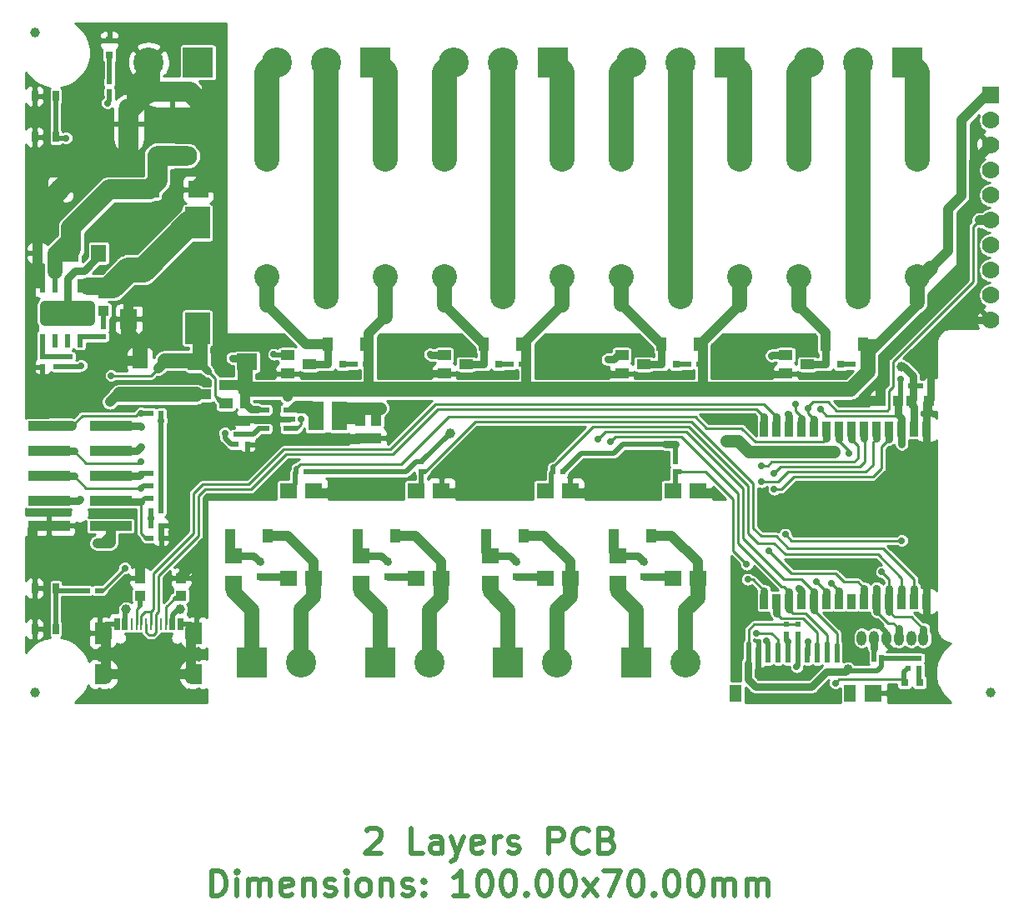
<source format=gbr>
G04 #@! TF.GenerationSoftware,KiCad,Pcbnew,5.1.0-rc2-unknown-036be7d~80~ubuntu16.04.1*
G04 #@! TF.CreationDate,2023-03-31T11:14:17+03:00*
G04 #@! TF.ProjectId,ESP32-C6-EVB_Rev_A,45535033-322d-4433-962d-4556425f5265,A*
G04 #@! TF.SameCoordinates,Original*
G04 #@! TF.FileFunction,Copper,L1,Top*
G04 #@! TF.FilePolarity,Positive*
%FSLAX46Y46*%
G04 Gerber Fmt 4.6, Leading zero omitted, Abs format (unit mm)*
G04 Created by KiCad (PCBNEW 5.1.0-rc2-unknown-036be7d~80~ubuntu16.04.1) date 2023-03-31 11:14:17*
%MOMM*%
%LPD*%
G04 APERTURE LIST*
%ADD10C,0.508000*%
%ADD11R,0.900000X1.500000*%
%ADD12R,4.000000X4.000000*%
%ADD13C,1.800000*%
%ADD14C,0.700000*%
%ADD15C,2.540000*%
%ADD16R,3.048000X3.048000*%
%ADD17C,3.048000*%
%ADD18O,2.000000X5.000000*%
%ADD19O,5.000000X2.000000*%
%ADD20R,1.200000X1.800000*%
%ADD21R,0.500000X1.550000*%
%ADD22O,1.000000X1.500000*%
%ADD23R,0.500000X0.550000*%
%ADD24R,1.778000X1.524000*%
%ADD25R,1.016000X1.016000*%
%ADD26R,1.778000X1.778000*%
%ADD27C,1.524000*%
%ADD28R,1.524000X1.524000*%
%ADD29R,0.508000X0.762000*%
%ADD30R,0.650000X1.050000*%
%ADD31R,0.550000X0.500000*%
%ADD32R,2.000000X1.700000*%
%ADD33R,1.746000X1.192000*%
%ADD34R,1.000000X1.400000*%
%ADD35R,1.700000X2.000000*%
%ADD36R,1.192000X1.746000*%
%ADD37C,1.778000*%
%ADD38R,1.400000X1.000000*%
%ADD39C,1.000000*%
%ADD40R,2.500000X3.200000*%
%ADD41R,1.600000X3.000000*%
%ADD42R,0.800000X0.800000*%
%ADD43R,1.524000X1.778000*%
%ADD44R,3.500000X2.600000*%
%ADD45R,0.600000X1.400000*%
%ADD46R,1.200000X0.550000*%
%ADD47R,4.250000X1.000000*%
%ADD48R,0.300000X1.150000*%
%ADD49O,1.200000X2.200000*%
%ADD50O,1.300000X2.000000*%
%ADD51R,0.250000X1.150000*%
%ADD52R,1.100000X2.200000*%
%ADD53R,1.100000X2.000000*%
%ADD54C,1.524000*%
%ADD55C,1.016000*%
%ADD56C,0.762000*%
%ADD57C,0.254000*%
%ADD58C,2.032000*%
%ADD59C,2.286000*%
%ADD60C,2.540000*%
%ADD61C,1.270000*%
%ADD62C,1.778000*%
%ADD63C,0.304800*%
G04 APERTURE END LIST*
D10*
X125149428Y-137534952D02*
X125270380Y-137414000D01*
X125512285Y-137293047D01*
X126117047Y-137293047D01*
X126358952Y-137414000D01*
X126479904Y-137534952D01*
X126600857Y-137776857D01*
X126600857Y-138018761D01*
X126479904Y-138381619D01*
X125028476Y-139833047D01*
X126600857Y-139833047D01*
X130834190Y-139833047D02*
X129624666Y-139833047D01*
X129624666Y-137293047D01*
X132769428Y-139833047D02*
X132769428Y-138502571D01*
X132648476Y-138260666D01*
X132406571Y-138139714D01*
X131922761Y-138139714D01*
X131680857Y-138260666D01*
X132769428Y-139712095D02*
X132527523Y-139833047D01*
X131922761Y-139833047D01*
X131680857Y-139712095D01*
X131559904Y-139470190D01*
X131559904Y-139228285D01*
X131680857Y-138986380D01*
X131922761Y-138865428D01*
X132527523Y-138865428D01*
X132769428Y-138744476D01*
X133737047Y-138139714D02*
X134341809Y-139833047D01*
X134946571Y-138139714D02*
X134341809Y-139833047D01*
X134099904Y-140437809D01*
X133978952Y-140558761D01*
X133737047Y-140679714D01*
X136881809Y-139712095D02*
X136639904Y-139833047D01*
X136156095Y-139833047D01*
X135914190Y-139712095D01*
X135793238Y-139470190D01*
X135793238Y-138502571D01*
X135914190Y-138260666D01*
X136156095Y-138139714D01*
X136639904Y-138139714D01*
X136881809Y-138260666D01*
X137002761Y-138502571D01*
X137002761Y-138744476D01*
X135793238Y-138986380D01*
X138091333Y-139833047D02*
X138091333Y-138139714D01*
X138091333Y-138623523D02*
X138212285Y-138381619D01*
X138333238Y-138260666D01*
X138575142Y-138139714D01*
X138817047Y-138139714D01*
X139542761Y-139712095D02*
X139784666Y-139833047D01*
X140268476Y-139833047D01*
X140510380Y-139712095D01*
X140631333Y-139470190D01*
X140631333Y-139349238D01*
X140510380Y-139107333D01*
X140268476Y-138986380D01*
X139905619Y-138986380D01*
X139663714Y-138865428D01*
X139542761Y-138623523D01*
X139542761Y-138502571D01*
X139663714Y-138260666D01*
X139905619Y-138139714D01*
X140268476Y-138139714D01*
X140510380Y-138260666D01*
X143655142Y-139833047D02*
X143655142Y-137293047D01*
X144622761Y-137293047D01*
X144864666Y-137414000D01*
X144985619Y-137534952D01*
X145106571Y-137776857D01*
X145106571Y-138139714D01*
X144985619Y-138381619D01*
X144864666Y-138502571D01*
X144622761Y-138623523D01*
X143655142Y-138623523D01*
X147646571Y-139591142D02*
X147525619Y-139712095D01*
X147162761Y-139833047D01*
X146920857Y-139833047D01*
X146558000Y-139712095D01*
X146316095Y-139470190D01*
X146195142Y-139228285D01*
X146074190Y-138744476D01*
X146074190Y-138381619D01*
X146195142Y-137897809D01*
X146316095Y-137655904D01*
X146558000Y-137414000D01*
X146920857Y-137293047D01*
X147162761Y-137293047D01*
X147525619Y-137414000D01*
X147646571Y-137534952D01*
X149581809Y-138502571D02*
X149944666Y-138623523D01*
X150065619Y-138744476D01*
X150186571Y-138986380D01*
X150186571Y-139349238D01*
X150065619Y-139591142D01*
X149944666Y-139712095D01*
X149702761Y-139833047D01*
X148735142Y-139833047D01*
X148735142Y-137293047D01*
X149581809Y-137293047D01*
X149823714Y-137414000D01*
X149944666Y-137534952D01*
X150065619Y-137776857D01*
X150065619Y-138018761D01*
X149944666Y-138260666D01*
X149823714Y-138381619D01*
X149581809Y-138502571D01*
X148735142Y-138502571D01*
X109425619Y-144151047D02*
X109425619Y-141611047D01*
X110030380Y-141611047D01*
X110393238Y-141732000D01*
X110635142Y-141973904D01*
X110756095Y-142215809D01*
X110877047Y-142699619D01*
X110877047Y-143062476D01*
X110756095Y-143546285D01*
X110635142Y-143788190D01*
X110393238Y-144030095D01*
X110030380Y-144151047D01*
X109425619Y-144151047D01*
X111965619Y-144151047D02*
X111965619Y-142457714D01*
X111965619Y-141611047D02*
X111844666Y-141732000D01*
X111965619Y-141852952D01*
X112086571Y-141732000D01*
X111965619Y-141611047D01*
X111965619Y-141852952D01*
X113175142Y-144151047D02*
X113175142Y-142457714D01*
X113175142Y-142699619D02*
X113296095Y-142578666D01*
X113538000Y-142457714D01*
X113900857Y-142457714D01*
X114142761Y-142578666D01*
X114263714Y-142820571D01*
X114263714Y-144151047D01*
X114263714Y-142820571D02*
X114384666Y-142578666D01*
X114626571Y-142457714D01*
X114989428Y-142457714D01*
X115231333Y-142578666D01*
X115352285Y-142820571D01*
X115352285Y-144151047D01*
X117529428Y-144030095D02*
X117287523Y-144151047D01*
X116803714Y-144151047D01*
X116561809Y-144030095D01*
X116440857Y-143788190D01*
X116440857Y-142820571D01*
X116561809Y-142578666D01*
X116803714Y-142457714D01*
X117287523Y-142457714D01*
X117529428Y-142578666D01*
X117650380Y-142820571D01*
X117650380Y-143062476D01*
X116440857Y-143304380D01*
X118738952Y-142457714D02*
X118738952Y-144151047D01*
X118738952Y-142699619D02*
X118859904Y-142578666D01*
X119101809Y-142457714D01*
X119464666Y-142457714D01*
X119706571Y-142578666D01*
X119827523Y-142820571D01*
X119827523Y-144151047D01*
X120916095Y-144030095D02*
X121158000Y-144151047D01*
X121641809Y-144151047D01*
X121883714Y-144030095D01*
X122004666Y-143788190D01*
X122004666Y-143667238D01*
X121883714Y-143425333D01*
X121641809Y-143304380D01*
X121278952Y-143304380D01*
X121037047Y-143183428D01*
X120916095Y-142941523D01*
X120916095Y-142820571D01*
X121037047Y-142578666D01*
X121278952Y-142457714D01*
X121641809Y-142457714D01*
X121883714Y-142578666D01*
X123093238Y-144151047D02*
X123093238Y-142457714D01*
X123093238Y-141611047D02*
X122972285Y-141732000D01*
X123093238Y-141852952D01*
X123214190Y-141732000D01*
X123093238Y-141611047D01*
X123093238Y-141852952D01*
X124665619Y-144151047D02*
X124423714Y-144030095D01*
X124302761Y-143909142D01*
X124181809Y-143667238D01*
X124181809Y-142941523D01*
X124302761Y-142699619D01*
X124423714Y-142578666D01*
X124665619Y-142457714D01*
X125028476Y-142457714D01*
X125270380Y-142578666D01*
X125391333Y-142699619D01*
X125512285Y-142941523D01*
X125512285Y-143667238D01*
X125391333Y-143909142D01*
X125270380Y-144030095D01*
X125028476Y-144151047D01*
X124665619Y-144151047D01*
X126600857Y-142457714D02*
X126600857Y-144151047D01*
X126600857Y-142699619D02*
X126721809Y-142578666D01*
X126963714Y-142457714D01*
X127326571Y-142457714D01*
X127568476Y-142578666D01*
X127689428Y-142820571D01*
X127689428Y-144151047D01*
X128778000Y-144030095D02*
X129019904Y-144151047D01*
X129503714Y-144151047D01*
X129745619Y-144030095D01*
X129866571Y-143788190D01*
X129866571Y-143667238D01*
X129745619Y-143425333D01*
X129503714Y-143304380D01*
X129140857Y-143304380D01*
X128898952Y-143183428D01*
X128778000Y-142941523D01*
X128778000Y-142820571D01*
X128898952Y-142578666D01*
X129140857Y-142457714D01*
X129503714Y-142457714D01*
X129745619Y-142578666D01*
X130955142Y-143909142D02*
X131076095Y-144030095D01*
X130955142Y-144151047D01*
X130834190Y-144030095D01*
X130955142Y-143909142D01*
X130955142Y-144151047D01*
X130955142Y-142578666D02*
X131076095Y-142699619D01*
X130955142Y-142820571D01*
X130834190Y-142699619D01*
X130955142Y-142578666D01*
X130955142Y-142820571D01*
X135430380Y-144151047D02*
X133978952Y-144151047D01*
X134704666Y-144151047D02*
X134704666Y-141611047D01*
X134462761Y-141973904D01*
X134220857Y-142215809D01*
X133978952Y-142336761D01*
X137002761Y-141611047D02*
X137244666Y-141611047D01*
X137486571Y-141732000D01*
X137607523Y-141852952D01*
X137728476Y-142094857D01*
X137849428Y-142578666D01*
X137849428Y-143183428D01*
X137728476Y-143667238D01*
X137607523Y-143909142D01*
X137486571Y-144030095D01*
X137244666Y-144151047D01*
X137002761Y-144151047D01*
X136760857Y-144030095D01*
X136639904Y-143909142D01*
X136518952Y-143667238D01*
X136398000Y-143183428D01*
X136398000Y-142578666D01*
X136518952Y-142094857D01*
X136639904Y-141852952D01*
X136760857Y-141732000D01*
X137002761Y-141611047D01*
X139421809Y-141611047D02*
X139663714Y-141611047D01*
X139905619Y-141732000D01*
X140026571Y-141852952D01*
X140147523Y-142094857D01*
X140268476Y-142578666D01*
X140268476Y-143183428D01*
X140147523Y-143667238D01*
X140026571Y-143909142D01*
X139905619Y-144030095D01*
X139663714Y-144151047D01*
X139421809Y-144151047D01*
X139179904Y-144030095D01*
X139058952Y-143909142D01*
X138938000Y-143667238D01*
X138817047Y-143183428D01*
X138817047Y-142578666D01*
X138938000Y-142094857D01*
X139058952Y-141852952D01*
X139179904Y-141732000D01*
X139421809Y-141611047D01*
X141357047Y-143909142D02*
X141478000Y-144030095D01*
X141357047Y-144151047D01*
X141236095Y-144030095D01*
X141357047Y-143909142D01*
X141357047Y-144151047D01*
X143050380Y-141611047D02*
X143292285Y-141611047D01*
X143534190Y-141732000D01*
X143655142Y-141852952D01*
X143776095Y-142094857D01*
X143897047Y-142578666D01*
X143897047Y-143183428D01*
X143776095Y-143667238D01*
X143655142Y-143909142D01*
X143534190Y-144030095D01*
X143292285Y-144151047D01*
X143050380Y-144151047D01*
X142808476Y-144030095D01*
X142687523Y-143909142D01*
X142566571Y-143667238D01*
X142445619Y-143183428D01*
X142445619Y-142578666D01*
X142566571Y-142094857D01*
X142687523Y-141852952D01*
X142808476Y-141732000D01*
X143050380Y-141611047D01*
X145469428Y-141611047D02*
X145711333Y-141611047D01*
X145953238Y-141732000D01*
X146074190Y-141852952D01*
X146195142Y-142094857D01*
X146316095Y-142578666D01*
X146316095Y-143183428D01*
X146195142Y-143667238D01*
X146074190Y-143909142D01*
X145953238Y-144030095D01*
X145711333Y-144151047D01*
X145469428Y-144151047D01*
X145227523Y-144030095D01*
X145106571Y-143909142D01*
X144985619Y-143667238D01*
X144864666Y-143183428D01*
X144864666Y-142578666D01*
X144985619Y-142094857D01*
X145106571Y-141852952D01*
X145227523Y-141732000D01*
X145469428Y-141611047D01*
X147162761Y-144151047D02*
X148493238Y-142457714D01*
X147162761Y-142457714D02*
X148493238Y-144151047D01*
X149218952Y-141611047D02*
X150912285Y-141611047D01*
X149823714Y-144151047D01*
X152363714Y-141611047D02*
X152605619Y-141611047D01*
X152847523Y-141732000D01*
X152968476Y-141852952D01*
X153089428Y-142094857D01*
X153210380Y-142578666D01*
X153210380Y-143183428D01*
X153089428Y-143667238D01*
X152968476Y-143909142D01*
X152847523Y-144030095D01*
X152605619Y-144151047D01*
X152363714Y-144151047D01*
X152121809Y-144030095D01*
X152000857Y-143909142D01*
X151879904Y-143667238D01*
X151758952Y-143183428D01*
X151758952Y-142578666D01*
X151879904Y-142094857D01*
X152000857Y-141852952D01*
X152121809Y-141732000D01*
X152363714Y-141611047D01*
X154298952Y-143909142D02*
X154419904Y-144030095D01*
X154298952Y-144151047D01*
X154178000Y-144030095D01*
X154298952Y-143909142D01*
X154298952Y-144151047D01*
X155992285Y-141611047D02*
X156234190Y-141611047D01*
X156476095Y-141732000D01*
X156597047Y-141852952D01*
X156718000Y-142094857D01*
X156838952Y-142578666D01*
X156838952Y-143183428D01*
X156718000Y-143667238D01*
X156597047Y-143909142D01*
X156476095Y-144030095D01*
X156234190Y-144151047D01*
X155992285Y-144151047D01*
X155750380Y-144030095D01*
X155629428Y-143909142D01*
X155508476Y-143667238D01*
X155387523Y-143183428D01*
X155387523Y-142578666D01*
X155508476Y-142094857D01*
X155629428Y-141852952D01*
X155750380Y-141732000D01*
X155992285Y-141611047D01*
X158411333Y-141611047D02*
X158653238Y-141611047D01*
X158895142Y-141732000D01*
X159016095Y-141852952D01*
X159137047Y-142094857D01*
X159258000Y-142578666D01*
X159258000Y-143183428D01*
X159137047Y-143667238D01*
X159016095Y-143909142D01*
X158895142Y-144030095D01*
X158653238Y-144151047D01*
X158411333Y-144151047D01*
X158169428Y-144030095D01*
X158048476Y-143909142D01*
X157927523Y-143667238D01*
X157806571Y-143183428D01*
X157806571Y-142578666D01*
X157927523Y-142094857D01*
X158048476Y-141852952D01*
X158169428Y-141732000D01*
X158411333Y-141611047D01*
X160346571Y-144151047D02*
X160346571Y-142457714D01*
X160346571Y-142699619D02*
X160467523Y-142578666D01*
X160709428Y-142457714D01*
X161072285Y-142457714D01*
X161314190Y-142578666D01*
X161435142Y-142820571D01*
X161435142Y-144151047D01*
X161435142Y-142820571D02*
X161556095Y-142578666D01*
X161798000Y-142457714D01*
X162160857Y-142457714D01*
X162402761Y-142578666D01*
X162523714Y-142820571D01*
X162523714Y-144151047D01*
X163733238Y-144151047D02*
X163733238Y-142457714D01*
X163733238Y-142699619D02*
X163854190Y-142578666D01*
X164096095Y-142457714D01*
X164458952Y-142457714D01*
X164700857Y-142578666D01*
X164821809Y-142820571D01*
X164821809Y-144151047D01*
X164821809Y-142820571D02*
X164942761Y-142578666D01*
X165184666Y-142457714D01*
X165547523Y-142457714D01*
X165789428Y-142578666D01*
X165910380Y-142820571D01*
X165910380Y-144151047D01*
D11*
X182010000Y-96750000D03*
X180740000Y-96750000D03*
X179470000Y-96750000D03*
X178200000Y-96750000D03*
X176930000Y-96750000D03*
X175660000Y-96750000D03*
X174390000Y-96750000D03*
X173120000Y-96750000D03*
X171850000Y-96750000D03*
X170580000Y-96750000D03*
X169310000Y-96750000D03*
X168040000Y-96750000D03*
X166770000Y-96750000D03*
X165500000Y-96750000D03*
X165500000Y-114250000D03*
X166770000Y-114250000D03*
X168040000Y-114250000D03*
X169310000Y-114250000D03*
X170580000Y-114250000D03*
X171850000Y-114250000D03*
X173120000Y-114250000D03*
X174390000Y-114250000D03*
X175660000Y-114250000D03*
X176930000Y-114250000D03*
X178200000Y-114250000D03*
X179470000Y-114250000D03*
X180740000Y-114250000D03*
X182010000Y-114250000D03*
D12*
X176290000Y-104000000D03*
D13*
X176290000Y-104000000D03*
D14*
X177540000Y-103375000D03*
X177540000Y-104625000D03*
X176915000Y-105250000D03*
X175665000Y-105250000D03*
X175040000Y-104625000D03*
X175040000Y-103375000D03*
X175665000Y-102750000D03*
X176915000Y-102750000D03*
D15*
X121000000Y-83300000D03*
X127000000Y-69300000D03*
X115000000Y-69300000D03*
X115000000Y-81300000D03*
X127000000Y-81300000D03*
X139000000Y-83300000D03*
X145000000Y-69300000D03*
X133000000Y-69300000D03*
X133000000Y-81300000D03*
X145000000Y-81300000D03*
X157000000Y-83300000D03*
X163000000Y-69300000D03*
X151000000Y-69300000D03*
X151000000Y-81300000D03*
X163000000Y-81300000D03*
X175000000Y-83300000D03*
X181000000Y-69300000D03*
X169000000Y-69300000D03*
X169000000Y-81300000D03*
X181000000Y-81300000D03*
D16*
X108000000Y-59500000D03*
D17*
X103000000Y-59500000D03*
D18*
X100975000Y-65700000D03*
D19*
X105425000Y-62500000D03*
X105425000Y-69000000D03*
D20*
X174200000Y-123575000D03*
X162600000Y-123575000D03*
D21*
X172900000Y-119700000D03*
X171900000Y-119700000D03*
X170900000Y-119700000D03*
X169900000Y-119700000D03*
X168900000Y-119700000D03*
X167900000Y-119700000D03*
X166900000Y-119700000D03*
X165900000Y-119700000D03*
X164900000Y-119700000D03*
X163900000Y-119700000D03*
D22*
X175407000Y-117983000D03*
X176657000Y-117983000D03*
X177907000Y-117983000D03*
X179157000Y-117983000D03*
X180407000Y-117983000D03*
X181657000Y-117983000D03*
D23*
X144018000Y-101092000D03*
X145034000Y-101092000D03*
D24*
X117221000Y-111887000D03*
X119761000Y-111887000D03*
X119761000Y-102997000D03*
X117221000Y-102997000D03*
D25*
X126111000Y-95885000D03*
X126111000Y-97663000D03*
X124460000Y-97663000D03*
X124460000Y-95885000D03*
D26*
X176530000Y-123571000D03*
D27*
X99020000Y-72390000D03*
D28*
X94020000Y-72390000D03*
D29*
X176657000Y-120015000D03*
X177419000Y-120015000D03*
D30*
X93575000Y-112925000D03*
X93575000Y-117075000D03*
X91425000Y-112925000D03*
X91425000Y-117075000D03*
D25*
X91694000Y-78867000D03*
X93472000Y-78867000D03*
X112776000Y-94107000D03*
X112776000Y-95885000D03*
X98425000Y-84709000D03*
X98425000Y-82931000D03*
D31*
X93599000Y-90424000D03*
X93599000Y-89408000D03*
D27*
X104628000Y-89789000D03*
D28*
X102128000Y-89789000D03*
D25*
X180467000Y-93853000D03*
X182245000Y-93853000D03*
D23*
X181356000Y-92329000D03*
X182372000Y-92329000D03*
D25*
X179070000Y-93853000D03*
X177292000Y-93853000D03*
D17*
X121000000Y-59500000D03*
D16*
X126000000Y-59500000D03*
D17*
X116000000Y-59500000D03*
X139000000Y-59500000D03*
D16*
X144000000Y-59500000D03*
D17*
X134000000Y-59500000D03*
X152000000Y-59500000D03*
D16*
X162000000Y-59500000D03*
D17*
X157000000Y-59500000D03*
X170000000Y-59500000D03*
D16*
X180000000Y-59500000D03*
D17*
X175000000Y-59500000D03*
D32*
X108037000Y-72390000D03*
X103037000Y-72390000D03*
D33*
X103164000Y-72390000D03*
X107910000Y-72390000D03*
D34*
X111257000Y-107569000D03*
X115057000Y-107569000D03*
X124211000Y-107569000D03*
X128011000Y-107569000D03*
X141092000Y-107569000D03*
X137292000Y-107569000D03*
X150246000Y-107569000D03*
X154046000Y-107569000D03*
D35*
X100965000Y-85558000D03*
X100965000Y-80558000D03*
D36*
X100965000Y-80685000D03*
X100965000Y-85431000D03*
D33*
X108117000Y-89916000D03*
X112863000Y-89916000D03*
D32*
X112990000Y-89916000D03*
X107990000Y-89916000D03*
D34*
X121163000Y-88138000D03*
X124963000Y-88138000D03*
X137038000Y-88138000D03*
X140838000Y-88138000D03*
X158872000Y-88138000D03*
X155072000Y-88138000D03*
X171709000Y-88138000D03*
X175509000Y-88138000D03*
D37*
X188500000Y-85680000D03*
X188500000Y-83140000D03*
X188500000Y-78060000D03*
X188500000Y-80600000D03*
X188500000Y-75520000D03*
X188500000Y-72980000D03*
D26*
X188500000Y-62820000D03*
D37*
X188500000Y-65360000D03*
X188500000Y-67900000D03*
X188500000Y-70440000D03*
D38*
X110835440Y-94167960D03*
X110835440Y-92265500D03*
X108625640Y-93220540D03*
D39*
X91500000Y-123500000D03*
X91500000Y-56500000D03*
X188500000Y-123500000D03*
D17*
X118500000Y-120500000D03*
D16*
X113500000Y-120500000D03*
X126500000Y-120500000D03*
D17*
X131500000Y-120500000D03*
D16*
X139500000Y-120500000D03*
D17*
X144500000Y-120500000D03*
X157500000Y-120500000D03*
D16*
X152500000Y-120500000D03*
D40*
X107950000Y-75803000D03*
X107950000Y-86503000D03*
D41*
X122358000Y-95377000D03*
X119958000Y-95377000D03*
D42*
X114300000Y-111760000D03*
X114300000Y-110236000D03*
X127254000Y-111760000D03*
X127254000Y-110236000D03*
X140335000Y-110236000D03*
X140335000Y-111760000D03*
X153289000Y-111760000D03*
X153289000Y-110236000D03*
X121158000Y-90170000D03*
X122682000Y-90170000D03*
X138557000Y-90170000D03*
X137033000Y-90170000D03*
X156591000Y-90170000D03*
X155067000Y-90170000D03*
X173228000Y-90170000D03*
X171704000Y-90170000D03*
D24*
X130175000Y-102997000D03*
X132715000Y-102997000D03*
X132715000Y-111887000D03*
X130175000Y-111887000D03*
X143256000Y-111887000D03*
X145796000Y-111887000D03*
X145796000Y-102997000D03*
X143256000Y-102997000D03*
X156210000Y-102997000D03*
X158750000Y-102997000D03*
X158750000Y-111887000D03*
X156210000Y-111887000D03*
D42*
X99000000Y-58762000D03*
X99000000Y-57238000D03*
D25*
X106299000Y-111887000D03*
X106299000Y-113665000D03*
X102108000Y-111887000D03*
X102108000Y-113665000D03*
D31*
X99000000Y-61492000D03*
X99000000Y-62508000D03*
D43*
X97917000Y-78867000D03*
X95123000Y-78867000D03*
D24*
X111633000Y-109601000D03*
X111633000Y-112395000D03*
X124587000Y-112395000D03*
X124587000Y-109601000D03*
X137668000Y-109601000D03*
X137668000Y-112395000D03*
X150622000Y-112395000D03*
X150622000Y-109601000D03*
D23*
X104267000Y-107823000D03*
X103251000Y-107823000D03*
X103251000Y-103759000D03*
X104267000Y-103759000D03*
X104267000Y-101219000D03*
X103251000Y-101219000D03*
D31*
X98425000Y-86360000D03*
X98425000Y-87376000D03*
X92202000Y-89408000D03*
X92202000Y-90424000D03*
D23*
X104267000Y-95123000D03*
X103251000Y-95123000D03*
X103251000Y-102489000D03*
X104267000Y-102489000D03*
X103251000Y-105029000D03*
X104267000Y-105029000D03*
D31*
X94996000Y-90424000D03*
X94996000Y-89408000D03*
D23*
X104267000Y-106553000D03*
X103251000Y-106553000D03*
D31*
X111887000Y-97282000D03*
X111887000Y-98298000D03*
X113030000Y-97282000D03*
X113030000Y-98298000D03*
D23*
X117983000Y-101092000D03*
X118999000Y-101092000D03*
D31*
X130683000Y-100076000D03*
X130683000Y-101092000D03*
X156464000Y-100076000D03*
X156464000Y-101092000D03*
D23*
X180340000Y-92329000D03*
X179324000Y-92329000D03*
D31*
X180086000Y-121031000D03*
X180086000Y-120015000D03*
X181229000Y-121031000D03*
X181229000Y-120015000D03*
D23*
X123952000Y-90170000D03*
X124968000Y-90170000D03*
X139827000Y-90170000D03*
X140843000Y-90170000D03*
X157861000Y-90170000D03*
X158877000Y-90170000D03*
X175514000Y-90170000D03*
X174498000Y-90170000D03*
X96774000Y-113157000D03*
X97790000Y-113157000D03*
D30*
X93575000Y-62925000D03*
X93575000Y-67075000D03*
X91425000Y-62925000D03*
X91425000Y-67075000D03*
D38*
X117129560Y-89220040D03*
X117129560Y-91122500D03*
X119339360Y-90167460D03*
X133004560Y-89220040D03*
X133004560Y-91122500D03*
X135214360Y-90167460D03*
X153248360Y-90167460D03*
X151038560Y-91122500D03*
X151038560Y-89220040D03*
X169885360Y-90167460D03*
X167675560Y-91122500D03*
X167675560Y-89220040D03*
D44*
X94107000Y-84963000D03*
D45*
X96012000Y-87763000D03*
X94742000Y-87763000D03*
X93472000Y-87763000D03*
X92202000Y-87763000D03*
X92202000Y-82163000D03*
X93472000Y-82163000D03*
X94742000Y-82163000D03*
X96012000Y-82163000D03*
D13*
X94107000Y-84963000D03*
D46*
X117251000Y-96708000D03*
X117251000Y-95758000D03*
X117251000Y-94808000D03*
X114651000Y-96708000D03*
X114651000Y-94808000D03*
D47*
X92875000Y-96420000D03*
X99125000Y-96420000D03*
X92875000Y-98960000D03*
X99125000Y-98960000D03*
X92875000Y-101500000D03*
X99125000Y-101500000D03*
X92875000Y-104040000D03*
X99125000Y-104040000D03*
X92875000Y-106580000D03*
X99125000Y-106580000D03*
D48*
X106325000Y-116568000D03*
X99675000Y-116568000D03*
X106075000Y-116568000D03*
X99925000Y-116568000D03*
X105525000Y-116568000D03*
X100475000Y-116568000D03*
X105275000Y-116568000D03*
X100725000Y-116568000D03*
D49*
X98680000Y-117470000D03*
D50*
X98680000Y-121650000D03*
X107320000Y-121650000D03*
D49*
X107320000Y-117470000D03*
D51*
X102750000Y-116568000D03*
X103750000Y-116568000D03*
X104250000Y-116568000D03*
X103250000Y-116568000D03*
X104750000Y-116568000D03*
X102250000Y-116568000D03*
X101750000Y-116568000D03*
X101250000Y-116568000D03*
D52*
X98072400Y-117470000D03*
D53*
X98072400Y-121650000D03*
D52*
X107927600Y-117470000D03*
D53*
X107927600Y-121650000D03*
D42*
X179738000Y-122500000D03*
X181262000Y-122500000D03*
D31*
X167767000Y-116586000D03*
X167767000Y-117602000D03*
X168910000Y-117602000D03*
X168910000Y-116586000D03*
D14*
X98806000Y-63627000D03*
X118491000Y-95758000D03*
X117094000Y-93472000D03*
X111506000Y-89535000D03*
D39*
X91694000Y-79883000D03*
X91694000Y-80899000D03*
X91313000Y-81915000D03*
X100965000Y-83820000D03*
X102362000Y-83820000D03*
X131572000Y-91186000D03*
X149606000Y-91186000D03*
X115697000Y-91186000D03*
X166243000Y-91186000D03*
X160655000Y-91186000D03*
X175768000Y-93980000D03*
X111633000Y-95504000D03*
X121412000Y-103251000D03*
X110109000Y-95504000D03*
X181991000Y-109728000D03*
D14*
X176149000Y-110236000D03*
D39*
X134366000Y-103251000D03*
X147447000Y-103251000D03*
X160401000Y-103251000D03*
X162560000Y-117729000D03*
X180848000Y-110490000D03*
X165354000Y-106426000D03*
X165354000Y-105156000D03*
X166624000Y-105156000D03*
X166624000Y-106426000D03*
X171450000Y-123571000D03*
X175260000Y-119761000D03*
X166497000Y-121539000D03*
X165100000Y-121539000D03*
X108585000Y-95504000D03*
X115951000Y-95504000D03*
X106426000Y-103251000D03*
X106426000Y-104521000D03*
X106426000Y-105791000D03*
X95123000Y-94361000D03*
X93599000Y-94361000D03*
X92075000Y-94361000D03*
X91440000Y-114808000D03*
X93472000Y-110490000D03*
X107315000Y-110744000D03*
X91186000Y-107950000D03*
X108458000Y-70866000D03*
X96139000Y-117856000D03*
X102108000Y-110744000D03*
X102870000Y-122809000D03*
X102870000Y-119253000D03*
X163830000Y-95758000D03*
D14*
X94615000Y-67183000D03*
X179470000Y-98279000D03*
X179324000Y-91694000D03*
X171196000Y-94742000D03*
D39*
X123952000Y-94615000D03*
X125222000Y-94615000D03*
X126492000Y-94615000D03*
X162814000Y-97917000D03*
X161671000Y-97917000D03*
D14*
X156464000Y-98298000D03*
X155448000Y-98298000D03*
D39*
X172593000Y-99060000D03*
X179451000Y-90424000D03*
X133604000Y-97155000D03*
X173990000Y-121158000D03*
X171450000Y-99060000D03*
D14*
X110744000Y-97155000D03*
X104267000Y-95885000D03*
D39*
X99060000Y-108331000D03*
X97790000Y-108331000D03*
D14*
X96139000Y-90297000D03*
X99187000Y-91313000D03*
X177419000Y-111252000D03*
X179451000Y-108077000D03*
X167640000Y-107442000D03*
X163830000Y-112014000D03*
X100584000Y-110871000D03*
X176911000Y-112903000D03*
X169926000Y-94615000D03*
X172720000Y-122555000D03*
X174117000Y-99187000D03*
D39*
X99060000Y-93980000D03*
X100076000Y-93218000D03*
X100711000Y-115062000D03*
X106172000Y-115062000D03*
D14*
X163703000Y-110490000D03*
X165989000Y-109093000D03*
D39*
X95758000Y-85725000D03*
X97028000Y-84201000D03*
X95758000Y-84201000D03*
X97028000Y-85725000D03*
X92456000Y-84201000D03*
X92456000Y-85725000D03*
D14*
X165735000Y-118237000D03*
X102235000Y-104140000D03*
X165227000Y-102108000D03*
X165227000Y-100457000D03*
X167894000Y-118364000D03*
X102235000Y-101346000D03*
X148590000Y-97790000D03*
X102235000Y-95123000D03*
X166497000Y-101219000D03*
X168783000Y-120904000D03*
X102235000Y-102743000D03*
X166497000Y-102870000D03*
X164719000Y-117475000D03*
X103251000Y-105791000D03*
X96012000Y-103886000D03*
X115697000Y-89154000D03*
X168656000Y-94234000D03*
X131572000Y-89154000D03*
X167894000Y-95250000D03*
X170815000Y-112268000D03*
X149606000Y-89662000D03*
X166243000Y-89281000D03*
X172339000Y-112395000D03*
X169037000Y-112903000D03*
X169926000Y-118364000D03*
X102235000Y-98552000D03*
X149860000Y-98044000D03*
X102235000Y-96520000D03*
X166751000Y-115443000D03*
X102235000Y-100076000D03*
D10*
X99000000Y-63433000D02*
X98806000Y-63627000D01*
X99000000Y-62508000D02*
X99000000Y-63433000D01*
D54*
X181000000Y-83922000D02*
X181000000Y-81300000D01*
D55*
X175509000Y-88138000D02*
X176784000Y-88138000D01*
D10*
X175514000Y-90170000D02*
X176022000Y-90170000D01*
D54*
X176022000Y-90170000D02*
X176022000Y-88900000D01*
D10*
X158877000Y-90170000D02*
X159258000Y-90170000D01*
D55*
X159258000Y-87884000D02*
X159258000Y-90170000D01*
X163000000Y-84142000D02*
X159258000Y-87884000D01*
D10*
X158872000Y-88138000D02*
X159004000Y-88138000D01*
X159004000Y-88138000D02*
X159258000Y-87884000D01*
D55*
X145000000Y-84108000D02*
X141351000Y-87757000D01*
D10*
X140843000Y-90170000D02*
X141351000Y-90170000D01*
D55*
X141351000Y-87757000D02*
X141351000Y-90170000D01*
D10*
X140970000Y-88138000D02*
X141351000Y-87757000D01*
X140838000Y-88138000D02*
X140970000Y-88138000D01*
D55*
X127000000Y-85362062D02*
X125349000Y-87013062D01*
D10*
X124963000Y-88138000D02*
X124963000Y-87889000D01*
X124963000Y-87889000D02*
X125349000Y-87503000D01*
D55*
X125349000Y-87013062D02*
X125349000Y-87503000D01*
D10*
X124968000Y-90170000D02*
X125349000Y-90170000D01*
D54*
X176022000Y-90954641D02*
X176022000Y-90170000D01*
X174266641Y-92710000D02*
X176022000Y-90954641D01*
D55*
X181000000Y-84176000D02*
X181000000Y-83922000D01*
X177038000Y-88138000D02*
X181000000Y-84176000D01*
X176784000Y-88138000D02*
X177038000Y-88138000D01*
X176276000Y-88900000D02*
X177038000Y-88138000D01*
X176022000Y-88900000D02*
X176276000Y-88900000D01*
D54*
X181520708Y-81300000D02*
X182400854Y-80419854D01*
X181000000Y-81300000D02*
X181520708Y-81300000D01*
X163000000Y-81300000D02*
X163000000Y-84142000D01*
X145000000Y-81300000D02*
X145000000Y-84108000D01*
X127000000Y-81300000D02*
X127000000Y-85362062D01*
D55*
X159258000Y-90170000D02*
X159258000Y-92329000D01*
X159258000Y-92329000D02*
X158877000Y-92710000D01*
D54*
X158877000Y-92710000D02*
X174266641Y-92710000D01*
D55*
X141351000Y-90170000D02*
X141351000Y-92329000D01*
D54*
X140970000Y-92710000D02*
X158877000Y-92710000D01*
D55*
X141351000Y-92329000D02*
X140970000Y-92710000D01*
X125349000Y-92456000D02*
X125095000Y-92710000D01*
X125349000Y-87503000D02*
X125349000Y-92456000D01*
D54*
X125095000Y-92710000D02*
X140970000Y-92710000D01*
D55*
X117094000Y-92710000D02*
X117094000Y-93472000D01*
D54*
X114935000Y-92710000D02*
X117094000Y-92710000D01*
X117094000Y-92710000D02*
X125095000Y-92710000D01*
X114935000Y-92710000D02*
X112776000Y-92710000D01*
D56*
X112482000Y-89535000D02*
X112863000Y-89916000D01*
X111506000Y-89535000D02*
X112482000Y-89535000D01*
D54*
X112776000Y-90130000D02*
X112776000Y-92710000D01*
X112990000Y-89916000D02*
X112776000Y-90130000D01*
D55*
X112331500Y-92265500D02*
X112776000Y-92710000D01*
X110835440Y-92265500D02*
X112331500Y-92265500D01*
D56*
X112776000Y-94107000D02*
X113411000Y-94742000D01*
X113411000Y-94742000D02*
X114046000Y-94742000D01*
D10*
X114651000Y-94808000D02*
X114112000Y-94808000D01*
X114112000Y-94808000D02*
X114046000Y-94742000D01*
D55*
X112776000Y-94107000D02*
X112776000Y-92710000D01*
D57*
X118491000Y-96272988D02*
X118055988Y-96708000D01*
X118491000Y-95758000D02*
X118491000Y-96272988D01*
D10*
X117251000Y-96708000D02*
X118055988Y-96708000D01*
D55*
X188107752Y-62820000D02*
X188500000Y-62820000D01*
X182400854Y-80419854D02*
X184178116Y-78642592D01*
X185547000Y-65380752D02*
X188107752Y-62820000D01*
X184178116Y-78642592D02*
X184178116Y-74404263D01*
X184178116Y-74404263D02*
X185547000Y-73035379D01*
X185547000Y-73035379D02*
X185547000Y-65380752D01*
D58*
X105409000Y-62484000D02*
X105425000Y-62500000D01*
X102950014Y-62484000D02*
X105409000Y-62484000D01*
D59*
X102950014Y-59549986D02*
X102950014Y-62484000D01*
D58*
X103000000Y-59500000D02*
X102950014Y-59549986D01*
X100975000Y-64459014D02*
X102950014Y-62484000D01*
X100975000Y-65700000D02*
X100975000Y-64459014D01*
X109347000Y-71120000D02*
X108331000Y-72136000D01*
X109347000Y-64643000D02*
X109347000Y-71120000D01*
X107204000Y-62500000D02*
X109347000Y-64643000D01*
X105425000Y-62500000D02*
X107204000Y-62500000D01*
D55*
X108037000Y-72390000D02*
X108077000Y-72390000D01*
X108077000Y-72390000D02*
X108331000Y-72136000D01*
D58*
X94020000Y-72390000D02*
X92202000Y-74208000D01*
X92202000Y-74208000D02*
X92202000Y-76708000D01*
D55*
X91694000Y-79883000D02*
X91694000Y-78867000D01*
X91694000Y-79883000D02*
X91694000Y-80899000D01*
X91694000Y-80899000D02*
X91948000Y-81153000D01*
X91948000Y-81153000D02*
X91948000Y-81788000D01*
D10*
X92202000Y-82163000D02*
X92202000Y-82042000D01*
X92202000Y-82042000D02*
X91948000Y-81788000D01*
X91561000Y-82163000D02*
X91313000Y-81915000D01*
X92202000Y-82163000D02*
X91561000Y-82163000D01*
X91313000Y-81280000D02*
X91694000Y-80899000D01*
X91313000Y-81915000D02*
X91313000Y-81280000D01*
D55*
X92202000Y-76708000D02*
X92202000Y-77216000D01*
X92202000Y-77216000D02*
X91694000Y-77724000D01*
X91694000Y-77724000D02*
X91694000Y-78867000D01*
D58*
X96814000Y-69596000D02*
X94020000Y-72390000D01*
X100203000Y-69596000D02*
X96814000Y-69596000D01*
X100975000Y-68824000D02*
X100203000Y-69596000D01*
X100975000Y-65700000D02*
X100975000Y-68824000D01*
D10*
X91425000Y-62925000D02*
X91425000Y-64785000D01*
X91425000Y-67075000D02*
X91425000Y-64785000D01*
D55*
X100965000Y-85558000D02*
X100965000Y-83820000D01*
X102362000Y-83820000D02*
X100965000Y-83820000D01*
D10*
X100777000Y-57277000D02*
X103000000Y-59500000D01*
X99039000Y-57277000D02*
X100777000Y-57277000D01*
X99000000Y-57238000D02*
X99039000Y-57277000D01*
X91425000Y-67075000D02*
X91425000Y-68438000D01*
X91425000Y-68438000D02*
X91821000Y-68834000D01*
D55*
X91059000Y-82169000D02*
X91313000Y-81915000D01*
X91059000Y-91162714D02*
X91059000Y-82169000D01*
X102128000Y-89789000D02*
X98679000Y-89789000D01*
X98679000Y-89789000D02*
X96774000Y-91694000D01*
X96774000Y-91694000D02*
X91590286Y-91694000D01*
X91590286Y-91694000D02*
X91059000Y-91162714D01*
D54*
X100965000Y-87122000D02*
X100965000Y-85558000D01*
X102128000Y-88285000D02*
X100965000Y-87122000D01*
X102128000Y-89789000D02*
X102128000Y-88285000D01*
D56*
X131635500Y-91122500D02*
X133004560Y-91122500D01*
X131572000Y-91186000D02*
X131635500Y-91122500D01*
X150975060Y-91186000D02*
X149606000Y-91186000D01*
D10*
X151038560Y-91122500D02*
X150975060Y-91186000D01*
X117066060Y-91186000D02*
X115697000Y-91186000D01*
X117129560Y-91122500D02*
X117066060Y-91186000D01*
D56*
X167612060Y-91186000D02*
X166243000Y-91186000D01*
D10*
X167675560Y-91122500D02*
X167612060Y-91186000D01*
D56*
X160655000Y-91186000D02*
X166243000Y-91186000D01*
D55*
X124333000Y-97790000D02*
X116078000Y-97790000D01*
X124460000Y-97663000D02*
X124333000Y-97790000D01*
D56*
X182010000Y-114250000D02*
X182010000Y-110890000D01*
D55*
X182010000Y-110890000D02*
X182010000Y-108477000D01*
X182010000Y-108477000D02*
X180213000Y-106680000D01*
D54*
X181864000Y-104000000D02*
X181864000Y-100584000D01*
X176290000Y-104000000D02*
X181864000Y-104000000D01*
D55*
X120015000Y-103251000D02*
X121412000Y-103251000D01*
X119761000Y-102997000D02*
X120015000Y-103251000D01*
X132969000Y-103251000D02*
X132715000Y-102997000D01*
X134366000Y-103251000D02*
X132969000Y-103251000D01*
X146050000Y-103251000D02*
X147447000Y-103251000D01*
X145796000Y-102997000D02*
X146050000Y-103251000D01*
X159004000Y-103251000D02*
X160401000Y-103251000D01*
X158750000Y-102997000D02*
X159004000Y-103251000D01*
D56*
X182010000Y-96750000D02*
X182010000Y-94088000D01*
X182010000Y-94088000D02*
X182245000Y-93853000D01*
X182245000Y-93853000D02*
X182372000Y-93726000D01*
X182372000Y-93726000D02*
X182372000Y-92329000D01*
X183941000Y-85680000D02*
X188500000Y-85680000D01*
X182372000Y-87249000D02*
X183941000Y-85680000D01*
X182372000Y-92329000D02*
X182372000Y-87249000D01*
X182010000Y-100438000D02*
X181864000Y-100584000D01*
X182010000Y-96750000D02*
X182010000Y-100438000D01*
D55*
X175895000Y-93853000D02*
X175768000Y-93980000D01*
X177292000Y-93853000D02*
X175895000Y-93853000D01*
X186817000Y-69583000D02*
X188500000Y-67900000D01*
X186817000Y-74168000D02*
X186817000Y-69583000D01*
X185674000Y-75311000D02*
X186817000Y-74168000D01*
X185674000Y-81452840D02*
X185674000Y-75311000D01*
X177292000Y-93853000D02*
X177292000Y-92011230D01*
X177292000Y-92011230D02*
X177669476Y-91633754D01*
X177669476Y-91633754D02*
X177669476Y-89457364D01*
X177669476Y-89457364D02*
X185674000Y-81452840D01*
X126111000Y-97663000D02*
X124460000Y-97663000D01*
D10*
X182803800Y-116382800D02*
X182803800Y-118973600D01*
X182010000Y-115589000D02*
X182803800Y-116382800D01*
D56*
X182010000Y-114250000D02*
X182010000Y-115589000D01*
D55*
X165354000Y-105156000D02*
X166624000Y-105156000D01*
D60*
X166624000Y-105156000D02*
X172466000Y-105156000D01*
D55*
X166624000Y-106426000D02*
X166624000Y-105156000D01*
D10*
X164900000Y-121339000D02*
X164900000Y-119700000D01*
X165100000Y-121539000D02*
X164900000Y-121339000D01*
D55*
X108585000Y-95504000D02*
X110109000Y-95504000D01*
X110109000Y-95504000D02*
X111633000Y-95504000D01*
D56*
X115951000Y-97663000D02*
X116078000Y-97790000D01*
D10*
X116205000Y-95758000D02*
X117251000Y-95758000D01*
X115951000Y-95504000D02*
X116205000Y-95758000D01*
D56*
X112903000Y-95758000D02*
X112776000Y-95885000D01*
X115951000Y-95504000D02*
X115697000Y-95758000D01*
X115951000Y-95504000D02*
X115951000Y-97663000D01*
X115697000Y-95758000D02*
X112903000Y-95758000D01*
D55*
X111125000Y-95885000D02*
X112776000Y-95885000D01*
X110744000Y-95504000D02*
X111125000Y-95885000D01*
X111633000Y-95504000D02*
X110744000Y-95504000D01*
D54*
X108585000Y-99187000D02*
X108585000Y-95504000D01*
X106426000Y-101346000D02*
X108585000Y-99187000D01*
X106426000Y-103251000D02*
X106426000Y-101346000D01*
D55*
X106426000Y-103251000D02*
X106426000Y-105791000D01*
D10*
X104267000Y-107823000D02*
X104267000Y-106553000D01*
X100965000Y-85558000D02*
X102783000Y-85558000D01*
X100965000Y-85558000D02*
X99528000Y-85558000D01*
X104267000Y-106553000D02*
X105029000Y-106553000D01*
X91425000Y-112925000D02*
X91425000Y-114823000D01*
X91425000Y-117075000D02*
X91425000Y-114823000D01*
D55*
X98680000Y-121650000D02*
X102854000Y-121650000D01*
X107320000Y-121650000D02*
X102854000Y-121650000D01*
D56*
X91186000Y-106934000D02*
X91540000Y-106580000D01*
X91540000Y-106580000D02*
X92875000Y-106580000D01*
D55*
X91186000Y-107950000D02*
X91186000Y-106934000D01*
D10*
X107320000Y-116591000D02*
X107320000Y-117470000D01*
X107297000Y-116568000D02*
X107320000Y-116591000D01*
D57*
X106075000Y-116568000D02*
X106662000Y-116568000D01*
D10*
X106662000Y-116568000D02*
X107297000Y-116568000D01*
X106325000Y-116568000D02*
X106662000Y-116568000D01*
X98680000Y-116587000D02*
X98680000Y-117470000D01*
X98679000Y-116586000D02*
X98680000Y-116587000D01*
X98697000Y-116568000D02*
X98679000Y-116586000D01*
D57*
X99925000Y-116568000D02*
X99423000Y-116568000D01*
D10*
X99423000Y-116568000D02*
X98697000Y-116568000D01*
X99675000Y-116568000D02*
X99423000Y-116568000D01*
D57*
X107927600Y-121252600D02*
X107320000Y-120645000D01*
X107927600Y-121650000D02*
X107927600Y-121252600D01*
D55*
X107320000Y-120645000D02*
X107320000Y-119258000D01*
X107320000Y-121650000D02*
X107320000Y-120645000D01*
D57*
X107927600Y-118005400D02*
X107320000Y-118613000D01*
D55*
X107320000Y-118613000D02*
X107320000Y-119258000D01*
D57*
X107927600Y-117470000D02*
X107927600Y-118005400D01*
D55*
X107320000Y-117470000D02*
X107320000Y-118613000D01*
D57*
X98072400Y-118009400D02*
X98680000Y-118617000D01*
X98072400Y-117470000D02*
X98072400Y-118009400D01*
D55*
X98680000Y-118617000D02*
X98680000Y-119760000D01*
X98680000Y-117470000D02*
X98680000Y-118617000D01*
D57*
X98072400Y-121131600D02*
X98680000Y-120524000D01*
X98072400Y-121650000D02*
X98072400Y-121131600D01*
D55*
X98680000Y-120524000D02*
X98680000Y-119760000D01*
X98680000Y-121650000D02*
X98680000Y-120524000D01*
X102108000Y-111887000D02*
X102108000Y-110744000D01*
X106299000Y-111760000D02*
X107315000Y-110744000D01*
X106299000Y-111887000D02*
X106299000Y-111760000D01*
D10*
X107927600Y-117470000D02*
X107927600Y-115465400D01*
X98072400Y-117470000D02*
X98072400Y-115217400D01*
X177907000Y-118624182D02*
X178463330Y-119180512D01*
X177907000Y-117983000D02*
X177907000Y-118624182D01*
X177907000Y-117440254D02*
X177130700Y-116663954D01*
X177907000Y-117983000D02*
X177907000Y-117440254D01*
X92202000Y-87763000D02*
X92202000Y-89408000D01*
X92202000Y-89408000D02*
X93599000Y-89408000D01*
X93599000Y-89408000D02*
X94996000Y-89408000D01*
D60*
X115000000Y-69300000D02*
X115000000Y-64705000D01*
X115000000Y-60500000D02*
X115000000Y-64705000D01*
X116000000Y-59500000D02*
X115000000Y-60500000D01*
X127000000Y-69300000D02*
X127000000Y-64389000D01*
X127000000Y-60500000D02*
X127000000Y-64389000D01*
X126000000Y-59500000D02*
X127000000Y-60500000D01*
X121000000Y-59500000D02*
X121000000Y-74899000D01*
X121000000Y-83300000D02*
X121000000Y-74899000D01*
X139000000Y-59500000D02*
X139000000Y-74865000D01*
X139000000Y-83300000D02*
X139000000Y-74865000D01*
X145000000Y-69300000D02*
X145000000Y-64482000D01*
X145000000Y-60500000D02*
X145000000Y-64482000D01*
X144000000Y-59500000D02*
X145000000Y-60500000D01*
X133000000Y-69300000D02*
X133000000Y-64485000D01*
X133000000Y-60500000D02*
X133000000Y-64485000D01*
X134000000Y-59500000D02*
X133000000Y-60500000D01*
D54*
X131500000Y-115134000D02*
X131500000Y-120500000D01*
X132715000Y-113919000D02*
X131500000Y-115134000D01*
X132715000Y-111887000D02*
X132715000Y-113919000D01*
D55*
X130048000Y-107569000D02*
X132715000Y-110236000D01*
X132715000Y-110236000D02*
X132715000Y-111887000D01*
X128011000Y-107569000D02*
X130048000Y-107569000D01*
D56*
X153289000Y-110236000D02*
X152654000Y-109601000D01*
X152654000Y-109601000D02*
X150622000Y-109601000D01*
D55*
X150622000Y-109601000D02*
X150241000Y-109220000D01*
X150241000Y-109220000D02*
X150241000Y-107569000D01*
D10*
X93575000Y-62925000D02*
X93575000Y-64794000D01*
X93575000Y-67075000D02*
X93575000Y-64794000D01*
X93683000Y-67183000D02*
X94615000Y-67183000D01*
X93575000Y-67075000D02*
X93683000Y-67183000D01*
D56*
X179470000Y-96750000D02*
X179470000Y-98279000D01*
D10*
X179324000Y-92329000D02*
X179324000Y-91694000D01*
X179070000Y-93853000D02*
X179324000Y-93599000D01*
X179324000Y-93599000D02*
X179324000Y-92329000D01*
D56*
X179070000Y-95250000D02*
X179070000Y-93853000D01*
X179470000Y-95650000D02*
X179070000Y-95250000D01*
X179470000Y-96750000D02*
X179470000Y-95650000D01*
D57*
X178943000Y-95377000D02*
X179070000Y-95250000D01*
X171831000Y-95377000D02*
X178943000Y-95377000D01*
X171196000Y-94742000D02*
X171831000Y-95377000D01*
D61*
X119958000Y-95377000D02*
X119069000Y-94488000D01*
X119069000Y-94488000D02*
X118237000Y-94488000D01*
D10*
X118749000Y-94808000D02*
X119069000Y-94488000D01*
X117251000Y-94808000D02*
X118749000Y-94808000D01*
X117932200Y-94157800D02*
X119532400Y-94157800D01*
X117282000Y-94808000D02*
X117932200Y-94157800D01*
X117251000Y-94808000D02*
X117282000Y-94808000D01*
X111887000Y-97282000D02*
X113030000Y-97282000D01*
X113665000Y-97282000D02*
X113030000Y-97282000D01*
X114239000Y-96708000D02*
X113665000Y-97282000D01*
X114651000Y-96708000D02*
X114239000Y-96708000D01*
D56*
X143256000Y-111887000D02*
X143129000Y-111760000D01*
X143129000Y-111760000D02*
X140335000Y-111760000D01*
X121163000Y-88138000D02*
X121163000Y-90165000D01*
X121163000Y-90165000D02*
X121158000Y-90170000D01*
X119339360Y-90167460D02*
X121155460Y-90167460D01*
X121155460Y-90167460D02*
X121158000Y-90170000D01*
D55*
X118979535Y-88138000D02*
X121163000Y-88138000D01*
X115000000Y-84158465D02*
X118979535Y-88138000D01*
D54*
X115000000Y-81300000D02*
X115000000Y-84158465D01*
D61*
X161671000Y-97917000D02*
X162814000Y-97917000D01*
D56*
X156464000Y-98298000D02*
X155448000Y-98298000D01*
X180467000Y-93853000D02*
X180594000Y-93726000D01*
D10*
X181356000Y-92329000D02*
X180721000Y-92329000D01*
X180721000Y-92329000D02*
X180594000Y-92456000D01*
D56*
X180594000Y-93726000D02*
X180594000Y-92456000D01*
D10*
X180467000Y-92329000D02*
X180594000Y-92456000D01*
X180340000Y-92329000D02*
X180467000Y-92329000D01*
D56*
X179699066Y-90424000D02*
X179451000Y-90424000D01*
X180594000Y-91318934D02*
X179699066Y-90424000D01*
X180594000Y-92456000D02*
X180594000Y-91318934D01*
X180467000Y-94234000D02*
X180467000Y-93853000D01*
X180740000Y-94507000D02*
X180467000Y-94234000D01*
X180740000Y-96750000D02*
X180740000Y-94507000D01*
D10*
X155448000Y-98298000D02*
X151130000Y-98298000D01*
X151130000Y-98298000D02*
X150241000Y-99187000D01*
X150241000Y-99187000D02*
X146939000Y-99187000D01*
X146939000Y-99187000D02*
X145034000Y-101092000D01*
X156464000Y-100076000D02*
X156464000Y-98298000D01*
X133604000Y-97155000D02*
X130683000Y-100076000D01*
X130175000Y-100076000D02*
X130683000Y-100076000D01*
X129159000Y-101092000D02*
X130175000Y-100076000D01*
X118999000Y-101092000D02*
X129159000Y-101092000D01*
D61*
X122358000Y-95377000D02*
X123120000Y-94615000D01*
D55*
X124460000Y-94996000D02*
X124079000Y-94615000D01*
X124460000Y-95885000D02*
X124460000Y-94996000D01*
D61*
X124079000Y-94615000D02*
X126492000Y-94615000D01*
X123120000Y-94615000D02*
X124079000Y-94615000D01*
D55*
X126111000Y-94996000D02*
X126492000Y-94615000D01*
X126111000Y-95885000D02*
X126111000Y-94996000D01*
X122358000Y-95377000D02*
X122739000Y-95758000D01*
X122739000Y-95758000D02*
X124460000Y-95758000D01*
D10*
X181229000Y-120015000D02*
X180086000Y-120015000D01*
X177419000Y-120015000D02*
X180086000Y-120015000D01*
D57*
X163900000Y-117151000D02*
X164465000Y-116586000D01*
X164465000Y-116586000D02*
X167767000Y-116586000D01*
X167767000Y-116586000D02*
X168910000Y-116586000D01*
D56*
X163830000Y-122173867D02*
X163830000Y-120523000D01*
X173990000Y-121158000D02*
X173736000Y-121412000D01*
X173736000Y-121412000D02*
X171831000Y-121412000D01*
X164592133Y-122936000D02*
X163830000Y-122173867D01*
X171831000Y-121412000D02*
X170307000Y-122936000D01*
X170307000Y-122936000D02*
X164592133Y-122936000D01*
D10*
X163900000Y-120453000D02*
X163830000Y-120523000D01*
X163900000Y-119700000D02*
X163900000Y-120453000D01*
X163900000Y-119700000D02*
X163900000Y-118561000D01*
D57*
X163900000Y-118561000D02*
X163900000Y-117151000D01*
D61*
X171450000Y-99060000D02*
X172593000Y-99060000D01*
X171450000Y-99060000D02*
X163957000Y-99060000D01*
X163957000Y-99060000D02*
X162814000Y-97917000D01*
D10*
X111379000Y-98298000D02*
X111887000Y-98298000D01*
X110744000Y-97663000D02*
X111379000Y-98298000D01*
X110744000Y-97155000D02*
X110744000Y-97663000D01*
X104267000Y-105029000D02*
X104267000Y-103759000D01*
X104267000Y-103759000D02*
X104267000Y-102489000D01*
X104267000Y-102489000D02*
X104267000Y-101219000D01*
X104267000Y-95123000D02*
X104267000Y-95885000D01*
X104267000Y-95885000D02*
X104267000Y-101346000D01*
D55*
X99125000Y-107631000D02*
X99125000Y-106580000D01*
X99125000Y-108266000D02*
X99125000Y-107631000D01*
X99060000Y-108331000D02*
X99125000Y-108266000D01*
X98425000Y-108331000D02*
X99125000Y-107631000D01*
X97790000Y-108331000D02*
X98425000Y-108331000D01*
X99060000Y-108331000D02*
X97790000Y-108331000D01*
D10*
X177419000Y-120854914D02*
X177419000Y-120015000D01*
X174117000Y-121285000D02*
X176988914Y-121285000D01*
X176988914Y-121285000D02*
X177419000Y-120854914D01*
X173990000Y-121158000D02*
X174117000Y-121285000D01*
D56*
X176657000Y-117983000D02*
X176657000Y-118999000D01*
D10*
X176657000Y-118999000D02*
X176657000Y-120015000D01*
X93575000Y-112925000D02*
X93807000Y-113157000D01*
X93807000Y-113157000D02*
X96774000Y-113157000D01*
X93575000Y-117075000D02*
X93575000Y-114197000D01*
X93575000Y-112925000D02*
X93575000Y-114197000D01*
D58*
X103164000Y-72390000D02*
X100838000Y-72390000D01*
X99020000Y-72390000D02*
X100838000Y-72390000D01*
X103886000Y-71541000D02*
X103037000Y-72390000D01*
X103886000Y-68961000D02*
X103886000Y-71541000D01*
X105386000Y-68961000D02*
X103886000Y-68961000D01*
X105425000Y-69000000D02*
X105386000Y-68961000D01*
D54*
X93472000Y-78867000D02*
X93472000Y-80772000D01*
D10*
X93472000Y-82163000D02*
X93472000Y-80772000D01*
D58*
X95123000Y-76287000D02*
X95123000Y-78486000D01*
X99020000Y-72390000D02*
X95123000Y-76287000D01*
D54*
X95123000Y-78867000D02*
X95123000Y-78486000D01*
X93472000Y-78867000D02*
X94996000Y-77343000D01*
X93599000Y-78994000D02*
X93472000Y-78867000D01*
X94996000Y-78994000D02*
X93599000Y-78994000D01*
X95123000Y-78867000D02*
X94996000Y-78994000D01*
D10*
X98425000Y-84709000D02*
X98425000Y-86360000D01*
D60*
X99354000Y-82169000D02*
X100965000Y-80558000D01*
D62*
X96774000Y-82169000D02*
X99354000Y-82169000D01*
D58*
X107204000Y-75803000D02*
X107950000Y-75803000D01*
D60*
X102449000Y-80558000D02*
X107204000Y-75803000D01*
X100965000Y-80558000D02*
X102449000Y-80558000D01*
D55*
X99354000Y-82169000D02*
X99354000Y-82891000D01*
X99354000Y-82891000D02*
X99314000Y-82931000D01*
X99314000Y-82931000D02*
X98425000Y-82931000D01*
D10*
X93599000Y-90424000D02*
X94996000Y-90424000D01*
X96012000Y-90424000D02*
X96139000Y-90297000D01*
X94996000Y-90424000D02*
X96012000Y-90424000D01*
D55*
X104628000Y-89789000D02*
X104628000Y-89936000D01*
X104628000Y-89936000D02*
X104013000Y-90551000D01*
D57*
X103251000Y-91313000D02*
X104013000Y-90551000D01*
X99187000Y-91313000D02*
X103251000Y-91313000D01*
D54*
X104628000Y-89789000D02*
X105791000Y-89789000D01*
X107990000Y-89789000D02*
X105791000Y-89789000D01*
X108117000Y-89916000D02*
X107990000Y-89789000D01*
X108204000Y-89829000D02*
X108117000Y-89916000D01*
X108204000Y-86757000D02*
X108204000Y-89829000D01*
X107950000Y-86503000D02*
X108204000Y-86757000D01*
D10*
X110835440Y-94167960D02*
X110550960Y-94167960D01*
X110550960Y-94167960D02*
X110109000Y-93726000D01*
D56*
X107990000Y-89916000D02*
X108077000Y-89916000D01*
X108077000Y-89916000D02*
X108966000Y-90805000D01*
D57*
X109728000Y-93345000D02*
X110109000Y-93726000D01*
X109728000Y-91567000D02*
X109728000Y-93345000D01*
X108966000Y-90805000D02*
X109728000Y-91567000D01*
D60*
X151000000Y-69300000D02*
X151000000Y-64265000D01*
X151000000Y-60500000D02*
X151000000Y-64265000D01*
X152000000Y-59500000D02*
X151000000Y-60500000D01*
X163000000Y-69300000D02*
X163000000Y-64838000D01*
X163000000Y-60500000D02*
X163000000Y-64838000D01*
X162000000Y-59500000D02*
X163000000Y-60500000D01*
X157000000Y-59500000D02*
X157000000Y-76045000D01*
X157000000Y-83300000D02*
X157000000Y-76045000D01*
X169000000Y-69300000D02*
X169000000Y-63791000D01*
X169000000Y-60500000D02*
X169000000Y-63791000D01*
X170000000Y-59500000D02*
X169000000Y-60500000D01*
X181000000Y-60500000D02*
X181000000Y-64414000D01*
X181000000Y-69300000D02*
X181000000Y-64414000D01*
X180000000Y-59500000D02*
X181000000Y-60500000D01*
X175000000Y-59500000D02*
X175000000Y-76194000D01*
X175000000Y-83300000D02*
X175000000Y-76194000D01*
D56*
X114300000Y-110236000D02*
X113665000Y-109601000D01*
X113665000Y-109601000D02*
X111633000Y-109601000D01*
D55*
X111633000Y-109601000D02*
X111252000Y-109220000D01*
X111252000Y-109220000D02*
X111252000Y-107569000D01*
D54*
X118500000Y-115053000D02*
X118500000Y-120500000D01*
X119761000Y-113792000D02*
X118500000Y-115053000D01*
X119761000Y-111887000D02*
X119761000Y-113792000D01*
D55*
X119761000Y-110236000D02*
X119761000Y-111887000D01*
X117094000Y-107569000D02*
X119761000Y-110236000D01*
X115057000Y-107569000D02*
X117094000Y-107569000D01*
D56*
X127254000Y-110236000D02*
X126619000Y-109601000D01*
X126619000Y-109601000D02*
X124587000Y-109601000D01*
D55*
X124587000Y-109601000D02*
X124206000Y-109220000D01*
X124206000Y-109220000D02*
X124206000Y-107569000D01*
D54*
X144500000Y-115088000D02*
X144500000Y-120500000D01*
X145796000Y-113792000D02*
X144500000Y-115088000D01*
X145796000Y-111887000D02*
X145796000Y-113792000D01*
D55*
X145796000Y-110236000D02*
X145796000Y-111887000D01*
X143129000Y-107569000D02*
X145796000Y-110236000D01*
X141092000Y-107569000D02*
X143129000Y-107569000D01*
D56*
X140335000Y-110236000D02*
X139700000Y-109601000D01*
X139700000Y-109601000D02*
X137668000Y-109601000D01*
D55*
X137668000Y-109601000D02*
X137287000Y-109220000D01*
X137287000Y-109220000D02*
X137287000Y-107569000D01*
D54*
X157500000Y-120500000D02*
X157500000Y-115169000D01*
X158750000Y-113919000D02*
X157500000Y-115169000D01*
X158750000Y-111887000D02*
X158750000Y-113919000D01*
D55*
X158750000Y-110236000D02*
X158750000Y-111887000D01*
X156083000Y-107569000D02*
X158750000Y-110236000D01*
X154046000Y-107569000D02*
X156083000Y-107569000D01*
D56*
X135214360Y-90167460D02*
X137030460Y-90167460D01*
X137030460Y-90167460D02*
X137033000Y-90170000D01*
X137038000Y-88138000D02*
X137038000Y-90165000D01*
X137038000Y-90165000D02*
X137033000Y-90170000D01*
D55*
X137033000Y-88138000D02*
X133000000Y-84105000D01*
X137038000Y-88138000D02*
X137033000Y-88138000D01*
D54*
X133000000Y-81300000D02*
X133000000Y-84105000D01*
D56*
X155072000Y-88138000D02*
X155072000Y-90165000D01*
X155072000Y-90165000D02*
X155067000Y-90170000D01*
X153248360Y-90167460D02*
X155064460Y-90167460D01*
D55*
X155067000Y-88138000D02*
X151000000Y-84071000D01*
X155072000Y-88138000D02*
X155067000Y-88138000D01*
D54*
X151000000Y-81300000D02*
X151000000Y-84071000D01*
D56*
X171709000Y-88138000D02*
X171709000Y-90165000D01*
X171709000Y-90165000D02*
X171704000Y-90170000D01*
X169885360Y-90167460D02*
X171701460Y-90167460D01*
X171701460Y-90167460D02*
X171704000Y-90170000D01*
D55*
X169000000Y-84268731D02*
X171704000Y-86972731D01*
X171704000Y-86972731D02*
X171704000Y-88138000D01*
D54*
X169000000Y-81300000D02*
X169000000Y-84268731D01*
D57*
X178200000Y-112033000D02*
X177419000Y-111252000D01*
D56*
X178200000Y-114250000D02*
X178200000Y-112922000D01*
D57*
X178200000Y-112922000D02*
X178200000Y-112033000D01*
D56*
X178200000Y-115297000D02*
X178200000Y-114250000D01*
X181657000Y-117983000D02*
X181657000Y-117047000D01*
D57*
X180434000Y-115824000D02*
X181657000Y-117047000D01*
X178727000Y-115824000D02*
X180434000Y-115824000D01*
X178200000Y-115297000D02*
X178727000Y-115824000D01*
X167640000Y-107442000D02*
X168275000Y-108077000D01*
X168275000Y-108077000D02*
X179451000Y-108077000D01*
D56*
X165500000Y-113176000D02*
X165500000Y-114250000D01*
D57*
X163830000Y-112014000D02*
X164338000Y-112014000D01*
X164338000Y-112014000D02*
X165500000Y-113176000D01*
D10*
X97790000Y-113157000D02*
X98298000Y-113157000D01*
D57*
X98298000Y-113157000D02*
X100584000Y-110871000D01*
D56*
X176930000Y-112922000D02*
X176911000Y-112903000D01*
X176930000Y-114250000D02*
X176930000Y-112922000D01*
X176930000Y-114250000D02*
X176930000Y-115297000D01*
X179157000Y-117983000D02*
X179157000Y-117007000D01*
D57*
X178609000Y-116459000D02*
X179157000Y-117007000D01*
X178092000Y-116459000D02*
X178609000Y-116459000D01*
X176930000Y-115297000D02*
X178092000Y-116459000D01*
D55*
X188500000Y-75520000D02*
X187370000Y-75520000D01*
D56*
X170580000Y-95777000D02*
X170580000Y-96750000D01*
D57*
X169926000Y-95123000D02*
X170580000Y-95777000D01*
X169926000Y-94615000D02*
X169926000Y-95123000D01*
D10*
X179705000Y-122467000D02*
X179738000Y-122500000D01*
X180086000Y-121031000D02*
X179705000Y-121412000D01*
X179705000Y-121412000D02*
X179705000Y-122047000D01*
X179705000Y-122047000D02*
X179705000Y-122467000D01*
D57*
X179578000Y-122174000D02*
X179705000Y-122047000D01*
X173101000Y-122174000D02*
X179578000Y-122174000D01*
X172720000Y-122555000D02*
X173101000Y-122174000D01*
X186690000Y-76200000D02*
X187370000Y-75520000D01*
X186690000Y-81788000D02*
X186690000Y-76200000D01*
X169926000Y-94488000D02*
X170434000Y-93980000D01*
X170434000Y-93980000D02*
X171958000Y-93980000D01*
X178562000Y-89916000D02*
X186690000Y-81788000D01*
X172847000Y-94869000D02*
X177979691Y-94869000D01*
X171958000Y-93980000D02*
X172847000Y-94869000D01*
X177979691Y-94869000D02*
X178181000Y-94667691D01*
X178181000Y-92837000D02*
X178562000Y-92456000D01*
X169926000Y-94615000D02*
X169926000Y-94488000D01*
X178181000Y-94667691D02*
X178181000Y-92837000D01*
X178562000Y-92456000D02*
X178562000Y-89916000D01*
D56*
X173120000Y-96750000D02*
X173120000Y-97771000D01*
D57*
X173120000Y-97936000D02*
X173120000Y-97771000D01*
X174117000Y-98933000D02*
X173120000Y-97936000D01*
X174117000Y-99187000D02*
X174117000Y-98933000D01*
D55*
X99060000Y-93980000D02*
X99819460Y-93220540D01*
D57*
X100725000Y-115076000D02*
X100711000Y-115062000D01*
X100725000Y-116568000D02*
X100725000Y-115076000D01*
X100475000Y-115298000D02*
X100711000Y-115062000D01*
X100475000Y-116568000D02*
X100475000Y-115298000D01*
D63*
X105525000Y-115709000D02*
X106172000Y-115062000D01*
D57*
X105525000Y-116568000D02*
X105525000Y-115709000D01*
X105275000Y-116568000D02*
X105275000Y-115578000D01*
X105791000Y-115062000D02*
X106172000Y-115062000D01*
X105275000Y-115578000D02*
X105791000Y-115062000D01*
D54*
X100076000Y-93218000D02*
X107823000Y-93218000D01*
D55*
X107825540Y-93220540D02*
X108625640Y-93220540D01*
D54*
X107823000Y-93218000D02*
X107825540Y-93220540D01*
D55*
X99819460Y-93220540D02*
X107825540Y-93220540D01*
D54*
X113500000Y-115151000D02*
X113500000Y-120500000D01*
X111633000Y-113284000D02*
X113500000Y-115151000D01*
X111633000Y-112395000D02*
X111633000Y-113284000D01*
X126500000Y-115197000D02*
X126500000Y-120500000D01*
X124587000Y-113284000D02*
X126500000Y-115197000D01*
X124587000Y-112395000D02*
X124587000Y-113284000D01*
X139500000Y-115116000D02*
X139500000Y-120500000D01*
X137668000Y-113284000D02*
X139500000Y-115116000D01*
X137668000Y-112395000D02*
X137668000Y-113284000D01*
X152500000Y-115162000D02*
X152500000Y-120500000D01*
X150622000Y-113284000D02*
X152500000Y-115162000D01*
X150622000Y-112395000D02*
X150622000Y-113284000D01*
D56*
X114300000Y-111760000D02*
X117094000Y-111760000D01*
X117094000Y-111760000D02*
X117221000Y-111887000D01*
X130175000Y-111887000D02*
X130048000Y-111760000D01*
X130048000Y-111760000D02*
X127254000Y-111760000D01*
X156210000Y-111887000D02*
X156083000Y-111760000D01*
X156083000Y-111760000D02*
X153289000Y-111760000D01*
D10*
X123952000Y-90170000D02*
X122682000Y-90170000D01*
X138557000Y-90170000D02*
X139827000Y-90170000D01*
X157861000Y-90170000D02*
X156591000Y-90170000D01*
X174498000Y-90170000D02*
X173228000Y-90170000D01*
D56*
X171850000Y-96750000D02*
X171850000Y-97688410D01*
D10*
X117221000Y-102997000D02*
X117856000Y-102362000D01*
X117856000Y-102362000D02*
X117856000Y-101219000D01*
X117856000Y-101219000D02*
X117983000Y-101092000D01*
X117983000Y-101092000D02*
X117983000Y-100711000D01*
D57*
X118364000Y-100330000D02*
X117983000Y-100711000D01*
X128651000Y-100330000D02*
X118364000Y-100330000D01*
X133477000Y-95504000D02*
X128651000Y-100330000D01*
X158496000Y-95504000D02*
X133477000Y-95504000D01*
X171850000Y-97688410D02*
X171494410Y-98044000D01*
X171494410Y-98044000D02*
X164592000Y-98044000D01*
X164592000Y-98044000D02*
X163195000Y-96647000D01*
X159639000Y-96647000D02*
X158496000Y-95504000D01*
X163195000Y-96647000D02*
X159639000Y-96647000D01*
D56*
X180740000Y-114250000D02*
X180740000Y-112922000D01*
D10*
X130683000Y-101092000D02*
X131064000Y-101092000D01*
X130175000Y-102997000D02*
X130683000Y-102489000D01*
X130683000Y-102489000D02*
X130683000Y-101092000D01*
D57*
X180740000Y-112033000D02*
X180740000Y-112922000D01*
X177546000Y-108839000D02*
X180740000Y-112033000D01*
X167894000Y-108839000D02*
X177546000Y-108839000D01*
X166687500Y-107632500D02*
X167894000Y-108839000D01*
X164338000Y-106807000D02*
X165163500Y-107632500D01*
X131064000Y-101092000D02*
X136144000Y-96012000D01*
X136144000Y-96012000D02*
X158115000Y-96012000D01*
X165163500Y-107632500D02*
X166687500Y-107632500D01*
X158115000Y-96012000D02*
X164338000Y-102235000D01*
X164338000Y-102235000D02*
X164338000Y-106807000D01*
D56*
X179470000Y-114250000D02*
X179470000Y-112922000D01*
D10*
X144018000Y-101092000D02*
X144018000Y-100584000D01*
X143256000Y-102997000D02*
X143891000Y-102362000D01*
X143891000Y-102362000D02*
X143891000Y-101219000D01*
X143891000Y-101219000D02*
X144018000Y-101092000D01*
D57*
X148082000Y-96520000D02*
X144018000Y-100584000D01*
X157861000Y-96520000D02*
X148082000Y-96520000D01*
X163830000Y-102489000D02*
X157861000Y-96520000D01*
X163830000Y-107315000D02*
X163830000Y-102489000D01*
X164846000Y-108331000D02*
X163830000Y-107315000D01*
X166497000Y-108331000D02*
X164846000Y-108331000D01*
X179470000Y-112922000D02*
X179470000Y-111906000D01*
X179470000Y-111906000D02*
X177038000Y-109474000D01*
X177038000Y-109474000D02*
X167640000Y-109474000D01*
X167640000Y-109474000D02*
X166497000Y-108331000D01*
D56*
X175660000Y-114250000D02*
X175660000Y-112922000D01*
D10*
X156464000Y-101092000D02*
X156972000Y-101092000D01*
X156210000Y-102997000D02*
X156464000Y-102743000D01*
X156464000Y-102743000D02*
X156464000Y-101092000D01*
D57*
X159512000Y-101092000D02*
X156972000Y-101092000D01*
X162306000Y-103886000D02*
X159512000Y-101092000D01*
X162306000Y-109093000D02*
X162306000Y-103886000D01*
X163703000Y-110490000D02*
X162306000Y-109093000D01*
X165989000Y-109093000D02*
X168275000Y-111379000D01*
X173609000Y-112268000D02*
X172720000Y-111379000D01*
X175006000Y-112268000D02*
X175660000Y-112922000D01*
X175006000Y-112268000D02*
X173609000Y-112268000D01*
X168275000Y-111379000D02*
X172720000Y-111379000D01*
X104750000Y-114833000D02*
X105664000Y-113919000D01*
X104750000Y-116568000D02*
X104750000Y-114833000D01*
D10*
X106045000Y-113919000D02*
X105664000Y-113919000D01*
X106299000Y-113665000D02*
X106045000Y-113919000D01*
D57*
X101750000Y-115039000D02*
X102108000Y-114681000D01*
X101750000Y-116568000D02*
X101750000Y-115039000D01*
D10*
X102108000Y-113919000D02*
X102108000Y-114681000D01*
D56*
X94107000Y-84963000D02*
X94742000Y-84328000D01*
X94742000Y-84328000D02*
X94742000Y-82169000D01*
X94742000Y-81404043D02*
X94742000Y-82163000D01*
X97917000Y-78867000D02*
X97917000Y-79173425D01*
X97917000Y-79173425D02*
X96445425Y-80645000D01*
X96445425Y-80645000D02*
X95501043Y-80645000D01*
X95501043Y-80645000D02*
X94742000Y-81404043D01*
D55*
X94869000Y-84201000D02*
X94107000Y-84963000D01*
X95758000Y-84201000D02*
X94869000Y-84201000D01*
X97028000Y-84201000D02*
X97028000Y-85725000D01*
X96266000Y-84328000D02*
X96393000Y-84201000D01*
X96266000Y-85725000D02*
X96266000Y-84328000D01*
X96266000Y-85725000D02*
X95758000Y-85725000D01*
X97028000Y-85725000D02*
X96266000Y-85725000D01*
X97028000Y-84201000D02*
X96393000Y-84201000D01*
X96393000Y-84201000D02*
X95758000Y-84201000D01*
X92456000Y-84201000D02*
X92456000Y-85725000D01*
X93218000Y-84963000D02*
X92456000Y-85725000D01*
X94107000Y-84963000D02*
X93218000Y-84963000D01*
D56*
X176930000Y-96750000D02*
X176930000Y-97682000D01*
D10*
X165735000Y-118237000D02*
X165900000Y-118402000D01*
X165900000Y-118402000D02*
X165900000Y-119700000D01*
D57*
X102235000Y-107315000D02*
X102743000Y-107823000D01*
X102235000Y-104140000D02*
X102235000Y-107315000D01*
D10*
X103251000Y-107823000D02*
X102743000Y-107823000D01*
X103251000Y-103759000D02*
X102616000Y-103759000D01*
D57*
X102235000Y-104140000D02*
X102135000Y-104040000D01*
D10*
X102616000Y-103759000D02*
X102235000Y-104140000D01*
D56*
X99225000Y-104140000D02*
X102235000Y-104140000D01*
X99125000Y-104040000D02*
X99225000Y-104140000D01*
D57*
X176530000Y-100363991D02*
X176530000Y-98082000D01*
X175801991Y-101092000D02*
X176530000Y-100363991D01*
X176530000Y-98082000D02*
X176930000Y-97682000D01*
X167894000Y-101092000D02*
X175801991Y-101092000D01*
X165227000Y-102108000D02*
X166878000Y-102108000D01*
X166878000Y-102108000D02*
X167894000Y-101092000D01*
D56*
X174390000Y-96750000D02*
X174390000Y-97817903D01*
D57*
X165862000Y-100457000D02*
X165227000Y-100457000D01*
X166243000Y-100076000D02*
X165862000Y-100457000D01*
X174390000Y-97817903D02*
X175006000Y-98433903D01*
X175006000Y-98433903D02*
X175006000Y-99695000D01*
X175006000Y-99695000D02*
X174625000Y-100076000D01*
X174625000Y-100076000D02*
X166243000Y-100076000D01*
D10*
X167900000Y-118370000D02*
X167894000Y-118364000D01*
X167900000Y-119700000D02*
X167900000Y-118370000D01*
X167767000Y-118237000D02*
X167894000Y-118364000D01*
X167767000Y-117602000D02*
X167767000Y-118237000D01*
X102362000Y-101219000D02*
X102235000Y-101346000D01*
X103251000Y-101219000D02*
X102362000Y-101219000D01*
D56*
X102081000Y-101500000D02*
X102235000Y-101346000D01*
X99125000Y-101500000D02*
X102081000Y-101500000D01*
D10*
X96012000Y-87376000D02*
X98425000Y-87376000D01*
X96012000Y-87763000D02*
X96012000Y-87376000D01*
D56*
X170580000Y-114250000D02*
X170580000Y-113303000D01*
X170580000Y-114250000D02*
X170580000Y-115170000D01*
D57*
X170580000Y-115170000D02*
X172720000Y-117310000D01*
D10*
X172900000Y-119700000D02*
X172900000Y-118671000D01*
D57*
X172900000Y-117490000D02*
X172720000Y-117310000D01*
X172900000Y-118671000D02*
X172900000Y-117490000D01*
X149352000Y-97028000D02*
X148590000Y-97790000D01*
X157607000Y-97028000D02*
X149352000Y-97028000D01*
X170580000Y-113303000D02*
X169291000Y-112014000D01*
X169291000Y-112014000D02*
X167513000Y-112014000D01*
X167513000Y-112014000D02*
X163322000Y-107823000D01*
X163322000Y-102743000D02*
X157607000Y-97028000D01*
X163322000Y-107823000D02*
X163322000Y-102743000D01*
D55*
X95223000Y-96420000D02*
X92875000Y-96420000D01*
D10*
X103251000Y-95123000D02*
X102235000Y-95123000D01*
D57*
X96266000Y-95377000D02*
X95223000Y-96420000D01*
X101981000Y-95123000D02*
X102235000Y-95123000D01*
X101727000Y-95377000D02*
X101981000Y-95123000D01*
X101727000Y-95377000D02*
X96266000Y-95377000D01*
D56*
X175660000Y-96750000D02*
X175660000Y-97682000D01*
D57*
X175724000Y-97746000D02*
X175660000Y-97682000D01*
X166497000Y-101219000D02*
X167132000Y-100584000D01*
X167132000Y-100584000D02*
X175226132Y-100584000D01*
X175226132Y-100584000D02*
X175724000Y-100086132D01*
X175724000Y-100086132D02*
X175724000Y-97746000D01*
D10*
X168900000Y-120787000D02*
X168783000Y-120904000D01*
X168900000Y-119700000D02*
X168900000Y-120787000D01*
X168900000Y-119700000D02*
X168900000Y-117612000D01*
X168900000Y-117612000D02*
X168910000Y-117602000D01*
X102489000Y-102489000D02*
X102235000Y-102743000D01*
X103251000Y-102489000D02*
X102489000Y-102489000D01*
D57*
X96647000Y-102743000D02*
X95404000Y-101500000D01*
X102235000Y-102743000D02*
X96647000Y-102743000D01*
D56*
X92875000Y-101500000D02*
X95404000Y-101500000D01*
X178200000Y-96750000D02*
X178200000Y-97771000D01*
D57*
X177419000Y-98552000D02*
X178200000Y-97771000D01*
X166497000Y-102870000D02*
X167259000Y-102870000D01*
X167259000Y-102870000D02*
X168529000Y-101600000D01*
X168529000Y-101600000D02*
X176530000Y-101600000D01*
X177419000Y-100711000D02*
X177419000Y-98552000D01*
X176530000Y-101600000D02*
X177419000Y-100711000D01*
D10*
X166900000Y-119700000D02*
X166900000Y-118640000D01*
D57*
X166900000Y-118132000D02*
X166900000Y-118640000D01*
X166243000Y-117475000D02*
X166900000Y-118132000D01*
X164719000Y-117475000D02*
X166243000Y-117475000D01*
D10*
X103251000Y-106553000D02*
X103251000Y-105791000D01*
X103251000Y-105029000D02*
X103251000Y-105791000D01*
D56*
X95858000Y-104040000D02*
X96012000Y-103886000D01*
X92875000Y-104040000D02*
X95858000Y-104040000D01*
D10*
X181262000Y-122500000D02*
X181229000Y-122467000D01*
X181229000Y-122467000D02*
X181229000Y-121031000D01*
X115697000Y-89154000D02*
X115763040Y-89220040D01*
X115763040Y-89220040D02*
X117129560Y-89220040D01*
D56*
X169310000Y-96750000D02*
X169310000Y-95650000D01*
D57*
X168656000Y-94869000D02*
X168656000Y-94234000D01*
X169310000Y-95523000D02*
X168656000Y-94869000D01*
X169310000Y-95650000D02*
X169310000Y-95523000D01*
D56*
X131638040Y-89220040D02*
X133004560Y-89220040D01*
X131572000Y-89154000D02*
X131638040Y-89220040D01*
X168040000Y-95396000D02*
X168040000Y-96750000D01*
X167894000Y-95250000D02*
X168040000Y-95396000D01*
X171850000Y-114250000D02*
X171850000Y-113303000D01*
D57*
X171850000Y-113303000D02*
X170815000Y-112268000D01*
D56*
X150682960Y-89220040D02*
X151038560Y-89220040D01*
X150241000Y-89662000D02*
X150682960Y-89220040D01*
X149606000Y-89662000D02*
X150241000Y-89662000D01*
X166303960Y-89220040D02*
X167675560Y-89220040D01*
X166243000Y-89281000D02*
X166303960Y-89220040D01*
X173120000Y-114250000D02*
X173120000Y-113176000D01*
D57*
X173120000Y-113176000D02*
X172339000Y-112395000D01*
D56*
X169310000Y-113176000D02*
X169037000Y-112903000D01*
X169310000Y-114250000D02*
X169310000Y-113176000D01*
D10*
X169926000Y-118364000D02*
X169926000Y-119674000D01*
X169926000Y-119674000D02*
X169900000Y-119700000D01*
D56*
X101827000Y-98960000D02*
X102235000Y-98552000D01*
X99125000Y-98960000D02*
X101827000Y-98960000D01*
X168040000Y-114250000D02*
X168040000Y-113303000D01*
D10*
X171900000Y-119700000D02*
X171900000Y-118560000D01*
D56*
X168040000Y-114250000D02*
X168040000Y-115043000D01*
D57*
X171900000Y-117671000D02*
X171900000Y-118560000D01*
X169672000Y-115443000D02*
X171900000Y-117671000D01*
X168440000Y-115443000D02*
X169672000Y-115443000D01*
X168040000Y-115043000D02*
X168440000Y-115443000D01*
X150368000Y-97536000D02*
X149860000Y-98044000D01*
X157099000Y-97536000D02*
X150368000Y-97536000D01*
X162814000Y-103251000D02*
X157099000Y-97536000D01*
X168040000Y-113303000D02*
X167513000Y-112776000D01*
X167513000Y-112776000D02*
X167259000Y-112776000D01*
X167259000Y-112776000D02*
X162814000Y-108331000D01*
X162814000Y-108331000D02*
X162814000Y-103251000D01*
D56*
X102135000Y-96420000D02*
X99125000Y-96420000D01*
X102235000Y-96520000D02*
X102135000Y-96420000D01*
D10*
X170900000Y-119700000D02*
X170900000Y-118576000D01*
D56*
X166751000Y-114269000D02*
X166770000Y-114250000D01*
X166751000Y-115443000D02*
X166751000Y-114269000D01*
D57*
X170900000Y-117433000D02*
X170900000Y-118576000D01*
X169418000Y-115951000D02*
X170900000Y-117433000D01*
X167259000Y-115951000D02*
X169418000Y-115951000D01*
X166751000Y-115443000D02*
X167259000Y-115951000D01*
X96647000Y-100203000D02*
X95404000Y-98960000D01*
X102108000Y-100203000D02*
X96647000Y-100203000D01*
X102235000Y-100076000D02*
X102108000Y-100203000D01*
D56*
X92875000Y-98960000D02*
X95404000Y-98960000D01*
X165500000Y-96750000D02*
X165500000Y-95523000D01*
D57*
X103750000Y-117409684D02*
X103750000Y-116568000D01*
X102750000Y-116568000D02*
X102750000Y-117405800D01*
X102750000Y-117405800D02*
X103036042Y-117691842D01*
X103036042Y-117691842D02*
X103467842Y-117691842D01*
X103467842Y-117691842D02*
X103750000Y-117409684D01*
X164719000Y-94742000D02*
X165500000Y-95523000D01*
X132334000Y-94742000D02*
X164719000Y-94742000D01*
X104013000Y-115316000D02*
X104013000Y-111633000D01*
X113411000Y-102870000D02*
X116967000Y-99314000D01*
X104013000Y-111633000D02*
X108077000Y-107569000D01*
X108077000Y-107569000D02*
X108077000Y-103505000D01*
X116967000Y-99314000D02*
X127762000Y-99314000D01*
X103750000Y-116568000D02*
X103750000Y-115579000D01*
X108077000Y-103505000D02*
X108712000Y-102870000D01*
X127762000Y-99314000D02*
X132334000Y-94742000D01*
X103750000Y-115579000D02*
X104013000Y-115316000D01*
X108712000Y-102870000D02*
X113411000Y-102870000D01*
D56*
X166770000Y-96750000D02*
X166770000Y-95523000D01*
D57*
X103250000Y-116568000D02*
X103250000Y-115317000D01*
X102677363Y-115317000D02*
X103250000Y-115317000D01*
X102250000Y-115744363D02*
X102677363Y-115317000D01*
X102250000Y-116568000D02*
X102250000Y-115744363D01*
X165481000Y-94234000D02*
X166770000Y-95523000D01*
X103505000Y-115062000D02*
X103505000Y-111379000D01*
X107569000Y-107315000D02*
X107569000Y-103251000D01*
X103505000Y-111379000D02*
X107569000Y-107315000D01*
X103250000Y-115317000D02*
X103505000Y-115062000D01*
X107569000Y-103251000D02*
X108458000Y-102362000D01*
X108458000Y-102362000D02*
X113157000Y-102362000D01*
X113157000Y-102362000D02*
X116713000Y-98806000D01*
X116713000Y-98806000D02*
X127508000Y-98806000D01*
X127508000Y-98806000D02*
X132080000Y-94234000D01*
X132080000Y-94234000D02*
X165481000Y-94234000D01*
D10*
X99000000Y-58762000D02*
X99000000Y-60639000D01*
X99000000Y-61492000D02*
X99000000Y-60639000D01*
D57*
G36*
X172017092Y-122341775D02*
G01*
X171989000Y-122483003D01*
X171989000Y-122626997D01*
X172017092Y-122768225D01*
X172072196Y-122901258D01*
X172152195Y-123020985D01*
X172254015Y-123122805D01*
X172373742Y-123202804D01*
X172506775Y-123257908D01*
X172648003Y-123286000D01*
X172791997Y-123286000D01*
X172933225Y-123257908D01*
X173066258Y-123202804D01*
X173185985Y-123122805D01*
X173217157Y-123091633D01*
X173217157Y-124475000D01*
X173218831Y-124492000D01*
X163581169Y-124492000D01*
X163582843Y-124475000D01*
X163582843Y-123004340D01*
X164026853Y-123448351D01*
X164050711Y-123477422D01*
X164079936Y-123501406D01*
X164166740Y-123572645D01*
X164233971Y-123608580D01*
X164299118Y-123643402D01*
X164442755Y-123686974D01*
X164554707Y-123698000D01*
X164554710Y-123698000D01*
X164592133Y-123701686D01*
X164629556Y-123698000D01*
X170269577Y-123698000D01*
X170307000Y-123701686D01*
X170344423Y-123698000D01*
X170344426Y-123698000D01*
X170456378Y-123686974D01*
X170600015Y-123643402D01*
X170732392Y-123572645D01*
X170848422Y-123477422D01*
X170872284Y-123448346D01*
X172044129Y-122276502D01*
X172017092Y-122341775D01*
X172017092Y-122341775D01*
G37*
X172017092Y-122341775D02*
X171989000Y-122483003D01*
X171989000Y-122626997D01*
X172017092Y-122768225D01*
X172072196Y-122901258D01*
X172152195Y-123020985D01*
X172254015Y-123122805D01*
X172373742Y-123202804D01*
X172506775Y-123257908D01*
X172648003Y-123286000D01*
X172791997Y-123286000D01*
X172933225Y-123257908D01*
X173066258Y-123202804D01*
X173185985Y-123122805D01*
X173217157Y-123091633D01*
X173217157Y-124475000D01*
X173218831Y-124492000D01*
X163581169Y-124492000D01*
X163582843Y-124475000D01*
X163582843Y-123004340D01*
X164026853Y-123448351D01*
X164050711Y-123477422D01*
X164079936Y-123501406D01*
X164166740Y-123572645D01*
X164233971Y-123608580D01*
X164299118Y-123643402D01*
X164442755Y-123686974D01*
X164554707Y-123698000D01*
X164554710Y-123698000D01*
X164592133Y-123701686D01*
X164629556Y-123698000D01*
X170269577Y-123698000D01*
X170307000Y-123701686D01*
X170344423Y-123698000D01*
X170344426Y-123698000D01*
X170456378Y-123686974D01*
X170600015Y-123643402D01*
X170732392Y-123572645D01*
X170848422Y-123477422D01*
X170872284Y-123448346D01*
X172044129Y-122276502D01*
X172017092Y-122341775D01*
G36*
X116351248Y-93968291D02*
G01*
X116462342Y-94103659D01*
X116541011Y-94168221D01*
X116504492Y-94179299D01*
X116438304Y-94214678D01*
X116380289Y-94262289D01*
X116332678Y-94320304D01*
X116297299Y-94386492D01*
X116275513Y-94458311D01*
X116268157Y-94533000D01*
X116268157Y-94975099D01*
X116246211Y-94989763D01*
X116157763Y-95078211D01*
X116088270Y-95182215D01*
X116040403Y-95297777D01*
X116016000Y-95420458D01*
X116016000Y-95472250D01*
X116174750Y-95631000D01*
X117124000Y-95631000D01*
X117124000Y-95611000D01*
X117378000Y-95611000D01*
X117378000Y-95631000D01*
X117398000Y-95631000D01*
X117398000Y-95885000D01*
X117378000Y-95885000D01*
X117378000Y-95905000D01*
X117124000Y-95905000D01*
X117124000Y-95885000D01*
X116174750Y-95885000D01*
X116016000Y-96043750D01*
X116016000Y-96095542D01*
X116040403Y-96218223D01*
X116088270Y-96333785D01*
X116157763Y-96437789D01*
X116246211Y-96526237D01*
X116268157Y-96540901D01*
X116268157Y-96983000D01*
X116275513Y-97057689D01*
X116297299Y-97129508D01*
X116332678Y-97195696D01*
X116380289Y-97253711D01*
X116438304Y-97301322D01*
X116504492Y-97336701D01*
X116576311Y-97358487D01*
X116651000Y-97365843D01*
X117851000Y-97365843D01*
X117925689Y-97358487D01*
X117976743Y-97343000D01*
X118087180Y-97343000D01*
X118180470Y-97333812D01*
X118300168Y-97297502D01*
X118410482Y-97238537D01*
X118507173Y-97159185D01*
X118586525Y-97062494D01*
X118645490Y-96952180D01*
X118681800Y-96832482D01*
X118685282Y-96797126D01*
X118775157Y-96707251D01*
X118775157Y-96877000D01*
X118782513Y-96951689D01*
X118804299Y-97023508D01*
X118839678Y-97089696D01*
X118887289Y-97147711D01*
X118945304Y-97195322D01*
X119011492Y-97230701D01*
X119083311Y-97252487D01*
X119158000Y-97259843D01*
X120758000Y-97259843D01*
X120832689Y-97252487D01*
X120904508Y-97230701D01*
X120970696Y-97195322D01*
X121019829Y-97155000D01*
X121296171Y-97155000D01*
X121345304Y-97195322D01*
X121411492Y-97230701D01*
X121483311Y-97252487D01*
X121558000Y-97259843D01*
X123158000Y-97259843D01*
X123232689Y-97252487D01*
X123304508Y-97230701D01*
X123317000Y-97224024D01*
X123317000Y-97377250D01*
X123475750Y-97536000D01*
X124333000Y-97536000D01*
X124333000Y-97516000D01*
X124587000Y-97516000D01*
X124587000Y-97536000D01*
X125984000Y-97536000D01*
X125984000Y-97516000D01*
X126238000Y-97516000D01*
X126238000Y-97536000D01*
X127095250Y-97536000D01*
X127254000Y-97377250D01*
X127254000Y-97092458D01*
X127229597Y-96969777D01*
X127181730Y-96854215D01*
X127112237Y-96750211D01*
X127023789Y-96661763D01*
X126937995Y-96604437D01*
X126972701Y-96539508D01*
X126994487Y-96467689D01*
X127001843Y-96393000D01*
X127001843Y-95494512D01*
X127059190Y-95463860D01*
X127213896Y-95336896D01*
X127340860Y-95182190D01*
X127435202Y-95005687D01*
X127493298Y-94814171D01*
X127512915Y-94615000D01*
X127493298Y-94415829D01*
X127435202Y-94224313D01*
X127340860Y-94047810D01*
X127213896Y-93893104D01*
X127165029Y-93853000D01*
X131743486Y-93853000D01*
X131719052Y-93873052D01*
X131703150Y-93892429D01*
X127297580Y-98298000D01*
X127241178Y-98298000D01*
X127254000Y-98233542D01*
X127254000Y-97948750D01*
X127095250Y-97790000D01*
X126238000Y-97790000D01*
X126238000Y-97810000D01*
X125984000Y-97810000D01*
X125984000Y-97790000D01*
X124587000Y-97790000D01*
X124587000Y-97810000D01*
X124333000Y-97810000D01*
X124333000Y-97790000D01*
X123475750Y-97790000D01*
X123317000Y-97948750D01*
X123317000Y-98233542D01*
X123329822Y-98298000D01*
X116737943Y-98298000D01*
X116712999Y-98295543D01*
X116688055Y-98298000D01*
X116688053Y-98298000D01*
X116613415Y-98305351D01*
X116517657Y-98334399D01*
X116517655Y-98334400D01*
X116429404Y-98381571D01*
X116384311Y-98418578D01*
X116352052Y-98445052D01*
X116336150Y-98464429D01*
X112946580Y-101854000D01*
X108482944Y-101854000D01*
X108458000Y-101851543D01*
X108433056Y-101854000D01*
X108433053Y-101854000D01*
X108358415Y-101861351D01*
X108262657Y-101890399D01*
X108174405Y-101937571D01*
X108097052Y-102001052D01*
X108081145Y-102020435D01*
X107227430Y-102874150D01*
X107208053Y-102890052D01*
X107192151Y-102909429D01*
X107192150Y-102909430D01*
X107144571Y-102967405D01*
X107112934Y-103026595D01*
X107097400Y-103055657D01*
X107068352Y-103151415D01*
X107067474Y-103160326D01*
X107058543Y-103251000D01*
X107061001Y-103275954D01*
X107061000Y-107104580D01*
X103163430Y-111002150D01*
X103144053Y-111018052D01*
X103141009Y-111021761D01*
X103109237Y-110974211D01*
X103020789Y-110885763D01*
X102916785Y-110816270D01*
X102801223Y-110768403D01*
X102678542Y-110744000D01*
X102393750Y-110744000D01*
X102235000Y-110902750D01*
X102235000Y-111760000D01*
X102255000Y-111760000D01*
X102255000Y-112014000D01*
X102235000Y-112014000D01*
X102235000Y-112034000D01*
X101981000Y-112034000D01*
X101981000Y-112014000D01*
X101123750Y-112014000D01*
X100965000Y-112172750D01*
X100965000Y-112457542D01*
X100989403Y-112580223D01*
X101037270Y-112695785D01*
X101106763Y-112799789D01*
X101195211Y-112888237D01*
X101281005Y-112945563D01*
X101246299Y-113010492D01*
X101224513Y-113082311D01*
X101217157Y-113157000D01*
X101217157Y-114173000D01*
X101224513Y-114247689D01*
X101246299Y-114319508D01*
X101281678Y-114385696D01*
X101286524Y-114391601D01*
X101272605Y-114377682D01*
X101128310Y-114281268D01*
X100967978Y-114214856D01*
X100797771Y-114181000D01*
X100624229Y-114181000D01*
X100454022Y-114214856D01*
X100293690Y-114281268D01*
X100149395Y-114377682D01*
X100026682Y-114500395D01*
X99930268Y-114644690D01*
X99863856Y-114805022D01*
X99830000Y-114975229D01*
X99830000Y-115148771D01*
X99863856Y-115318978D01*
X99880020Y-115358000D01*
X99547998Y-115358000D01*
X99547998Y-115399708D01*
X99502008Y-115418758D01*
X99444769Y-115361519D01*
X99339777Y-115382403D01*
X99224215Y-115430270D01*
X99120211Y-115499763D01*
X99031763Y-115588211D01*
X98962270Y-115692215D01*
X98915868Y-115804239D01*
X98807623Y-115759403D01*
X98807002Y-115759279D01*
X98807002Y-115735000D01*
X98358150Y-115735000D01*
X98304446Y-115788704D01*
X98099467Y-115872579D01*
X97945400Y-115974568D01*
X97945400Y-115893750D01*
X97786650Y-115735000D01*
X97459858Y-115735000D01*
X97337177Y-115759403D01*
X97221615Y-115807270D01*
X97117611Y-115876763D01*
X97029163Y-115965211D01*
X96959670Y-116069215D01*
X96911803Y-116184777D01*
X96887400Y-116307458D01*
X96887400Y-117184250D01*
X97046150Y-117343000D01*
X98219400Y-117343000D01*
X98219400Y-117597000D01*
X97046150Y-117597000D01*
X96887400Y-117755750D01*
X96887400Y-118632542D01*
X96911803Y-118755223D01*
X96959670Y-118870785D01*
X97029163Y-118974789D01*
X97117611Y-119063237D01*
X97221615Y-119132730D01*
X97337177Y-119180597D01*
X97459858Y-119205000D01*
X97786650Y-119205000D01*
X97945400Y-119046250D01*
X97945400Y-118965432D01*
X98099467Y-119067421D01*
X98304446Y-119151296D01*
X98358150Y-119205000D01*
X98807002Y-119205000D01*
X98807002Y-119180721D01*
X98807623Y-119180597D01*
X98923185Y-119132730D01*
X98936772Y-119123651D01*
X98997609Y-119163462D01*
X99035282Y-119159591D01*
X99260533Y-119067421D01*
X99463474Y-118933078D01*
X99636307Y-118761725D01*
X99770762Y-118562360D01*
X99787426Y-118573494D01*
X99911360Y-118624829D01*
X100042927Y-118651000D01*
X100177073Y-118651000D01*
X100308640Y-118624829D01*
X100432574Y-118573494D01*
X100544112Y-118498967D01*
X100638967Y-118404112D01*
X100713494Y-118292574D01*
X100764829Y-118168640D01*
X100791000Y-118037073D01*
X100791000Y-117902927D01*
X100764829Y-117771360D01*
X100713494Y-117647426D01*
X100638967Y-117535888D01*
X100628922Y-117525843D01*
X100875000Y-117525843D01*
X100949689Y-117518487D01*
X101000000Y-117503225D01*
X101050311Y-117518487D01*
X101125000Y-117525843D01*
X101375000Y-117525843D01*
X101449689Y-117518487D01*
X101500000Y-117503225D01*
X101550311Y-117518487D01*
X101625000Y-117525843D01*
X101875000Y-117525843D01*
X101949689Y-117518487D01*
X102000000Y-117503225D01*
X102050311Y-117518487D01*
X102125000Y-117525843D01*
X102255558Y-117525843D01*
X102266009Y-117560294D01*
X102278400Y-117601143D01*
X102325571Y-117689395D01*
X102372443Y-117746508D01*
X102389053Y-117766748D01*
X102408430Y-117782650D01*
X102659187Y-118033407D01*
X102675094Y-118052790D01*
X102724330Y-118093196D01*
X102752446Y-118116271D01*
X102830179Y-118157820D01*
X102840699Y-118163443D01*
X102936457Y-118192491D01*
X103011095Y-118199842D01*
X103011097Y-118199842D01*
X103036041Y-118202299D01*
X103060985Y-118199842D01*
X103442898Y-118199842D01*
X103467842Y-118202299D01*
X103492786Y-118199842D01*
X103492789Y-118199842D01*
X103567427Y-118192491D01*
X103663185Y-118163443D01*
X103751437Y-118116271D01*
X103828790Y-118052790D01*
X103844697Y-118033407D01*
X104091560Y-117786543D01*
X104110948Y-117770632D01*
X104174429Y-117693279D01*
X104221601Y-117605027D01*
X104245621Y-117525843D01*
X104375000Y-117525843D01*
X104449689Y-117518487D01*
X104500000Y-117503225D01*
X104550311Y-117518487D01*
X104625000Y-117525843D01*
X104875000Y-117525843D01*
X104949689Y-117518487D01*
X105000000Y-117503225D01*
X105050311Y-117518487D01*
X105125000Y-117525843D01*
X105371078Y-117525843D01*
X105361033Y-117535888D01*
X105286506Y-117647426D01*
X105235171Y-117771360D01*
X105209000Y-117902927D01*
X105209000Y-118037073D01*
X105235171Y-118168640D01*
X105286506Y-118292574D01*
X105361033Y-118404112D01*
X105455888Y-118498967D01*
X105567426Y-118573494D01*
X105691360Y-118624829D01*
X105822927Y-118651000D01*
X105957073Y-118651000D01*
X106088640Y-118624829D01*
X106212574Y-118573494D01*
X106229238Y-118562360D01*
X106363693Y-118761725D01*
X106536526Y-118933078D01*
X106739467Y-119067421D01*
X106964718Y-119159591D01*
X107002391Y-119163462D01*
X107063228Y-119123651D01*
X107076815Y-119132730D01*
X107192377Y-119180597D01*
X107192998Y-119180721D01*
X107192998Y-119205000D01*
X107641850Y-119205000D01*
X107695554Y-119151296D01*
X107900533Y-119067421D01*
X108054600Y-118965432D01*
X108054600Y-119046250D01*
X108213350Y-119205000D01*
X108540142Y-119205000D01*
X108662823Y-119180597D01*
X108778385Y-119132730D01*
X108873000Y-119069511D01*
X108873000Y-120150489D01*
X108778385Y-120087270D01*
X108662823Y-120039403D01*
X108540142Y-120015000D01*
X108213350Y-120015000D01*
X108054600Y-120173750D01*
X108054600Y-120245325D01*
X107928311Y-120161003D01*
X107694415Y-120064213D01*
X107690474Y-120063624D01*
X107641850Y-120015000D01*
X107192998Y-120015000D01*
X107192998Y-120039279D01*
X107192377Y-120039403D01*
X107076815Y-120087270D01*
X107060533Y-120098149D01*
X106994529Y-120056901D01*
X106945585Y-120064213D01*
X106711689Y-120161003D01*
X106501170Y-120301564D01*
X106322118Y-120480495D01*
X106181415Y-120690919D01*
X106084467Y-120924749D01*
X106035000Y-121173000D01*
X106035000Y-121523000D01*
X108074600Y-121523000D01*
X108074600Y-121777000D01*
X106035000Y-121777000D01*
X106035000Y-122127000D01*
X106084467Y-122375251D01*
X106181415Y-122609081D01*
X106322118Y-122819505D01*
X106501170Y-122998436D01*
X106711689Y-123138997D01*
X106945585Y-123235787D01*
X106994529Y-123243099D01*
X107060533Y-123201851D01*
X107076815Y-123212730D01*
X107192377Y-123260597D01*
X107192998Y-123260721D01*
X107192998Y-123285000D01*
X107641850Y-123285000D01*
X107690474Y-123236376D01*
X107694415Y-123235787D01*
X107928311Y-123138997D01*
X108054600Y-123054675D01*
X108054600Y-123126250D01*
X108213350Y-123285000D01*
X108540142Y-123285000D01*
X108662823Y-123260597D01*
X108778385Y-123212730D01*
X108873000Y-123149511D01*
X108873000Y-124492000D01*
X95550584Y-124492000D01*
X95812078Y-124317275D01*
X96317275Y-123812078D01*
X96714206Y-123218029D01*
X96899140Y-122771560D01*
X96911803Y-122835223D01*
X96959670Y-122950785D01*
X97029163Y-123054789D01*
X97117611Y-123143237D01*
X97221615Y-123212730D01*
X97337177Y-123260597D01*
X97459858Y-123285000D01*
X97786650Y-123285000D01*
X97945400Y-123126250D01*
X97945400Y-123054675D01*
X98071689Y-123138997D01*
X98305585Y-123235787D01*
X98309526Y-123236376D01*
X98358150Y-123285000D01*
X98807002Y-123285000D01*
X98807002Y-123260721D01*
X98807623Y-123260597D01*
X98923185Y-123212730D01*
X98939467Y-123201851D01*
X99005471Y-123243099D01*
X99054415Y-123235787D01*
X99288311Y-123138997D01*
X99498830Y-122998436D01*
X99677882Y-122819505D01*
X99818585Y-122609081D01*
X99915533Y-122375251D01*
X99965000Y-122127000D01*
X99965000Y-121777000D01*
X97925400Y-121777000D01*
X97925400Y-121523000D01*
X99965000Y-121523000D01*
X99965000Y-121173000D01*
X99915533Y-120924749D01*
X99818585Y-120690919D01*
X99677882Y-120480495D01*
X99498830Y-120301564D01*
X99288311Y-120161003D01*
X99054415Y-120064213D01*
X99005471Y-120056901D01*
X98939467Y-120098149D01*
X98923185Y-120087270D01*
X98807623Y-120039403D01*
X98807002Y-120039279D01*
X98807002Y-120015000D01*
X98358150Y-120015000D01*
X98309526Y-120063624D01*
X98305585Y-120064213D01*
X98071689Y-120161003D01*
X97945400Y-120245325D01*
X97945400Y-120173750D01*
X97786650Y-120015000D01*
X97459858Y-120015000D01*
X97337177Y-120039403D01*
X97221615Y-120087270D01*
X97117611Y-120156763D01*
X97029163Y-120245211D01*
X96959670Y-120349215D01*
X96954418Y-120361894D01*
X96714206Y-119781971D01*
X96317275Y-119187922D01*
X95812078Y-118682725D01*
X95218029Y-118285794D01*
X94557957Y-118012383D01*
X94105206Y-117922326D01*
X94112696Y-117918322D01*
X94170711Y-117870711D01*
X94218322Y-117812696D01*
X94253701Y-117746508D01*
X94275487Y-117674689D01*
X94282843Y-117600000D01*
X94282843Y-116550000D01*
X94275487Y-116475311D01*
X94253701Y-116403492D01*
X94218322Y-116337304D01*
X94210000Y-116327163D01*
X94210000Y-115358000D01*
X99441250Y-115358000D01*
X99444769Y-115361519D01*
X99462458Y-115358000D01*
X99441250Y-115358000D01*
X94210000Y-115358000D01*
X94210000Y-113792000D01*
X96398257Y-113792000D01*
X96449311Y-113807487D01*
X96524000Y-113814843D01*
X97024000Y-113814843D01*
X97098689Y-113807487D01*
X97170508Y-113785701D01*
X97236696Y-113750322D01*
X97282000Y-113713142D01*
X97327304Y-113750322D01*
X97393492Y-113785701D01*
X97465311Y-113807487D01*
X97540000Y-113814843D01*
X98040000Y-113814843D01*
X98114689Y-113807487D01*
X98165743Y-113792000D01*
X98329192Y-113792000D01*
X98422482Y-113782812D01*
X98542180Y-113746502D01*
X98652494Y-113687537D01*
X98749185Y-113608185D01*
X98828537Y-113511494D01*
X98887502Y-113401180D01*
X98923812Y-113281482D01*
X98927294Y-113246126D01*
X100571421Y-111602000D01*
X100655997Y-111602000D01*
X100797225Y-111573908D01*
X100930258Y-111518804D01*
X100965000Y-111495590D01*
X100965000Y-111601250D01*
X101123750Y-111760000D01*
X101981000Y-111760000D01*
X101981000Y-110902750D01*
X101822250Y-110744000D01*
X101537458Y-110744000D01*
X101414777Y-110768403D01*
X101315000Y-110809732D01*
X101315000Y-110799003D01*
X101286908Y-110657775D01*
X101231804Y-110524742D01*
X101151805Y-110405015D01*
X101049985Y-110303195D01*
X100930258Y-110223196D01*
X100797225Y-110168092D01*
X100655997Y-110140000D01*
X100512003Y-110140000D01*
X100370775Y-110168092D01*
X100237742Y-110223196D01*
X100118015Y-110303195D01*
X100016195Y-110405015D01*
X99936196Y-110524742D01*
X99881092Y-110657775D01*
X99853000Y-110799003D01*
X99853000Y-110883579D01*
X98214580Y-112522000D01*
X98165743Y-112522000D01*
X98114689Y-112506513D01*
X98040000Y-112499157D01*
X97540000Y-112499157D01*
X97465311Y-112506513D01*
X97393492Y-112528299D01*
X97327304Y-112563678D01*
X97282000Y-112600858D01*
X97236696Y-112563678D01*
X97170508Y-112528299D01*
X97098689Y-112506513D01*
X97024000Y-112499157D01*
X96524000Y-112499157D01*
X96449311Y-112506513D01*
X96398257Y-112522000D01*
X94282843Y-112522000D01*
X94282843Y-112400000D01*
X94275487Y-112325311D01*
X94253701Y-112253492D01*
X94218322Y-112187304D01*
X94170711Y-112129289D01*
X94112696Y-112081678D01*
X94046508Y-112046299D01*
X93974689Y-112024513D01*
X93900000Y-112017157D01*
X93250000Y-112017157D01*
X93175311Y-112024513D01*
X93103492Y-112046299D01*
X93037304Y-112081678D01*
X92979289Y-112129289D01*
X92931678Y-112187304D01*
X92896299Y-112253492D01*
X92874513Y-112325311D01*
X92867157Y-112400000D01*
X92867157Y-113450000D01*
X92874513Y-113524689D01*
X92896299Y-113596508D01*
X92931678Y-113662696D01*
X92940001Y-113672837D01*
X92940001Y-114165808D01*
X92940000Y-116327163D01*
X92931678Y-116337304D01*
X92896299Y-116403492D01*
X92874513Y-116475311D01*
X92867157Y-116550000D01*
X92867157Y-117600000D01*
X92874513Y-117674689D01*
X92896299Y-117746508D01*
X92931678Y-117812696D01*
X92979289Y-117870711D01*
X93013428Y-117898728D01*
X92442043Y-118012383D01*
X91781971Y-118285794D01*
X91187922Y-118682725D01*
X90682725Y-119187922D01*
X90508000Y-119449416D01*
X90508000Y-117830120D01*
X90537270Y-117900785D01*
X90606763Y-118004789D01*
X90695211Y-118093237D01*
X90799215Y-118162730D01*
X90914777Y-118210597D01*
X91037458Y-118235000D01*
X91139250Y-118235000D01*
X91298000Y-118076250D01*
X91298000Y-117202000D01*
X91552000Y-117202000D01*
X91552000Y-118076250D01*
X91710750Y-118235000D01*
X91812542Y-118235000D01*
X91935223Y-118210597D01*
X92050785Y-118162730D01*
X92154789Y-118093237D01*
X92243237Y-118004789D01*
X92312730Y-117900785D01*
X92360597Y-117785223D01*
X92385000Y-117662542D01*
X92385000Y-117360750D01*
X92226250Y-117202000D01*
X91552000Y-117202000D01*
X91298000Y-117202000D01*
X91278000Y-117202000D01*
X91278000Y-116948000D01*
X91298000Y-116948000D01*
X91298000Y-116073750D01*
X91552000Y-116073750D01*
X91552000Y-116948000D01*
X92226250Y-116948000D01*
X92385000Y-116789250D01*
X92385000Y-116487458D01*
X92360597Y-116364777D01*
X92312730Y-116249215D01*
X92243237Y-116145211D01*
X92154789Y-116056763D01*
X92050785Y-115987270D01*
X91935223Y-115939403D01*
X91812542Y-115915000D01*
X91710750Y-115915000D01*
X91552000Y-116073750D01*
X91298000Y-116073750D01*
X91139250Y-115915000D01*
X91037458Y-115915000D01*
X90914777Y-115939403D01*
X90799215Y-115987270D01*
X90695211Y-116056763D01*
X90606763Y-116145211D01*
X90537270Y-116249215D01*
X90508000Y-116319880D01*
X90508000Y-113680120D01*
X90537270Y-113750785D01*
X90606763Y-113854789D01*
X90695211Y-113943237D01*
X90799215Y-114012730D01*
X90914777Y-114060597D01*
X91037458Y-114085000D01*
X91139250Y-114085000D01*
X91298000Y-113926250D01*
X91298000Y-113052000D01*
X91552000Y-113052000D01*
X91552000Y-113926250D01*
X91710750Y-114085000D01*
X91812542Y-114085000D01*
X91935223Y-114060597D01*
X92050785Y-114012730D01*
X92154789Y-113943237D01*
X92243237Y-113854789D01*
X92312730Y-113750785D01*
X92360597Y-113635223D01*
X92385000Y-113512542D01*
X92385000Y-113210750D01*
X92226250Y-113052000D01*
X91552000Y-113052000D01*
X91298000Y-113052000D01*
X91278000Y-113052000D01*
X91278000Y-112798000D01*
X91298000Y-112798000D01*
X91298000Y-111923750D01*
X91552000Y-111923750D01*
X91552000Y-112798000D01*
X92226250Y-112798000D01*
X92385000Y-112639250D01*
X92385000Y-112337458D01*
X92360597Y-112214777D01*
X92312730Y-112099215D01*
X92243237Y-111995211D01*
X92154789Y-111906763D01*
X92050785Y-111837270D01*
X91935223Y-111789403D01*
X91812542Y-111765000D01*
X91710750Y-111765000D01*
X91552000Y-111923750D01*
X91298000Y-111923750D01*
X91139250Y-111765000D01*
X91037458Y-111765000D01*
X90914777Y-111789403D01*
X90799215Y-111837270D01*
X90695211Y-111906763D01*
X90606763Y-111995211D01*
X90537270Y-112099215D01*
X90508000Y-112169880D01*
X90508000Y-107667079D01*
X90564777Y-107690597D01*
X90687458Y-107715000D01*
X92589250Y-107715000D01*
X92748000Y-107556250D01*
X92748000Y-106707000D01*
X93002000Y-106707000D01*
X93002000Y-107556250D01*
X93160750Y-107715000D01*
X95062542Y-107715000D01*
X95185223Y-107690597D01*
X95300785Y-107642730D01*
X95404789Y-107573237D01*
X95493237Y-107484789D01*
X95562730Y-107380785D01*
X95610597Y-107265223D01*
X95635000Y-107142542D01*
X95635000Y-106865750D01*
X95476250Y-106707000D01*
X93002000Y-106707000D01*
X92748000Y-106707000D01*
X92728000Y-106707000D01*
X92728000Y-106453000D01*
X92748000Y-106453000D01*
X92748000Y-105603750D01*
X92589250Y-105445000D01*
X90687458Y-105445000D01*
X90564777Y-105469403D01*
X90508000Y-105492921D01*
X90508000Y-104834273D01*
X90537304Y-104858322D01*
X90603492Y-104893701D01*
X90675311Y-104915487D01*
X90750000Y-104922843D01*
X95000000Y-104922843D01*
X95074689Y-104915487D01*
X95105451Y-104906155D01*
X95056699Y-105023853D01*
X95019000Y-105213380D01*
X95019000Y-105406620D01*
X95026634Y-105445000D01*
X93160750Y-105445000D01*
X93002000Y-105603750D01*
X93002000Y-106453000D01*
X95476250Y-106453000D01*
X95635000Y-106294250D01*
X95635000Y-106220639D01*
X95713853Y-106253301D01*
X95903380Y-106291000D01*
X96096620Y-106291000D01*
X96286147Y-106253301D01*
X96464678Y-106179351D01*
X96617424Y-106077290D01*
X96617157Y-106080000D01*
X96617157Y-107080000D01*
X96624513Y-107154689D01*
X96646299Y-107226508D01*
X96681678Y-107292696D01*
X96729289Y-107350711D01*
X96787304Y-107398322D01*
X96853492Y-107433701D01*
X96925311Y-107455487D01*
X97000000Y-107462843D01*
X97589422Y-107462843D01*
X97448149Y-107505697D01*
X97293709Y-107588247D01*
X97158341Y-107699341D01*
X97047247Y-107834709D01*
X96964697Y-107989149D01*
X96913864Y-108156726D01*
X96896699Y-108331000D01*
X96913864Y-108505274D01*
X96964697Y-108672851D01*
X97047247Y-108827291D01*
X97158341Y-108962659D01*
X97293709Y-109073753D01*
X97448149Y-109156303D01*
X97615726Y-109207136D01*
X97746333Y-109220000D01*
X98381340Y-109220000D01*
X98425000Y-109224300D01*
X98468660Y-109220000D01*
X99016340Y-109220000D01*
X99060000Y-109224300D01*
X99103660Y-109220000D01*
X99103667Y-109220000D01*
X99234274Y-109207136D01*
X99401851Y-109156303D01*
X99556291Y-109073753D01*
X99691659Y-108962659D01*
X99719499Y-108928736D01*
X99722737Y-108925498D01*
X99756659Y-108897659D01*
X99867753Y-108762291D01*
X99950303Y-108607851D01*
X100001136Y-108440274D01*
X100014000Y-108309667D01*
X100014000Y-108309660D01*
X100018300Y-108266000D01*
X100014000Y-108222340D01*
X100014000Y-107674661D01*
X100018300Y-107631001D01*
X100014000Y-107587341D01*
X100014000Y-107462843D01*
X101250000Y-107462843D01*
X101324689Y-107455487D01*
X101396508Y-107433701D01*
X101462696Y-107398322D01*
X101520711Y-107350711D01*
X101568322Y-107292696D01*
X101603701Y-107226508D01*
X101625487Y-107154689D01*
X101632843Y-107080000D01*
X101632843Y-106080000D01*
X101625487Y-106005311D01*
X101603701Y-105933492D01*
X101568322Y-105867304D01*
X101520711Y-105809289D01*
X101462696Y-105761678D01*
X101396508Y-105726299D01*
X101324689Y-105704513D01*
X101250000Y-105697157D01*
X99231179Y-105697157D01*
X99125000Y-105686699D01*
X99018822Y-105697157D01*
X97000000Y-105697157D01*
X96925311Y-105704513D01*
X96894549Y-105713845D01*
X96943301Y-105596147D01*
X96981000Y-105406620D01*
X96981000Y-105213380D01*
X96943301Y-105023853D01*
X96894549Y-104906155D01*
X96925311Y-104915487D01*
X97000000Y-104922843D01*
X101250000Y-104922843D01*
X101324689Y-104915487D01*
X101369150Y-104902000D01*
X101727000Y-104902000D01*
X101727001Y-107290046D01*
X101724543Y-107315000D01*
X101732396Y-107394726D01*
X101734352Y-107414585D01*
X101754629Y-107481429D01*
X101763400Y-107510343D01*
X101810571Y-107598595D01*
X101842371Y-107637343D01*
X101874053Y-107675948D01*
X101893430Y-107691850D01*
X102113706Y-107912126D01*
X102117188Y-107947482D01*
X102153498Y-108067180D01*
X102212463Y-108177494D01*
X102291815Y-108274185D01*
X102388506Y-108353537D01*
X102498820Y-108412502D01*
X102618518Y-108448812D01*
X102711808Y-108458000D01*
X102875257Y-108458000D01*
X102926311Y-108473487D01*
X103001000Y-108480843D01*
X103501000Y-108480843D01*
X103508599Y-108480095D01*
X103523763Y-108502789D01*
X103612211Y-108591237D01*
X103716215Y-108660730D01*
X103831777Y-108708597D01*
X103954458Y-108733000D01*
X103983250Y-108733000D01*
X104142000Y-108574250D01*
X104142000Y-107950000D01*
X104392000Y-107950000D01*
X104392000Y-108574250D01*
X104550750Y-108733000D01*
X104579542Y-108733000D01*
X104702223Y-108708597D01*
X104817785Y-108660730D01*
X104921789Y-108591237D01*
X105010237Y-108502789D01*
X105079730Y-108398785D01*
X105127597Y-108283223D01*
X105152000Y-108160542D01*
X105152000Y-108108750D01*
X104993250Y-107950000D01*
X104392000Y-107950000D01*
X104142000Y-107950000D01*
X104120000Y-107950000D01*
X104120000Y-107696000D01*
X104142000Y-107696000D01*
X104142000Y-106680000D01*
X104392000Y-106680000D01*
X104392000Y-107696000D01*
X104993250Y-107696000D01*
X105152000Y-107537250D01*
X105152000Y-107485458D01*
X105127597Y-107362777D01*
X105079730Y-107247215D01*
X105040164Y-107188000D01*
X105079730Y-107128785D01*
X105127597Y-107013223D01*
X105152000Y-106890542D01*
X105152000Y-106838750D01*
X104993250Y-106680000D01*
X104392000Y-106680000D01*
X104142000Y-106680000D01*
X104120000Y-106680000D01*
X104120000Y-106426000D01*
X104142000Y-106426000D01*
X104142000Y-106406000D01*
X104392000Y-106406000D01*
X104392000Y-106426000D01*
X104993250Y-106426000D01*
X105152000Y-106267250D01*
X105152000Y-106215458D01*
X105127597Y-106092777D01*
X105079730Y-105977215D01*
X105010237Y-105873211D01*
X104921789Y-105784763D01*
X104817785Y-105715270D01*
X104702223Y-105667403D01*
X104659524Y-105658910D01*
X104663508Y-105657701D01*
X104729696Y-105622322D01*
X104787711Y-105574711D01*
X104835322Y-105516696D01*
X104870701Y-105450508D01*
X104892487Y-105378689D01*
X104899843Y-105304000D01*
X104899843Y-105082093D01*
X104902000Y-105060192D01*
X104902000Y-97083003D01*
X110013000Y-97083003D01*
X110013000Y-97226997D01*
X110041092Y-97368225D01*
X110096196Y-97501258D01*
X110109000Y-97520421D01*
X110109000Y-97631819D01*
X110105929Y-97663000D01*
X110109000Y-97694181D01*
X110109000Y-97694192D01*
X110118188Y-97787482D01*
X110154498Y-97907180D01*
X110213463Y-98017494D01*
X110292816Y-98114185D01*
X110317045Y-98134069D01*
X110907934Y-98724960D01*
X110927815Y-98749185D01*
X110952039Y-98769065D01*
X110952043Y-98769069D01*
X111024506Y-98828538D01*
X111134820Y-98887502D01*
X111254518Y-98923812D01*
X111347808Y-98933000D01*
X111347811Y-98933000D01*
X111379000Y-98936072D01*
X111410189Y-98933000D01*
X111918192Y-98933000D01*
X111940093Y-98930843D01*
X112162000Y-98930843D01*
X112236689Y-98923487D01*
X112241258Y-98922101D01*
X112261763Y-98952789D01*
X112350211Y-99041237D01*
X112454215Y-99110730D01*
X112569777Y-99158597D01*
X112692458Y-99183000D01*
X112744250Y-99183000D01*
X112903000Y-99024250D01*
X112903000Y-98423000D01*
X113157000Y-98423000D01*
X113157000Y-99024250D01*
X113315750Y-99183000D01*
X113367542Y-99183000D01*
X113490223Y-99158597D01*
X113605785Y-99110730D01*
X113709789Y-99041237D01*
X113798237Y-98952789D01*
X113867730Y-98848785D01*
X113915597Y-98733223D01*
X113940000Y-98610542D01*
X113940000Y-98581750D01*
X113781250Y-98423000D01*
X113157000Y-98423000D01*
X112903000Y-98423000D01*
X112883000Y-98423000D01*
X112883000Y-98173000D01*
X112903000Y-98173000D01*
X112903000Y-98151000D01*
X113157000Y-98151000D01*
X113157000Y-98173000D01*
X113781250Y-98173000D01*
X113940000Y-98014250D01*
X113940000Y-97985458D01*
X113916549Y-97867563D01*
X114019494Y-97812537D01*
X114116185Y-97733185D01*
X114136074Y-97708950D01*
X114479182Y-97365843D01*
X115251000Y-97365843D01*
X115325689Y-97358487D01*
X115397508Y-97336701D01*
X115463696Y-97301322D01*
X115521711Y-97253711D01*
X115569322Y-97195696D01*
X115604701Y-97129508D01*
X115626487Y-97057689D01*
X115633843Y-96983000D01*
X115633843Y-96433000D01*
X115626487Y-96358311D01*
X115604701Y-96286492D01*
X115569322Y-96220304D01*
X115521711Y-96162289D01*
X115463696Y-96114678D01*
X115397508Y-96079299D01*
X115325689Y-96057513D01*
X115251000Y-96050157D01*
X114051000Y-96050157D01*
X113976311Y-96057513D01*
X113904492Y-96079299D01*
X113854351Y-96106101D01*
X113760250Y-96012000D01*
X112903000Y-96012000D01*
X112903000Y-96032000D01*
X112649000Y-96032000D01*
X112649000Y-96012000D01*
X111791750Y-96012000D01*
X111633000Y-96170750D01*
X111633000Y-96455542D01*
X111657403Y-96578223D01*
X111686785Y-96649157D01*
X111612000Y-96649157D01*
X111537311Y-96656513D01*
X111465492Y-96678299D01*
X111399304Y-96713678D01*
X111353436Y-96751320D01*
X111311805Y-96689015D01*
X111209985Y-96587195D01*
X111090258Y-96507196D01*
X110957225Y-96452092D01*
X110815997Y-96424000D01*
X110672003Y-96424000D01*
X110530775Y-96452092D01*
X110397742Y-96507196D01*
X110278015Y-96587195D01*
X110176195Y-96689015D01*
X110096196Y-96808742D01*
X110041092Y-96941775D01*
X110013000Y-97083003D01*
X104902000Y-97083003D01*
X104902000Y-96250421D01*
X104914804Y-96231258D01*
X104969908Y-96098225D01*
X104998000Y-95956997D01*
X104998000Y-95813003D01*
X104969908Y-95671775D01*
X104914804Y-95538742D01*
X104902000Y-95519579D01*
X104902000Y-95091808D01*
X104899843Y-95069907D01*
X104899843Y-94848000D01*
X104892487Y-94773311D01*
X104870701Y-94701492D01*
X104835322Y-94635304D01*
X104787711Y-94577289D01*
X104729696Y-94529678D01*
X104663508Y-94494299D01*
X104591689Y-94472513D01*
X104517000Y-94465157D01*
X104017000Y-94465157D01*
X103942311Y-94472513D01*
X103870492Y-94494299D01*
X103804304Y-94529678D01*
X103759000Y-94566858D01*
X103713696Y-94529678D01*
X103647508Y-94494299D01*
X103575689Y-94472513D01*
X103501000Y-94465157D01*
X103001000Y-94465157D01*
X102926311Y-94472513D01*
X102875257Y-94488000D01*
X102600421Y-94488000D01*
X102581258Y-94475196D01*
X102448225Y-94420092D01*
X102306997Y-94392000D01*
X102163003Y-94392000D01*
X102021775Y-94420092D01*
X101888742Y-94475196D01*
X101769015Y-94555195D01*
X101667195Y-94657015D01*
X101587196Y-94776742D01*
X101571893Y-94813687D01*
X101516580Y-94869000D01*
X99103660Y-94869000D01*
X99234274Y-94856136D01*
X99401852Y-94805302D01*
X99556291Y-94722752D01*
X99657740Y-94639495D01*
X99943733Y-94353503D01*
X100019854Y-94361000D01*
X107743611Y-94361000D01*
X107825539Y-94369069D01*
X108049607Y-94347001D01*
X108265063Y-94281642D01*
X108463628Y-94175507D01*
X108544010Y-94109540D01*
X108669307Y-94109540D01*
X108731818Y-94103383D01*
X109325640Y-94103383D01*
X109400329Y-94096027D01*
X109472148Y-94074241D01*
X109538336Y-94038862D01*
X109550760Y-94028666D01*
X109578463Y-94080493D01*
X109637932Y-94152956D01*
X109752597Y-94267621D01*
X109752597Y-94667960D01*
X109759953Y-94742649D01*
X109781739Y-94814468D01*
X109817118Y-94880656D01*
X109864729Y-94938671D01*
X109922744Y-94986282D01*
X109988932Y-95021661D01*
X110060751Y-95043447D01*
X110135440Y-95050803D01*
X111535440Y-95050803D01*
X111610129Y-95043447D01*
X111681948Y-95021661D01*
X111748136Y-94986282D01*
X111806151Y-94938671D01*
X111853762Y-94880656D01*
X111889141Y-94814468D01*
X111909753Y-94746520D01*
X111914299Y-94761508D01*
X111949005Y-94826437D01*
X111863211Y-94883763D01*
X111774763Y-94972211D01*
X111705270Y-95076215D01*
X111657403Y-95191777D01*
X111633000Y-95314458D01*
X111633000Y-95599250D01*
X111791750Y-95758000D01*
X112649000Y-95758000D01*
X112649000Y-95738000D01*
X112903000Y-95738000D01*
X112903000Y-95758000D01*
X113760250Y-95758000D01*
X113919000Y-95599250D01*
X113919000Y-95504000D01*
X114083426Y-95504000D01*
X114195378Y-95492974D01*
X114284817Y-95465843D01*
X115251000Y-95465843D01*
X115325689Y-95458487D01*
X115397508Y-95436701D01*
X115463696Y-95401322D01*
X115521711Y-95353711D01*
X115569322Y-95295696D01*
X115604701Y-95229508D01*
X115626487Y-95157689D01*
X115633843Y-95083000D01*
X115633843Y-94533000D01*
X115626487Y-94458311D01*
X115604701Y-94386492D01*
X115569322Y-94320304D01*
X115521711Y-94262289D01*
X115463696Y-94214678D01*
X115397508Y-94179299D01*
X115325689Y-94157513D01*
X115251000Y-94150157D01*
X114525984Y-94150157D01*
X114471392Y-94105355D01*
X114339015Y-94034598D01*
X114195378Y-93991026D01*
X114083426Y-93980000D01*
X113726630Y-93980000D01*
X113666843Y-93920213D01*
X113666843Y-93853000D01*
X116289624Y-93853000D01*
X116351248Y-93968291D01*
X116351248Y-93968291D01*
G37*
X116351248Y-93968291D02*
X116462342Y-94103659D01*
X116541011Y-94168221D01*
X116504492Y-94179299D01*
X116438304Y-94214678D01*
X116380289Y-94262289D01*
X116332678Y-94320304D01*
X116297299Y-94386492D01*
X116275513Y-94458311D01*
X116268157Y-94533000D01*
X116268157Y-94975099D01*
X116246211Y-94989763D01*
X116157763Y-95078211D01*
X116088270Y-95182215D01*
X116040403Y-95297777D01*
X116016000Y-95420458D01*
X116016000Y-95472250D01*
X116174750Y-95631000D01*
X117124000Y-95631000D01*
X117124000Y-95611000D01*
X117378000Y-95611000D01*
X117378000Y-95631000D01*
X117398000Y-95631000D01*
X117398000Y-95885000D01*
X117378000Y-95885000D01*
X117378000Y-95905000D01*
X117124000Y-95905000D01*
X117124000Y-95885000D01*
X116174750Y-95885000D01*
X116016000Y-96043750D01*
X116016000Y-96095542D01*
X116040403Y-96218223D01*
X116088270Y-96333785D01*
X116157763Y-96437789D01*
X116246211Y-96526237D01*
X116268157Y-96540901D01*
X116268157Y-96983000D01*
X116275513Y-97057689D01*
X116297299Y-97129508D01*
X116332678Y-97195696D01*
X116380289Y-97253711D01*
X116438304Y-97301322D01*
X116504492Y-97336701D01*
X116576311Y-97358487D01*
X116651000Y-97365843D01*
X117851000Y-97365843D01*
X117925689Y-97358487D01*
X117976743Y-97343000D01*
X118087180Y-97343000D01*
X118180470Y-97333812D01*
X118300168Y-97297502D01*
X118410482Y-97238537D01*
X118507173Y-97159185D01*
X118586525Y-97062494D01*
X118645490Y-96952180D01*
X118681800Y-96832482D01*
X118685282Y-96797126D01*
X118775157Y-96707251D01*
X118775157Y-96877000D01*
X118782513Y-96951689D01*
X118804299Y-97023508D01*
X118839678Y-97089696D01*
X118887289Y-97147711D01*
X118945304Y-97195322D01*
X119011492Y-97230701D01*
X119083311Y-97252487D01*
X119158000Y-97259843D01*
X120758000Y-97259843D01*
X120832689Y-97252487D01*
X120904508Y-97230701D01*
X120970696Y-97195322D01*
X121019829Y-97155000D01*
X121296171Y-97155000D01*
X121345304Y-97195322D01*
X121411492Y-97230701D01*
X121483311Y-97252487D01*
X121558000Y-97259843D01*
X123158000Y-97259843D01*
X123232689Y-97252487D01*
X123304508Y-97230701D01*
X123317000Y-97224024D01*
X123317000Y-97377250D01*
X123475750Y-97536000D01*
X124333000Y-97536000D01*
X124333000Y-97516000D01*
X124587000Y-97516000D01*
X124587000Y-97536000D01*
X125984000Y-97536000D01*
X125984000Y-97516000D01*
X126238000Y-97516000D01*
X126238000Y-97536000D01*
X127095250Y-97536000D01*
X127254000Y-97377250D01*
X127254000Y-97092458D01*
X127229597Y-96969777D01*
X127181730Y-96854215D01*
X127112237Y-96750211D01*
X127023789Y-96661763D01*
X126937995Y-96604437D01*
X126972701Y-96539508D01*
X126994487Y-96467689D01*
X127001843Y-96393000D01*
X127001843Y-95494512D01*
X127059190Y-95463860D01*
X127213896Y-95336896D01*
X127340860Y-95182190D01*
X127435202Y-95005687D01*
X127493298Y-94814171D01*
X127512915Y-94615000D01*
X127493298Y-94415829D01*
X127435202Y-94224313D01*
X127340860Y-94047810D01*
X127213896Y-93893104D01*
X127165029Y-93853000D01*
X131743486Y-93853000D01*
X131719052Y-93873052D01*
X131703150Y-93892429D01*
X127297580Y-98298000D01*
X127241178Y-98298000D01*
X127254000Y-98233542D01*
X127254000Y-97948750D01*
X127095250Y-97790000D01*
X126238000Y-97790000D01*
X126238000Y-97810000D01*
X125984000Y-97810000D01*
X125984000Y-97790000D01*
X124587000Y-97790000D01*
X124587000Y-97810000D01*
X124333000Y-97810000D01*
X124333000Y-97790000D01*
X123475750Y-97790000D01*
X123317000Y-97948750D01*
X123317000Y-98233542D01*
X123329822Y-98298000D01*
X116737943Y-98298000D01*
X116712999Y-98295543D01*
X116688055Y-98298000D01*
X116688053Y-98298000D01*
X116613415Y-98305351D01*
X116517657Y-98334399D01*
X116517655Y-98334400D01*
X116429404Y-98381571D01*
X116384311Y-98418578D01*
X116352052Y-98445052D01*
X116336150Y-98464429D01*
X112946580Y-101854000D01*
X108482944Y-101854000D01*
X108458000Y-101851543D01*
X108433056Y-101854000D01*
X108433053Y-101854000D01*
X108358415Y-101861351D01*
X108262657Y-101890399D01*
X108174405Y-101937571D01*
X108097052Y-102001052D01*
X108081145Y-102020435D01*
X107227430Y-102874150D01*
X107208053Y-102890052D01*
X107192151Y-102909429D01*
X107192150Y-102909430D01*
X107144571Y-102967405D01*
X107112934Y-103026595D01*
X107097400Y-103055657D01*
X107068352Y-103151415D01*
X107067474Y-103160326D01*
X107058543Y-103251000D01*
X107061001Y-103275954D01*
X107061000Y-107104580D01*
X103163430Y-111002150D01*
X103144053Y-111018052D01*
X103141009Y-111021761D01*
X103109237Y-110974211D01*
X103020789Y-110885763D01*
X102916785Y-110816270D01*
X102801223Y-110768403D01*
X102678542Y-110744000D01*
X102393750Y-110744000D01*
X102235000Y-110902750D01*
X102235000Y-111760000D01*
X102255000Y-111760000D01*
X102255000Y-112014000D01*
X102235000Y-112014000D01*
X102235000Y-112034000D01*
X101981000Y-112034000D01*
X101981000Y-112014000D01*
X101123750Y-112014000D01*
X100965000Y-112172750D01*
X100965000Y-112457542D01*
X100989403Y-112580223D01*
X101037270Y-112695785D01*
X101106763Y-112799789D01*
X101195211Y-112888237D01*
X101281005Y-112945563D01*
X101246299Y-113010492D01*
X101224513Y-113082311D01*
X101217157Y-113157000D01*
X101217157Y-114173000D01*
X101224513Y-114247689D01*
X101246299Y-114319508D01*
X101281678Y-114385696D01*
X101286524Y-114391601D01*
X101272605Y-114377682D01*
X101128310Y-114281268D01*
X100967978Y-114214856D01*
X100797771Y-114181000D01*
X100624229Y-114181000D01*
X100454022Y-114214856D01*
X100293690Y-114281268D01*
X100149395Y-114377682D01*
X100026682Y-114500395D01*
X99930268Y-114644690D01*
X99863856Y-114805022D01*
X99830000Y-114975229D01*
X99830000Y-115148771D01*
X99863856Y-115318978D01*
X99880020Y-115358000D01*
X99547998Y-115358000D01*
X99547998Y-115399708D01*
X99502008Y-115418758D01*
X99444769Y-115361519D01*
X99339777Y-115382403D01*
X99224215Y-115430270D01*
X99120211Y-115499763D01*
X99031763Y-115588211D01*
X98962270Y-115692215D01*
X98915868Y-115804239D01*
X98807623Y-115759403D01*
X98807002Y-115759279D01*
X98807002Y-115735000D01*
X98358150Y-115735000D01*
X98304446Y-115788704D01*
X98099467Y-115872579D01*
X97945400Y-115974568D01*
X97945400Y-115893750D01*
X97786650Y-115735000D01*
X97459858Y-115735000D01*
X97337177Y-115759403D01*
X97221615Y-115807270D01*
X97117611Y-115876763D01*
X97029163Y-115965211D01*
X96959670Y-116069215D01*
X96911803Y-116184777D01*
X96887400Y-116307458D01*
X96887400Y-117184250D01*
X97046150Y-117343000D01*
X98219400Y-117343000D01*
X98219400Y-117597000D01*
X97046150Y-117597000D01*
X96887400Y-117755750D01*
X96887400Y-118632542D01*
X96911803Y-118755223D01*
X96959670Y-118870785D01*
X97029163Y-118974789D01*
X97117611Y-119063237D01*
X97221615Y-119132730D01*
X97337177Y-119180597D01*
X97459858Y-119205000D01*
X97786650Y-119205000D01*
X97945400Y-119046250D01*
X97945400Y-118965432D01*
X98099467Y-119067421D01*
X98304446Y-119151296D01*
X98358150Y-119205000D01*
X98807002Y-119205000D01*
X98807002Y-119180721D01*
X98807623Y-119180597D01*
X98923185Y-119132730D01*
X98936772Y-119123651D01*
X98997609Y-119163462D01*
X99035282Y-119159591D01*
X99260533Y-119067421D01*
X99463474Y-118933078D01*
X99636307Y-118761725D01*
X99770762Y-118562360D01*
X99787426Y-118573494D01*
X99911360Y-118624829D01*
X100042927Y-118651000D01*
X100177073Y-118651000D01*
X100308640Y-118624829D01*
X100432574Y-118573494D01*
X100544112Y-118498967D01*
X100638967Y-118404112D01*
X100713494Y-118292574D01*
X100764829Y-118168640D01*
X100791000Y-118037073D01*
X100791000Y-117902927D01*
X100764829Y-117771360D01*
X100713494Y-117647426D01*
X100638967Y-117535888D01*
X100628922Y-117525843D01*
X100875000Y-117525843D01*
X100949689Y-117518487D01*
X101000000Y-117503225D01*
X101050311Y-117518487D01*
X101125000Y-117525843D01*
X101375000Y-117525843D01*
X101449689Y-117518487D01*
X101500000Y-117503225D01*
X101550311Y-117518487D01*
X101625000Y-117525843D01*
X101875000Y-117525843D01*
X101949689Y-117518487D01*
X102000000Y-117503225D01*
X102050311Y-117518487D01*
X102125000Y-117525843D01*
X102255558Y-117525843D01*
X102266009Y-117560294D01*
X102278400Y-117601143D01*
X102325571Y-117689395D01*
X102372443Y-117746508D01*
X102389053Y-117766748D01*
X102408430Y-117782650D01*
X102659187Y-118033407D01*
X102675094Y-118052790D01*
X102724330Y-118093196D01*
X102752446Y-118116271D01*
X102830179Y-118157820D01*
X102840699Y-118163443D01*
X102936457Y-118192491D01*
X103011095Y-118199842D01*
X103011097Y-118199842D01*
X103036041Y-118202299D01*
X103060985Y-118199842D01*
X103442898Y-118199842D01*
X103467842Y-118202299D01*
X103492786Y-118199842D01*
X103492789Y-118199842D01*
X103567427Y-118192491D01*
X103663185Y-118163443D01*
X103751437Y-118116271D01*
X103828790Y-118052790D01*
X103844697Y-118033407D01*
X104091560Y-117786543D01*
X104110948Y-117770632D01*
X104174429Y-117693279D01*
X104221601Y-117605027D01*
X104245621Y-117525843D01*
X104375000Y-117525843D01*
X104449689Y-117518487D01*
X104500000Y-117503225D01*
X104550311Y-117518487D01*
X104625000Y-117525843D01*
X104875000Y-117525843D01*
X104949689Y-117518487D01*
X105000000Y-117503225D01*
X105050311Y-117518487D01*
X105125000Y-117525843D01*
X105371078Y-117525843D01*
X105361033Y-117535888D01*
X105286506Y-117647426D01*
X105235171Y-117771360D01*
X105209000Y-117902927D01*
X105209000Y-118037073D01*
X105235171Y-118168640D01*
X105286506Y-118292574D01*
X105361033Y-118404112D01*
X105455888Y-118498967D01*
X105567426Y-118573494D01*
X105691360Y-118624829D01*
X105822927Y-118651000D01*
X105957073Y-118651000D01*
X106088640Y-118624829D01*
X106212574Y-118573494D01*
X106229238Y-118562360D01*
X106363693Y-118761725D01*
X106536526Y-118933078D01*
X106739467Y-119067421D01*
X106964718Y-119159591D01*
X107002391Y-119163462D01*
X107063228Y-119123651D01*
X107076815Y-119132730D01*
X107192377Y-119180597D01*
X107192998Y-119180721D01*
X107192998Y-119205000D01*
X107641850Y-119205000D01*
X107695554Y-119151296D01*
X107900533Y-119067421D01*
X108054600Y-118965432D01*
X108054600Y-119046250D01*
X108213350Y-119205000D01*
X108540142Y-119205000D01*
X108662823Y-119180597D01*
X108778385Y-119132730D01*
X108873000Y-119069511D01*
X108873000Y-120150489D01*
X108778385Y-120087270D01*
X108662823Y-120039403D01*
X108540142Y-120015000D01*
X108213350Y-120015000D01*
X108054600Y-120173750D01*
X108054600Y-120245325D01*
X107928311Y-120161003D01*
X107694415Y-120064213D01*
X107690474Y-120063624D01*
X107641850Y-120015000D01*
X107192998Y-120015000D01*
X107192998Y-120039279D01*
X107192377Y-120039403D01*
X107076815Y-120087270D01*
X107060533Y-120098149D01*
X106994529Y-120056901D01*
X106945585Y-120064213D01*
X106711689Y-120161003D01*
X106501170Y-120301564D01*
X106322118Y-120480495D01*
X106181415Y-120690919D01*
X106084467Y-120924749D01*
X106035000Y-121173000D01*
X106035000Y-121523000D01*
X108074600Y-121523000D01*
X108074600Y-121777000D01*
X106035000Y-121777000D01*
X106035000Y-122127000D01*
X106084467Y-122375251D01*
X106181415Y-122609081D01*
X106322118Y-122819505D01*
X106501170Y-122998436D01*
X106711689Y-123138997D01*
X106945585Y-123235787D01*
X106994529Y-123243099D01*
X107060533Y-123201851D01*
X107076815Y-123212730D01*
X107192377Y-123260597D01*
X107192998Y-123260721D01*
X107192998Y-123285000D01*
X107641850Y-123285000D01*
X107690474Y-123236376D01*
X107694415Y-123235787D01*
X107928311Y-123138997D01*
X108054600Y-123054675D01*
X108054600Y-123126250D01*
X108213350Y-123285000D01*
X108540142Y-123285000D01*
X108662823Y-123260597D01*
X108778385Y-123212730D01*
X108873000Y-123149511D01*
X108873000Y-124492000D01*
X95550584Y-124492000D01*
X95812078Y-124317275D01*
X96317275Y-123812078D01*
X96714206Y-123218029D01*
X96899140Y-122771560D01*
X96911803Y-122835223D01*
X96959670Y-122950785D01*
X97029163Y-123054789D01*
X97117611Y-123143237D01*
X97221615Y-123212730D01*
X97337177Y-123260597D01*
X97459858Y-123285000D01*
X97786650Y-123285000D01*
X97945400Y-123126250D01*
X97945400Y-123054675D01*
X98071689Y-123138997D01*
X98305585Y-123235787D01*
X98309526Y-123236376D01*
X98358150Y-123285000D01*
X98807002Y-123285000D01*
X98807002Y-123260721D01*
X98807623Y-123260597D01*
X98923185Y-123212730D01*
X98939467Y-123201851D01*
X99005471Y-123243099D01*
X99054415Y-123235787D01*
X99288311Y-123138997D01*
X99498830Y-122998436D01*
X99677882Y-122819505D01*
X99818585Y-122609081D01*
X99915533Y-122375251D01*
X99965000Y-122127000D01*
X99965000Y-121777000D01*
X97925400Y-121777000D01*
X97925400Y-121523000D01*
X99965000Y-121523000D01*
X99965000Y-121173000D01*
X99915533Y-120924749D01*
X99818585Y-120690919D01*
X99677882Y-120480495D01*
X99498830Y-120301564D01*
X99288311Y-120161003D01*
X99054415Y-120064213D01*
X99005471Y-120056901D01*
X98939467Y-120098149D01*
X98923185Y-120087270D01*
X98807623Y-120039403D01*
X98807002Y-120039279D01*
X98807002Y-120015000D01*
X98358150Y-120015000D01*
X98309526Y-120063624D01*
X98305585Y-120064213D01*
X98071689Y-120161003D01*
X97945400Y-120245325D01*
X97945400Y-120173750D01*
X97786650Y-120015000D01*
X97459858Y-120015000D01*
X97337177Y-120039403D01*
X97221615Y-120087270D01*
X97117611Y-120156763D01*
X97029163Y-120245211D01*
X96959670Y-120349215D01*
X96954418Y-120361894D01*
X96714206Y-119781971D01*
X96317275Y-119187922D01*
X95812078Y-118682725D01*
X95218029Y-118285794D01*
X94557957Y-118012383D01*
X94105206Y-117922326D01*
X94112696Y-117918322D01*
X94170711Y-117870711D01*
X94218322Y-117812696D01*
X94253701Y-117746508D01*
X94275487Y-117674689D01*
X94282843Y-117600000D01*
X94282843Y-116550000D01*
X94275487Y-116475311D01*
X94253701Y-116403492D01*
X94218322Y-116337304D01*
X94210000Y-116327163D01*
X94210000Y-115358000D01*
X99441250Y-115358000D01*
X99444769Y-115361519D01*
X99462458Y-115358000D01*
X99441250Y-115358000D01*
X94210000Y-115358000D01*
X94210000Y-113792000D01*
X96398257Y-113792000D01*
X96449311Y-113807487D01*
X96524000Y-113814843D01*
X97024000Y-113814843D01*
X97098689Y-113807487D01*
X97170508Y-113785701D01*
X97236696Y-113750322D01*
X97282000Y-113713142D01*
X97327304Y-113750322D01*
X97393492Y-113785701D01*
X97465311Y-113807487D01*
X97540000Y-113814843D01*
X98040000Y-113814843D01*
X98114689Y-113807487D01*
X98165743Y-113792000D01*
X98329192Y-113792000D01*
X98422482Y-113782812D01*
X98542180Y-113746502D01*
X98652494Y-113687537D01*
X98749185Y-113608185D01*
X98828537Y-113511494D01*
X98887502Y-113401180D01*
X98923812Y-113281482D01*
X98927294Y-113246126D01*
X100571421Y-111602000D01*
X100655997Y-111602000D01*
X100797225Y-111573908D01*
X100930258Y-111518804D01*
X100965000Y-111495590D01*
X100965000Y-111601250D01*
X101123750Y-111760000D01*
X101981000Y-111760000D01*
X101981000Y-110902750D01*
X101822250Y-110744000D01*
X101537458Y-110744000D01*
X101414777Y-110768403D01*
X101315000Y-110809732D01*
X101315000Y-110799003D01*
X101286908Y-110657775D01*
X101231804Y-110524742D01*
X101151805Y-110405015D01*
X101049985Y-110303195D01*
X100930258Y-110223196D01*
X100797225Y-110168092D01*
X100655997Y-110140000D01*
X100512003Y-110140000D01*
X100370775Y-110168092D01*
X100237742Y-110223196D01*
X100118015Y-110303195D01*
X100016195Y-110405015D01*
X99936196Y-110524742D01*
X99881092Y-110657775D01*
X99853000Y-110799003D01*
X99853000Y-110883579D01*
X98214580Y-112522000D01*
X98165743Y-112522000D01*
X98114689Y-112506513D01*
X98040000Y-112499157D01*
X97540000Y-112499157D01*
X97465311Y-112506513D01*
X97393492Y-112528299D01*
X97327304Y-112563678D01*
X97282000Y-112600858D01*
X97236696Y-112563678D01*
X97170508Y-112528299D01*
X97098689Y-112506513D01*
X97024000Y-112499157D01*
X96524000Y-112499157D01*
X96449311Y-112506513D01*
X96398257Y-112522000D01*
X94282843Y-112522000D01*
X94282843Y-112400000D01*
X94275487Y-112325311D01*
X94253701Y-112253492D01*
X94218322Y-112187304D01*
X94170711Y-112129289D01*
X94112696Y-112081678D01*
X94046508Y-112046299D01*
X93974689Y-112024513D01*
X93900000Y-112017157D01*
X93250000Y-112017157D01*
X93175311Y-112024513D01*
X93103492Y-112046299D01*
X93037304Y-112081678D01*
X92979289Y-112129289D01*
X92931678Y-112187304D01*
X92896299Y-112253492D01*
X92874513Y-112325311D01*
X92867157Y-112400000D01*
X92867157Y-113450000D01*
X92874513Y-113524689D01*
X92896299Y-113596508D01*
X92931678Y-113662696D01*
X92940001Y-113672837D01*
X92940001Y-114165808D01*
X92940000Y-116327163D01*
X92931678Y-116337304D01*
X92896299Y-116403492D01*
X92874513Y-116475311D01*
X92867157Y-116550000D01*
X92867157Y-117600000D01*
X92874513Y-117674689D01*
X92896299Y-117746508D01*
X92931678Y-117812696D01*
X92979289Y-117870711D01*
X93013428Y-117898728D01*
X92442043Y-118012383D01*
X91781971Y-118285794D01*
X91187922Y-118682725D01*
X90682725Y-119187922D01*
X90508000Y-119449416D01*
X90508000Y-117830120D01*
X90537270Y-117900785D01*
X90606763Y-118004789D01*
X90695211Y-118093237D01*
X90799215Y-118162730D01*
X90914777Y-118210597D01*
X91037458Y-118235000D01*
X91139250Y-118235000D01*
X91298000Y-118076250D01*
X91298000Y-117202000D01*
X91552000Y-117202000D01*
X91552000Y-118076250D01*
X91710750Y-118235000D01*
X91812542Y-118235000D01*
X91935223Y-118210597D01*
X92050785Y-118162730D01*
X92154789Y-118093237D01*
X92243237Y-118004789D01*
X92312730Y-117900785D01*
X92360597Y-117785223D01*
X92385000Y-117662542D01*
X92385000Y-117360750D01*
X92226250Y-117202000D01*
X91552000Y-117202000D01*
X91298000Y-117202000D01*
X91278000Y-117202000D01*
X91278000Y-116948000D01*
X91298000Y-116948000D01*
X91298000Y-116073750D01*
X91552000Y-116073750D01*
X91552000Y-116948000D01*
X92226250Y-116948000D01*
X92385000Y-116789250D01*
X92385000Y-116487458D01*
X92360597Y-116364777D01*
X92312730Y-116249215D01*
X92243237Y-116145211D01*
X92154789Y-116056763D01*
X92050785Y-115987270D01*
X91935223Y-115939403D01*
X91812542Y-115915000D01*
X91710750Y-115915000D01*
X91552000Y-116073750D01*
X91298000Y-116073750D01*
X91139250Y-115915000D01*
X91037458Y-115915000D01*
X90914777Y-115939403D01*
X90799215Y-115987270D01*
X90695211Y-116056763D01*
X90606763Y-116145211D01*
X90537270Y-116249215D01*
X90508000Y-116319880D01*
X90508000Y-113680120D01*
X90537270Y-113750785D01*
X90606763Y-113854789D01*
X90695211Y-113943237D01*
X90799215Y-114012730D01*
X90914777Y-114060597D01*
X91037458Y-114085000D01*
X91139250Y-114085000D01*
X91298000Y-113926250D01*
X91298000Y-113052000D01*
X91552000Y-113052000D01*
X91552000Y-113926250D01*
X91710750Y-114085000D01*
X91812542Y-114085000D01*
X91935223Y-114060597D01*
X92050785Y-114012730D01*
X92154789Y-113943237D01*
X92243237Y-113854789D01*
X92312730Y-113750785D01*
X92360597Y-113635223D01*
X92385000Y-113512542D01*
X92385000Y-113210750D01*
X92226250Y-113052000D01*
X91552000Y-113052000D01*
X91298000Y-113052000D01*
X91278000Y-113052000D01*
X91278000Y-112798000D01*
X91298000Y-112798000D01*
X91298000Y-111923750D01*
X91552000Y-111923750D01*
X91552000Y-112798000D01*
X92226250Y-112798000D01*
X92385000Y-112639250D01*
X92385000Y-112337458D01*
X92360597Y-112214777D01*
X92312730Y-112099215D01*
X92243237Y-111995211D01*
X92154789Y-111906763D01*
X92050785Y-111837270D01*
X91935223Y-111789403D01*
X91812542Y-111765000D01*
X91710750Y-111765000D01*
X91552000Y-111923750D01*
X91298000Y-111923750D01*
X91139250Y-111765000D01*
X91037458Y-111765000D01*
X90914777Y-111789403D01*
X90799215Y-111837270D01*
X90695211Y-111906763D01*
X90606763Y-111995211D01*
X90537270Y-112099215D01*
X90508000Y-112169880D01*
X90508000Y-107667079D01*
X90564777Y-107690597D01*
X90687458Y-107715000D01*
X92589250Y-107715000D01*
X92748000Y-107556250D01*
X92748000Y-106707000D01*
X93002000Y-106707000D01*
X93002000Y-107556250D01*
X93160750Y-107715000D01*
X95062542Y-107715000D01*
X95185223Y-107690597D01*
X95300785Y-107642730D01*
X95404789Y-107573237D01*
X95493237Y-107484789D01*
X95562730Y-107380785D01*
X95610597Y-107265223D01*
X95635000Y-107142542D01*
X95635000Y-106865750D01*
X95476250Y-106707000D01*
X93002000Y-106707000D01*
X92748000Y-106707000D01*
X92728000Y-106707000D01*
X92728000Y-106453000D01*
X92748000Y-106453000D01*
X92748000Y-105603750D01*
X92589250Y-105445000D01*
X90687458Y-105445000D01*
X90564777Y-105469403D01*
X90508000Y-105492921D01*
X90508000Y-104834273D01*
X90537304Y-104858322D01*
X90603492Y-104893701D01*
X90675311Y-104915487D01*
X90750000Y-104922843D01*
X95000000Y-104922843D01*
X95074689Y-104915487D01*
X95105451Y-104906155D01*
X95056699Y-105023853D01*
X95019000Y-105213380D01*
X95019000Y-105406620D01*
X95026634Y-105445000D01*
X93160750Y-105445000D01*
X93002000Y-105603750D01*
X93002000Y-106453000D01*
X95476250Y-106453000D01*
X95635000Y-106294250D01*
X95635000Y-106220639D01*
X95713853Y-106253301D01*
X95903380Y-106291000D01*
X96096620Y-106291000D01*
X96286147Y-106253301D01*
X96464678Y-106179351D01*
X96617424Y-106077290D01*
X96617157Y-106080000D01*
X96617157Y-107080000D01*
X96624513Y-107154689D01*
X96646299Y-107226508D01*
X96681678Y-107292696D01*
X96729289Y-107350711D01*
X96787304Y-107398322D01*
X96853492Y-107433701D01*
X96925311Y-107455487D01*
X97000000Y-107462843D01*
X97589422Y-107462843D01*
X97448149Y-107505697D01*
X97293709Y-107588247D01*
X97158341Y-107699341D01*
X97047247Y-107834709D01*
X96964697Y-107989149D01*
X96913864Y-108156726D01*
X96896699Y-108331000D01*
X96913864Y-108505274D01*
X96964697Y-108672851D01*
X97047247Y-108827291D01*
X97158341Y-108962659D01*
X97293709Y-109073753D01*
X97448149Y-109156303D01*
X97615726Y-109207136D01*
X97746333Y-109220000D01*
X98381340Y-109220000D01*
X98425000Y-109224300D01*
X98468660Y-109220000D01*
X99016340Y-109220000D01*
X99060000Y-109224300D01*
X99103660Y-109220000D01*
X99103667Y-109220000D01*
X99234274Y-109207136D01*
X99401851Y-109156303D01*
X99556291Y-109073753D01*
X99691659Y-108962659D01*
X99719499Y-108928736D01*
X99722737Y-108925498D01*
X99756659Y-108897659D01*
X99867753Y-108762291D01*
X99950303Y-108607851D01*
X100001136Y-108440274D01*
X100014000Y-108309667D01*
X100014000Y-108309660D01*
X100018300Y-108266000D01*
X100014000Y-108222340D01*
X100014000Y-107674661D01*
X100018300Y-107631001D01*
X100014000Y-107587341D01*
X100014000Y-107462843D01*
X101250000Y-107462843D01*
X101324689Y-107455487D01*
X101396508Y-107433701D01*
X101462696Y-107398322D01*
X101520711Y-107350711D01*
X101568322Y-107292696D01*
X101603701Y-107226508D01*
X101625487Y-107154689D01*
X101632843Y-107080000D01*
X101632843Y-106080000D01*
X101625487Y-106005311D01*
X101603701Y-105933492D01*
X101568322Y-105867304D01*
X101520711Y-105809289D01*
X101462696Y-105761678D01*
X101396508Y-105726299D01*
X101324689Y-105704513D01*
X101250000Y-105697157D01*
X99231179Y-105697157D01*
X99125000Y-105686699D01*
X99018822Y-105697157D01*
X97000000Y-105697157D01*
X96925311Y-105704513D01*
X96894549Y-105713845D01*
X96943301Y-105596147D01*
X96981000Y-105406620D01*
X96981000Y-105213380D01*
X96943301Y-105023853D01*
X96894549Y-104906155D01*
X96925311Y-104915487D01*
X97000000Y-104922843D01*
X101250000Y-104922843D01*
X101324689Y-104915487D01*
X101369150Y-104902000D01*
X101727000Y-104902000D01*
X101727001Y-107290046D01*
X101724543Y-107315000D01*
X101732396Y-107394726D01*
X101734352Y-107414585D01*
X101754629Y-107481429D01*
X101763400Y-107510343D01*
X101810571Y-107598595D01*
X101842371Y-107637343D01*
X101874053Y-107675948D01*
X101893430Y-107691850D01*
X102113706Y-107912126D01*
X102117188Y-107947482D01*
X102153498Y-108067180D01*
X102212463Y-108177494D01*
X102291815Y-108274185D01*
X102388506Y-108353537D01*
X102498820Y-108412502D01*
X102618518Y-108448812D01*
X102711808Y-108458000D01*
X102875257Y-108458000D01*
X102926311Y-108473487D01*
X103001000Y-108480843D01*
X103501000Y-108480843D01*
X103508599Y-108480095D01*
X103523763Y-108502789D01*
X103612211Y-108591237D01*
X103716215Y-108660730D01*
X103831777Y-108708597D01*
X103954458Y-108733000D01*
X103983250Y-108733000D01*
X104142000Y-108574250D01*
X104142000Y-107950000D01*
X104392000Y-107950000D01*
X104392000Y-108574250D01*
X104550750Y-108733000D01*
X104579542Y-108733000D01*
X104702223Y-108708597D01*
X104817785Y-108660730D01*
X104921789Y-108591237D01*
X105010237Y-108502789D01*
X105079730Y-108398785D01*
X105127597Y-108283223D01*
X105152000Y-108160542D01*
X105152000Y-108108750D01*
X104993250Y-107950000D01*
X104392000Y-107950000D01*
X104142000Y-107950000D01*
X104120000Y-107950000D01*
X104120000Y-107696000D01*
X104142000Y-107696000D01*
X104142000Y-106680000D01*
X104392000Y-106680000D01*
X104392000Y-107696000D01*
X104993250Y-107696000D01*
X105152000Y-107537250D01*
X105152000Y-107485458D01*
X105127597Y-107362777D01*
X105079730Y-107247215D01*
X105040164Y-107188000D01*
X105079730Y-107128785D01*
X105127597Y-107013223D01*
X105152000Y-106890542D01*
X105152000Y-106838750D01*
X104993250Y-106680000D01*
X104392000Y-106680000D01*
X104142000Y-106680000D01*
X104120000Y-106680000D01*
X104120000Y-106426000D01*
X104142000Y-106426000D01*
X104142000Y-106406000D01*
X104392000Y-106406000D01*
X104392000Y-106426000D01*
X104993250Y-106426000D01*
X105152000Y-106267250D01*
X105152000Y-106215458D01*
X105127597Y-106092777D01*
X105079730Y-105977215D01*
X105010237Y-105873211D01*
X104921789Y-105784763D01*
X104817785Y-105715270D01*
X104702223Y-105667403D01*
X104659524Y-105658910D01*
X104663508Y-105657701D01*
X104729696Y-105622322D01*
X104787711Y-105574711D01*
X104835322Y-105516696D01*
X104870701Y-105450508D01*
X104892487Y-105378689D01*
X104899843Y-105304000D01*
X104899843Y-105082093D01*
X104902000Y-105060192D01*
X104902000Y-97083003D01*
X110013000Y-97083003D01*
X110013000Y-97226997D01*
X110041092Y-97368225D01*
X110096196Y-97501258D01*
X110109000Y-97520421D01*
X110109000Y-97631819D01*
X110105929Y-97663000D01*
X110109000Y-97694181D01*
X110109000Y-97694192D01*
X110118188Y-97787482D01*
X110154498Y-97907180D01*
X110213463Y-98017494D01*
X110292816Y-98114185D01*
X110317045Y-98134069D01*
X110907934Y-98724960D01*
X110927815Y-98749185D01*
X110952039Y-98769065D01*
X110952043Y-98769069D01*
X111024506Y-98828538D01*
X111134820Y-98887502D01*
X111254518Y-98923812D01*
X111347808Y-98933000D01*
X111347811Y-98933000D01*
X111379000Y-98936072D01*
X111410189Y-98933000D01*
X111918192Y-98933000D01*
X111940093Y-98930843D01*
X112162000Y-98930843D01*
X112236689Y-98923487D01*
X112241258Y-98922101D01*
X112261763Y-98952789D01*
X112350211Y-99041237D01*
X112454215Y-99110730D01*
X112569777Y-99158597D01*
X112692458Y-99183000D01*
X112744250Y-99183000D01*
X112903000Y-99024250D01*
X112903000Y-98423000D01*
X113157000Y-98423000D01*
X113157000Y-99024250D01*
X113315750Y-99183000D01*
X113367542Y-99183000D01*
X113490223Y-99158597D01*
X113605785Y-99110730D01*
X113709789Y-99041237D01*
X113798237Y-98952789D01*
X113867730Y-98848785D01*
X113915597Y-98733223D01*
X113940000Y-98610542D01*
X113940000Y-98581750D01*
X113781250Y-98423000D01*
X113157000Y-98423000D01*
X112903000Y-98423000D01*
X112883000Y-98423000D01*
X112883000Y-98173000D01*
X112903000Y-98173000D01*
X112903000Y-98151000D01*
X113157000Y-98151000D01*
X113157000Y-98173000D01*
X113781250Y-98173000D01*
X113940000Y-98014250D01*
X113940000Y-97985458D01*
X113916549Y-97867563D01*
X114019494Y-97812537D01*
X114116185Y-97733185D01*
X114136074Y-97708950D01*
X114479182Y-97365843D01*
X115251000Y-97365843D01*
X115325689Y-97358487D01*
X115397508Y-97336701D01*
X115463696Y-97301322D01*
X115521711Y-97253711D01*
X115569322Y-97195696D01*
X115604701Y-97129508D01*
X115626487Y-97057689D01*
X115633843Y-96983000D01*
X115633843Y-96433000D01*
X115626487Y-96358311D01*
X115604701Y-96286492D01*
X115569322Y-96220304D01*
X115521711Y-96162289D01*
X115463696Y-96114678D01*
X115397508Y-96079299D01*
X115325689Y-96057513D01*
X115251000Y-96050157D01*
X114051000Y-96050157D01*
X113976311Y-96057513D01*
X113904492Y-96079299D01*
X113854351Y-96106101D01*
X113760250Y-96012000D01*
X112903000Y-96012000D01*
X112903000Y-96032000D01*
X112649000Y-96032000D01*
X112649000Y-96012000D01*
X111791750Y-96012000D01*
X111633000Y-96170750D01*
X111633000Y-96455542D01*
X111657403Y-96578223D01*
X111686785Y-96649157D01*
X111612000Y-96649157D01*
X111537311Y-96656513D01*
X111465492Y-96678299D01*
X111399304Y-96713678D01*
X111353436Y-96751320D01*
X111311805Y-96689015D01*
X111209985Y-96587195D01*
X111090258Y-96507196D01*
X110957225Y-96452092D01*
X110815997Y-96424000D01*
X110672003Y-96424000D01*
X110530775Y-96452092D01*
X110397742Y-96507196D01*
X110278015Y-96587195D01*
X110176195Y-96689015D01*
X110096196Y-96808742D01*
X110041092Y-96941775D01*
X110013000Y-97083003D01*
X104902000Y-97083003D01*
X104902000Y-96250421D01*
X104914804Y-96231258D01*
X104969908Y-96098225D01*
X104998000Y-95956997D01*
X104998000Y-95813003D01*
X104969908Y-95671775D01*
X104914804Y-95538742D01*
X104902000Y-95519579D01*
X104902000Y-95091808D01*
X104899843Y-95069907D01*
X104899843Y-94848000D01*
X104892487Y-94773311D01*
X104870701Y-94701492D01*
X104835322Y-94635304D01*
X104787711Y-94577289D01*
X104729696Y-94529678D01*
X104663508Y-94494299D01*
X104591689Y-94472513D01*
X104517000Y-94465157D01*
X104017000Y-94465157D01*
X103942311Y-94472513D01*
X103870492Y-94494299D01*
X103804304Y-94529678D01*
X103759000Y-94566858D01*
X103713696Y-94529678D01*
X103647508Y-94494299D01*
X103575689Y-94472513D01*
X103501000Y-94465157D01*
X103001000Y-94465157D01*
X102926311Y-94472513D01*
X102875257Y-94488000D01*
X102600421Y-94488000D01*
X102581258Y-94475196D01*
X102448225Y-94420092D01*
X102306997Y-94392000D01*
X102163003Y-94392000D01*
X102021775Y-94420092D01*
X101888742Y-94475196D01*
X101769015Y-94555195D01*
X101667195Y-94657015D01*
X101587196Y-94776742D01*
X101571893Y-94813687D01*
X101516580Y-94869000D01*
X99103660Y-94869000D01*
X99234274Y-94856136D01*
X99401852Y-94805302D01*
X99556291Y-94722752D01*
X99657740Y-94639495D01*
X99943733Y-94353503D01*
X100019854Y-94361000D01*
X107743611Y-94361000D01*
X107825539Y-94369069D01*
X108049607Y-94347001D01*
X108265063Y-94281642D01*
X108463628Y-94175507D01*
X108544010Y-94109540D01*
X108669307Y-94109540D01*
X108731818Y-94103383D01*
X109325640Y-94103383D01*
X109400329Y-94096027D01*
X109472148Y-94074241D01*
X109538336Y-94038862D01*
X109550760Y-94028666D01*
X109578463Y-94080493D01*
X109637932Y-94152956D01*
X109752597Y-94267621D01*
X109752597Y-94667960D01*
X109759953Y-94742649D01*
X109781739Y-94814468D01*
X109817118Y-94880656D01*
X109864729Y-94938671D01*
X109922744Y-94986282D01*
X109988932Y-95021661D01*
X110060751Y-95043447D01*
X110135440Y-95050803D01*
X111535440Y-95050803D01*
X111610129Y-95043447D01*
X111681948Y-95021661D01*
X111748136Y-94986282D01*
X111806151Y-94938671D01*
X111853762Y-94880656D01*
X111889141Y-94814468D01*
X111909753Y-94746520D01*
X111914299Y-94761508D01*
X111949005Y-94826437D01*
X111863211Y-94883763D01*
X111774763Y-94972211D01*
X111705270Y-95076215D01*
X111657403Y-95191777D01*
X111633000Y-95314458D01*
X111633000Y-95599250D01*
X111791750Y-95758000D01*
X112649000Y-95758000D01*
X112649000Y-95738000D01*
X112903000Y-95738000D01*
X112903000Y-95758000D01*
X113760250Y-95758000D01*
X113919000Y-95599250D01*
X113919000Y-95504000D01*
X114083426Y-95504000D01*
X114195378Y-95492974D01*
X114284817Y-95465843D01*
X115251000Y-95465843D01*
X115325689Y-95458487D01*
X115397508Y-95436701D01*
X115463696Y-95401322D01*
X115521711Y-95353711D01*
X115569322Y-95295696D01*
X115604701Y-95229508D01*
X115626487Y-95157689D01*
X115633843Y-95083000D01*
X115633843Y-94533000D01*
X115626487Y-94458311D01*
X115604701Y-94386492D01*
X115569322Y-94320304D01*
X115521711Y-94262289D01*
X115463696Y-94214678D01*
X115397508Y-94179299D01*
X115325689Y-94157513D01*
X115251000Y-94150157D01*
X114525984Y-94150157D01*
X114471392Y-94105355D01*
X114339015Y-94034598D01*
X114195378Y-93991026D01*
X114083426Y-93980000D01*
X113726630Y-93980000D01*
X113666843Y-93920213D01*
X113666843Y-93853000D01*
X116289624Y-93853000D01*
X116351248Y-93968291D01*
G36*
X182372000Y-93726000D02*
G01*
X182392000Y-93726000D01*
X182392000Y-93980000D01*
X182372000Y-93980000D01*
X182372000Y-94837250D01*
X182530750Y-94996000D01*
X182815542Y-94996000D01*
X182938223Y-94971597D01*
X182992001Y-94949322D01*
X182992001Y-95653225D01*
X182953237Y-95595211D01*
X182864789Y-95506763D01*
X182760785Y-95437270D01*
X182645223Y-95389403D01*
X182522542Y-95365000D01*
X182295750Y-95365000D01*
X182137000Y-95523750D01*
X182137000Y-96623000D01*
X182157000Y-96623000D01*
X182157000Y-96877000D01*
X182137000Y-96877000D01*
X182137000Y-97976250D01*
X182295750Y-98135000D01*
X182522542Y-98135000D01*
X182645223Y-98110597D01*
X182760785Y-98062730D01*
X182864789Y-97993237D01*
X182953237Y-97904789D01*
X182992001Y-97846775D01*
X182992000Y-113153224D01*
X182953237Y-113095211D01*
X182864789Y-113006763D01*
X182760785Y-112937270D01*
X182645223Y-112889403D01*
X182522542Y-112865000D01*
X182295750Y-112865000D01*
X182137000Y-113023750D01*
X182137000Y-114123000D01*
X182157000Y-114123000D01*
X182157000Y-114377000D01*
X182137000Y-114377000D01*
X182137000Y-115476250D01*
X182295750Y-115635000D01*
X182522542Y-115635000D01*
X182645223Y-115610597D01*
X182760785Y-115562730D01*
X182864789Y-115493237D01*
X182953237Y-115404789D01*
X182992000Y-115346776D01*
X182992000Y-117024946D01*
X182994158Y-117046858D01*
X182994115Y-117053024D01*
X182994807Y-117060083D01*
X183015208Y-117254180D01*
X183024473Y-117299316D01*
X183033094Y-117344507D01*
X183035143Y-117351297D01*
X183092855Y-117537735D01*
X183110698Y-117580183D01*
X183127945Y-117622869D01*
X183131275Y-117629132D01*
X183224100Y-117800809D01*
X183249843Y-117838974D01*
X183275059Y-117877508D01*
X183279542Y-117883005D01*
X183403946Y-118033383D01*
X183436606Y-118065815D01*
X183468830Y-118098721D01*
X183474295Y-118103243D01*
X183625537Y-118226593D01*
X183663879Y-118252067D01*
X183701878Y-118278085D01*
X183708117Y-118281459D01*
X183880439Y-118373084D01*
X183923029Y-118390638D01*
X183965326Y-118408766D01*
X183972102Y-118410864D01*
X184158938Y-118467273D01*
X184204066Y-118476209D01*
X184249139Y-118485789D01*
X184256193Y-118486530D01*
X184450427Y-118505575D01*
X184450431Y-118505575D01*
X184452710Y-118505799D01*
X184187922Y-118682725D01*
X183682725Y-119187922D01*
X183285794Y-119781971D01*
X183012383Y-120442043D01*
X182873000Y-121142772D01*
X182873000Y-121857228D01*
X183012383Y-122557957D01*
X183285794Y-123218029D01*
X183682725Y-123812078D01*
X184187922Y-124317275D01*
X184449416Y-124492000D01*
X178054000Y-124492000D01*
X178054000Y-123856750D01*
X177895250Y-123698000D01*
X176657000Y-123698000D01*
X176657000Y-123718000D01*
X176403000Y-123718000D01*
X176403000Y-123698000D01*
X176383000Y-123698000D01*
X176383000Y-123444000D01*
X176403000Y-123444000D01*
X176403000Y-123424000D01*
X176657000Y-123424000D01*
X176657000Y-123444000D01*
X177895250Y-123444000D01*
X178054000Y-123285250D01*
X178054000Y-122682000D01*
X178955157Y-122682000D01*
X178955157Y-122900000D01*
X178962513Y-122974689D01*
X178984299Y-123046508D01*
X179019678Y-123112696D01*
X179067289Y-123170711D01*
X179125304Y-123218322D01*
X179191492Y-123253701D01*
X179263311Y-123275487D01*
X179338000Y-123282843D01*
X180138000Y-123282843D01*
X180212689Y-123275487D01*
X180284508Y-123253701D01*
X180350696Y-123218322D01*
X180408711Y-123170711D01*
X180456322Y-123112696D01*
X180491701Y-123046508D01*
X180500000Y-123019150D01*
X180508299Y-123046508D01*
X180543678Y-123112696D01*
X180591289Y-123170711D01*
X180649304Y-123218322D01*
X180715492Y-123253701D01*
X180787311Y-123275487D01*
X180862000Y-123282843D01*
X181662000Y-123282843D01*
X181736689Y-123275487D01*
X181808508Y-123253701D01*
X181874696Y-123218322D01*
X181932711Y-123170711D01*
X181980322Y-123112696D01*
X182015701Y-123046508D01*
X182037487Y-122974689D01*
X182044843Y-122900000D01*
X182044843Y-122100000D01*
X182037487Y-122025311D01*
X182015701Y-121953492D01*
X181980322Y-121887304D01*
X181932711Y-121829289D01*
X181874696Y-121781678D01*
X181864000Y-121775961D01*
X181864000Y-121406743D01*
X181879487Y-121355689D01*
X181886843Y-121281000D01*
X181886843Y-120781000D01*
X181879487Y-120706311D01*
X181857701Y-120634492D01*
X181822322Y-120568304D01*
X181785142Y-120523000D01*
X181822322Y-120477696D01*
X181857701Y-120411508D01*
X181879487Y-120339689D01*
X181886843Y-120265000D01*
X181886843Y-119765000D01*
X181879487Y-119690311D01*
X181857701Y-119618492D01*
X181822322Y-119552304D01*
X181774711Y-119494289D01*
X181716696Y-119446678D01*
X181650508Y-119411299D01*
X181578689Y-119389513D01*
X181504000Y-119382157D01*
X181282093Y-119382157D01*
X181260192Y-119380000D01*
X177957425Y-119380000D01*
X177947577Y-119368000D01*
X178034002Y-119368000D01*
X178034002Y-119200955D01*
X178208874Y-119327119D01*
X178293163Y-119314592D01*
X178496751Y-119218473D01*
X178677675Y-119084483D01*
X178744125Y-119011268D01*
X178818225Y-119050875D01*
X178984294Y-119101252D01*
X179157000Y-119118262D01*
X179329705Y-119101252D01*
X179495774Y-119050875D01*
X179648824Y-118969068D01*
X179782000Y-118859775D01*
X179915175Y-118969068D01*
X180068225Y-119050875D01*
X180234294Y-119101252D01*
X180407000Y-119118262D01*
X180579705Y-119101252D01*
X180745774Y-119050875D01*
X180898824Y-118969068D01*
X181032000Y-118859775D01*
X181165175Y-118969068D01*
X181318225Y-119050875D01*
X181484294Y-119101252D01*
X181657000Y-119118262D01*
X181829705Y-119101252D01*
X181995774Y-119050875D01*
X182148824Y-118969068D01*
X182282975Y-118858975D01*
X182393068Y-118724825D01*
X182474875Y-118571775D01*
X182525252Y-118405706D01*
X182538000Y-118276273D01*
X182538000Y-117689727D01*
X182525252Y-117560294D01*
X182474875Y-117394225D01*
X182419000Y-117289690D01*
X182419000Y-117009574D01*
X182407974Y-116897622D01*
X182364402Y-116753985D01*
X182293645Y-116621608D01*
X182198422Y-116505578D01*
X182082392Y-116410355D01*
X181950015Y-116339598D01*
X181806378Y-116296026D01*
X181657000Y-116281314D01*
X181613972Y-116285552D01*
X180810855Y-115482435D01*
X180794948Y-115463052D01*
X180717595Y-115399571D01*
X180686299Y-115382843D01*
X181052099Y-115382843D01*
X181066763Y-115404789D01*
X181155211Y-115493237D01*
X181259215Y-115562730D01*
X181374777Y-115610597D01*
X181497458Y-115635000D01*
X181724250Y-115635000D01*
X181883000Y-115476250D01*
X181883000Y-114377000D01*
X181863000Y-114377000D01*
X181863000Y-114123000D01*
X181883000Y-114123000D01*
X181883000Y-113023750D01*
X181724250Y-112865000D01*
X181500072Y-112865000D01*
X181490974Y-112772622D01*
X181447402Y-112628985D01*
X181376645Y-112496608D01*
X181281422Y-112380578D01*
X181248000Y-112353149D01*
X181248000Y-112057943D01*
X181250457Y-112032999D01*
X181246735Y-111995211D01*
X181240649Y-111933415D01*
X181211601Y-111837657D01*
X181174022Y-111767352D01*
X181164429Y-111749404D01*
X181116850Y-111691429D01*
X181100948Y-111672052D01*
X181081571Y-111656150D01*
X178010420Y-108585000D01*
X178925210Y-108585000D01*
X178985015Y-108644805D01*
X179104742Y-108724804D01*
X179237775Y-108779908D01*
X179379003Y-108808000D01*
X179522997Y-108808000D01*
X179664225Y-108779908D01*
X179797258Y-108724804D01*
X179916985Y-108644805D01*
X180018805Y-108542985D01*
X180098804Y-108423258D01*
X180153908Y-108290225D01*
X180182000Y-108148997D01*
X180182000Y-108005003D01*
X180153908Y-107863775D01*
X180098804Y-107730742D01*
X180018805Y-107611015D01*
X179916985Y-107509195D01*
X179797258Y-107429196D01*
X179664225Y-107374092D01*
X179522997Y-107346000D01*
X179379003Y-107346000D01*
X179237775Y-107374092D01*
X179104742Y-107429196D01*
X178985015Y-107509195D01*
X178925210Y-107569000D01*
X168485420Y-107569000D01*
X168371000Y-107454580D01*
X168371000Y-107370003D01*
X168342908Y-107228775D01*
X168287804Y-107095742D01*
X168207805Y-106976015D01*
X168105985Y-106874195D01*
X167986258Y-106794196D01*
X167853225Y-106739092D01*
X167711997Y-106711000D01*
X167568003Y-106711000D01*
X167426775Y-106739092D01*
X167293742Y-106794196D01*
X167174015Y-106874195D01*
X167072195Y-106976015D01*
X166992196Y-107095742D01*
X166950277Y-107196943D01*
X166882843Y-107160899D01*
X166787085Y-107131851D01*
X166712447Y-107124500D01*
X166712444Y-107124500D01*
X166687500Y-107122043D01*
X166662556Y-107124500D01*
X165373921Y-107124500D01*
X164846000Y-106596580D01*
X164846000Y-102732590D01*
X164880742Y-102755804D01*
X165013775Y-102810908D01*
X165155003Y-102839000D01*
X165298997Y-102839000D01*
X165440225Y-102810908D01*
X165573258Y-102755804D01*
X165692985Y-102675805D01*
X165752790Y-102616000D01*
X165810982Y-102616000D01*
X165794092Y-102656775D01*
X165766000Y-102798003D01*
X165766000Y-102941997D01*
X165794092Y-103083225D01*
X165849196Y-103216258D01*
X165929195Y-103335985D01*
X166031015Y-103437805D01*
X166150742Y-103517804D01*
X166283775Y-103572908D01*
X166425003Y-103601000D01*
X166568997Y-103601000D01*
X166710225Y-103572908D01*
X166843258Y-103517804D01*
X166962985Y-103437805D01*
X167022790Y-103378000D01*
X167234056Y-103378000D01*
X167259000Y-103380457D01*
X167283944Y-103378000D01*
X167283947Y-103378000D01*
X167358585Y-103370649D01*
X167454343Y-103341601D01*
X167542595Y-103294429D01*
X167619948Y-103230948D01*
X167635855Y-103211565D01*
X168739421Y-102108000D01*
X176505056Y-102108000D01*
X176530000Y-102110457D01*
X176554944Y-102108000D01*
X176554947Y-102108000D01*
X176629585Y-102100649D01*
X176725343Y-102071601D01*
X176813595Y-102024429D01*
X176890948Y-101960948D01*
X176906855Y-101941565D01*
X177760565Y-101087855D01*
X177779948Y-101071948D01*
X177843429Y-100994595D01*
X177890601Y-100906343D01*
X177919649Y-100810585D01*
X177927000Y-100735947D01*
X177927000Y-100735944D01*
X177929457Y-100711000D01*
X177927000Y-100686056D01*
X177927000Y-98762420D01*
X178156972Y-98532448D01*
X178200000Y-98536686D01*
X178349378Y-98521974D01*
X178493015Y-98478402D01*
X178625392Y-98407645D01*
X178710135Y-98338098D01*
X178719027Y-98428378D01*
X178762599Y-98572015D01*
X178833356Y-98704392D01*
X178928579Y-98820422D01*
X179044609Y-98915645D01*
X179176986Y-98986402D01*
X179320623Y-99029974D01*
X179470000Y-99044686D01*
X179619378Y-99029974D01*
X179763015Y-98986402D01*
X179895392Y-98915645D01*
X180011422Y-98820422D01*
X180106645Y-98704392D01*
X180177402Y-98572015D01*
X180220974Y-98428378D01*
X180232000Y-98316426D01*
X180232000Y-97877131D01*
X180290000Y-97882843D01*
X181052099Y-97882843D01*
X181066763Y-97904789D01*
X181155211Y-97993237D01*
X181259215Y-98062730D01*
X181374777Y-98110597D01*
X181497458Y-98135000D01*
X181724250Y-98135000D01*
X181883000Y-97976250D01*
X181883000Y-96877000D01*
X181863000Y-96877000D01*
X181863000Y-96623000D01*
X181883000Y-96623000D01*
X181883000Y-95523750D01*
X181724250Y-95365000D01*
X181502000Y-95365000D01*
X181502000Y-94950979D01*
X181551777Y-94971597D01*
X181674458Y-94996000D01*
X181959250Y-94996000D01*
X182118000Y-94837250D01*
X182118000Y-93980000D01*
X182098000Y-93980000D01*
X182098000Y-93726000D01*
X182118000Y-93726000D01*
X182118000Y-93706000D01*
X182372000Y-93706000D01*
X182372000Y-93726000D01*
X182372000Y-93726000D01*
G37*
X182372000Y-93726000D02*
X182392000Y-93726000D01*
X182392000Y-93980000D01*
X182372000Y-93980000D01*
X182372000Y-94837250D01*
X182530750Y-94996000D01*
X182815542Y-94996000D01*
X182938223Y-94971597D01*
X182992001Y-94949322D01*
X182992001Y-95653225D01*
X182953237Y-95595211D01*
X182864789Y-95506763D01*
X182760785Y-95437270D01*
X182645223Y-95389403D01*
X182522542Y-95365000D01*
X182295750Y-95365000D01*
X182137000Y-95523750D01*
X182137000Y-96623000D01*
X182157000Y-96623000D01*
X182157000Y-96877000D01*
X182137000Y-96877000D01*
X182137000Y-97976250D01*
X182295750Y-98135000D01*
X182522542Y-98135000D01*
X182645223Y-98110597D01*
X182760785Y-98062730D01*
X182864789Y-97993237D01*
X182953237Y-97904789D01*
X182992001Y-97846775D01*
X182992000Y-113153224D01*
X182953237Y-113095211D01*
X182864789Y-113006763D01*
X182760785Y-112937270D01*
X182645223Y-112889403D01*
X182522542Y-112865000D01*
X182295750Y-112865000D01*
X182137000Y-113023750D01*
X182137000Y-114123000D01*
X182157000Y-114123000D01*
X182157000Y-114377000D01*
X182137000Y-114377000D01*
X182137000Y-115476250D01*
X182295750Y-115635000D01*
X182522542Y-115635000D01*
X182645223Y-115610597D01*
X182760785Y-115562730D01*
X182864789Y-115493237D01*
X182953237Y-115404789D01*
X182992000Y-115346776D01*
X182992000Y-117024946D01*
X182994158Y-117046858D01*
X182994115Y-117053024D01*
X182994807Y-117060083D01*
X183015208Y-117254180D01*
X183024473Y-117299316D01*
X183033094Y-117344507D01*
X183035143Y-117351297D01*
X183092855Y-117537735D01*
X183110698Y-117580183D01*
X183127945Y-117622869D01*
X183131275Y-117629132D01*
X183224100Y-117800809D01*
X183249843Y-117838974D01*
X183275059Y-117877508D01*
X183279542Y-117883005D01*
X183403946Y-118033383D01*
X183436606Y-118065815D01*
X183468830Y-118098721D01*
X183474295Y-118103243D01*
X183625537Y-118226593D01*
X183663879Y-118252067D01*
X183701878Y-118278085D01*
X183708117Y-118281459D01*
X183880439Y-118373084D01*
X183923029Y-118390638D01*
X183965326Y-118408766D01*
X183972102Y-118410864D01*
X184158938Y-118467273D01*
X184204066Y-118476209D01*
X184249139Y-118485789D01*
X184256193Y-118486530D01*
X184450427Y-118505575D01*
X184450431Y-118505575D01*
X184452710Y-118505799D01*
X184187922Y-118682725D01*
X183682725Y-119187922D01*
X183285794Y-119781971D01*
X183012383Y-120442043D01*
X182873000Y-121142772D01*
X182873000Y-121857228D01*
X183012383Y-122557957D01*
X183285794Y-123218029D01*
X183682725Y-123812078D01*
X184187922Y-124317275D01*
X184449416Y-124492000D01*
X178054000Y-124492000D01*
X178054000Y-123856750D01*
X177895250Y-123698000D01*
X176657000Y-123698000D01*
X176657000Y-123718000D01*
X176403000Y-123718000D01*
X176403000Y-123698000D01*
X176383000Y-123698000D01*
X176383000Y-123444000D01*
X176403000Y-123444000D01*
X176403000Y-123424000D01*
X176657000Y-123424000D01*
X176657000Y-123444000D01*
X177895250Y-123444000D01*
X178054000Y-123285250D01*
X178054000Y-122682000D01*
X178955157Y-122682000D01*
X178955157Y-122900000D01*
X178962513Y-122974689D01*
X178984299Y-123046508D01*
X179019678Y-123112696D01*
X179067289Y-123170711D01*
X179125304Y-123218322D01*
X179191492Y-123253701D01*
X179263311Y-123275487D01*
X179338000Y-123282843D01*
X180138000Y-123282843D01*
X180212689Y-123275487D01*
X180284508Y-123253701D01*
X180350696Y-123218322D01*
X180408711Y-123170711D01*
X180456322Y-123112696D01*
X180491701Y-123046508D01*
X180500000Y-123019150D01*
X180508299Y-123046508D01*
X180543678Y-123112696D01*
X180591289Y-123170711D01*
X180649304Y-123218322D01*
X180715492Y-123253701D01*
X180787311Y-123275487D01*
X180862000Y-123282843D01*
X181662000Y-123282843D01*
X181736689Y-123275487D01*
X181808508Y-123253701D01*
X181874696Y-123218322D01*
X181932711Y-123170711D01*
X181980322Y-123112696D01*
X182015701Y-123046508D01*
X182037487Y-122974689D01*
X182044843Y-122900000D01*
X182044843Y-122100000D01*
X182037487Y-122025311D01*
X182015701Y-121953492D01*
X181980322Y-121887304D01*
X181932711Y-121829289D01*
X181874696Y-121781678D01*
X181864000Y-121775961D01*
X181864000Y-121406743D01*
X181879487Y-121355689D01*
X181886843Y-121281000D01*
X181886843Y-120781000D01*
X181879487Y-120706311D01*
X181857701Y-120634492D01*
X181822322Y-120568304D01*
X181785142Y-120523000D01*
X181822322Y-120477696D01*
X181857701Y-120411508D01*
X181879487Y-120339689D01*
X181886843Y-120265000D01*
X181886843Y-119765000D01*
X181879487Y-119690311D01*
X181857701Y-119618492D01*
X181822322Y-119552304D01*
X181774711Y-119494289D01*
X181716696Y-119446678D01*
X181650508Y-119411299D01*
X181578689Y-119389513D01*
X181504000Y-119382157D01*
X181282093Y-119382157D01*
X181260192Y-119380000D01*
X177957425Y-119380000D01*
X177947577Y-119368000D01*
X178034002Y-119368000D01*
X178034002Y-119200955D01*
X178208874Y-119327119D01*
X178293163Y-119314592D01*
X178496751Y-119218473D01*
X178677675Y-119084483D01*
X178744125Y-119011268D01*
X178818225Y-119050875D01*
X178984294Y-119101252D01*
X179157000Y-119118262D01*
X179329705Y-119101252D01*
X179495774Y-119050875D01*
X179648824Y-118969068D01*
X179782000Y-118859775D01*
X179915175Y-118969068D01*
X180068225Y-119050875D01*
X180234294Y-119101252D01*
X180407000Y-119118262D01*
X180579705Y-119101252D01*
X180745774Y-119050875D01*
X180898824Y-118969068D01*
X181032000Y-118859775D01*
X181165175Y-118969068D01*
X181318225Y-119050875D01*
X181484294Y-119101252D01*
X181657000Y-119118262D01*
X181829705Y-119101252D01*
X181995774Y-119050875D01*
X182148824Y-118969068D01*
X182282975Y-118858975D01*
X182393068Y-118724825D01*
X182474875Y-118571775D01*
X182525252Y-118405706D01*
X182538000Y-118276273D01*
X182538000Y-117689727D01*
X182525252Y-117560294D01*
X182474875Y-117394225D01*
X182419000Y-117289690D01*
X182419000Y-117009574D01*
X182407974Y-116897622D01*
X182364402Y-116753985D01*
X182293645Y-116621608D01*
X182198422Y-116505578D01*
X182082392Y-116410355D01*
X181950015Y-116339598D01*
X181806378Y-116296026D01*
X181657000Y-116281314D01*
X181613972Y-116285552D01*
X180810855Y-115482435D01*
X180794948Y-115463052D01*
X180717595Y-115399571D01*
X180686299Y-115382843D01*
X181052099Y-115382843D01*
X181066763Y-115404789D01*
X181155211Y-115493237D01*
X181259215Y-115562730D01*
X181374777Y-115610597D01*
X181497458Y-115635000D01*
X181724250Y-115635000D01*
X181883000Y-115476250D01*
X181883000Y-114377000D01*
X181863000Y-114377000D01*
X181863000Y-114123000D01*
X181883000Y-114123000D01*
X181883000Y-113023750D01*
X181724250Y-112865000D01*
X181500072Y-112865000D01*
X181490974Y-112772622D01*
X181447402Y-112628985D01*
X181376645Y-112496608D01*
X181281422Y-112380578D01*
X181248000Y-112353149D01*
X181248000Y-112057943D01*
X181250457Y-112032999D01*
X181246735Y-111995211D01*
X181240649Y-111933415D01*
X181211601Y-111837657D01*
X181174022Y-111767352D01*
X181164429Y-111749404D01*
X181116850Y-111691429D01*
X181100948Y-111672052D01*
X181081571Y-111656150D01*
X178010420Y-108585000D01*
X178925210Y-108585000D01*
X178985015Y-108644805D01*
X179104742Y-108724804D01*
X179237775Y-108779908D01*
X179379003Y-108808000D01*
X179522997Y-108808000D01*
X179664225Y-108779908D01*
X179797258Y-108724804D01*
X179916985Y-108644805D01*
X180018805Y-108542985D01*
X180098804Y-108423258D01*
X180153908Y-108290225D01*
X180182000Y-108148997D01*
X180182000Y-108005003D01*
X180153908Y-107863775D01*
X180098804Y-107730742D01*
X180018805Y-107611015D01*
X179916985Y-107509195D01*
X179797258Y-107429196D01*
X179664225Y-107374092D01*
X179522997Y-107346000D01*
X179379003Y-107346000D01*
X179237775Y-107374092D01*
X179104742Y-107429196D01*
X178985015Y-107509195D01*
X178925210Y-107569000D01*
X168485420Y-107569000D01*
X168371000Y-107454580D01*
X168371000Y-107370003D01*
X168342908Y-107228775D01*
X168287804Y-107095742D01*
X168207805Y-106976015D01*
X168105985Y-106874195D01*
X167986258Y-106794196D01*
X167853225Y-106739092D01*
X167711997Y-106711000D01*
X167568003Y-106711000D01*
X167426775Y-106739092D01*
X167293742Y-106794196D01*
X167174015Y-106874195D01*
X167072195Y-106976015D01*
X166992196Y-107095742D01*
X166950277Y-107196943D01*
X166882843Y-107160899D01*
X166787085Y-107131851D01*
X166712447Y-107124500D01*
X166712444Y-107124500D01*
X166687500Y-107122043D01*
X166662556Y-107124500D01*
X165373921Y-107124500D01*
X164846000Y-106596580D01*
X164846000Y-102732590D01*
X164880742Y-102755804D01*
X165013775Y-102810908D01*
X165155003Y-102839000D01*
X165298997Y-102839000D01*
X165440225Y-102810908D01*
X165573258Y-102755804D01*
X165692985Y-102675805D01*
X165752790Y-102616000D01*
X165810982Y-102616000D01*
X165794092Y-102656775D01*
X165766000Y-102798003D01*
X165766000Y-102941997D01*
X165794092Y-103083225D01*
X165849196Y-103216258D01*
X165929195Y-103335985D01*
X166031015Y-103437805D01*
X166150742Y-103517804D01*
X166283775Y-103572908D01*
X166425003Y-103601000D01*
X166568997Y-103601000D01*
X166710225Y-103572908D01*
X166843258Y-103517804D01*
X166962985Y-103437805D01*
X167022790Y-103378000D01*
X167234056Y-103378000D01*
X167259000Y-103380457D01*
X167283944Y-103378000D01*
X167283947Y-103378000D01*
X167358585Y-103370649D01*
X167454343Y-103341601D01*
X167542595Y-103294429D01*
X167619948Y-103230948D01*
X167635855Y-103211565D01*
X168739421Y-102108000D01*
X176505056Y-102108000D01*
X176530000Y-102110457D01*
X176554944Y-102108000D01*
X176554947Y-102108000D01*
X176629585Y-102100649D01*
X176725343Y-102071601D01*
X176813595Y-102024429D01*
X176890948Y-101960948D01*
X176906855Y-101941565D01*
X177760565Y-101087855D01*
X177779948Y-101071948D01*
X177843429Y-100994595D01*
X177890601Y-100906343D01*
X177919649Y-100810585D01*
X177927000Y-100735947D01*
X177927000Y-100735944D01*
X177929457Y-100711000D01*
X177927000Y-100686056D01*
X177927000Y-98762420D01*
X178156972Y-98532448D01*
X178200000Y-98536686D01*
X178349378Y-98521974D01*
X178493015Y-98478402D01*
X178625392Y-98407645D01*
X178710135Y-98338098D01*
X178719027Y-98428378D01*
X178762599Y-98572015D01*
X178833356Y-98704392D01*
X178928579Y-98820422D01*
X179044609Y-98915645D01*
X179176986Y-98986402D01*
X179320623Y-99029974D01*
X179470000Y-99044686D01*
X179619378Y-99029974D01*
X179763015Y-98986402D01*
X179895392Y-98915645D01*
X180011422Y-98820422D01*
X180106645Y-98704392D01*
X180177402Y-98572015D01*
X180220974Y-98428378D01*
X180232000Y-98316426D01*
X180232000Y-97877131D01*
X180290000Y-97882843D01*
X181052099Y-97882843D01*
X181066763Y-97904789D01*
X181155211Y-97993237D01*
X181259215Y-98062730D01*
X181374777Y-98110597D01*
X181497458Y-98135000D01*
X181724250Y-98135000D01*
X181883000Y-97976250D01*
X181883000Y-96877000D01*
X181863000Y-96877000D01*
X181863000Y-96623000D01*
X181883000Y-96623000D01*
X181883000Y-95523750D01*
X181724250Y-95365000D01*
X181502000Y-95365000D01*
X181502000Y-94950979D01*
X181551777Y-94971597D01*
X181674458Y-94996000D01*
X181959250Y-94996000D01*
X182118000Y-94837250D01*
X182118000Y-93980000D01*
X182098000Y-93980000D01*
X182098000Y-93726000D01*
X182118000Y-93726000D01*
X182118000Y-93706000D01*
X182372000Y-93706000D01*
X182372000Y-93726000D01*
G36*
X162972000Y-110477421D02*
G01*
X162972000Y-110561997D01*
X163000092Y-110703225D01*
X163055196Y-110836258D01*
X163135195Y-110955985D01*
X163237015Y-111057805D01*
X163356742Y-111137804D01*
X163489775Y-111192908D01*
X163631003Y-111221000D01*
X163774997Y-111221000D01*
X163916225Y-111192908D01*
X164049258Y-111137804D01*
X164168985Y-111057805D01*
X164270805Y-110955985D01*
X164350804Y-110836258D01*
X164405908Y-110703225D01*
X164416177Y-110651598D01*
X166881736Y-113117157D01*
X166320000Y-113117157D01*
X166260468Y-113123020D01*
X166250974Y-113026622D01*
X166207402Y-112882985D01*
X166136645Y-112750608D01*
X166041422Y-112634578D01*
X165925391Y-112539355D01*
X165793014Y-112468598D01*
X165649377Y-112425026D01*
X165500000Y-112410314D01*
X165456972Y-112414552D01*
X164714855Y-111672435D01*
X164698948Y-111653052D01*
X164621595Y-111589571D01*
X164533343Y-111542399D01*
X164437585Y-111513351D01*
X164362947Y-111506000D01*
X164362944Y-111506000D01*
X164355008Y-111505218D01*
X164295985Y-111446195D01*
X164176258Y-111366196D01*
X164043225Y-111311092D01*
X163901997Y-111283000D01*
X163758003Y-111283000D01*
X163616775Y-111311092D01*
X163483742Y-111366196D01*
X163364015Y-111446195D01*
X163262195Y-111548015D01*
X163182196Y-111667742D01*
X163127092Y-111800775D01*
X163099000Y-111942003D01*
X163099000Y-112085997D01*
X163127092Y-112227225D01*
X163182196Y-112360258D01*
X163262195Y-112479985D01*
X163364015Y-112581805D01*
X163483742Y-112661804D01*
X163616775Y-112716908D01*
X163758003Y-112745000D01*
X163901997Y-112745000D01*
X164043225Y-112716908D01*
X164176258Y-112661804D01*
X164230884Y-112625304D01*
X164738552Y-113132972D01*
X164738000Y-113138575D01*
X164738000Y-113279600D01*
X164731678Y-113287304D01*
X164696299Y-113353492D01*
X164674513Y-113425311D01*
X164667157Y-113500000D01*
X164667157Y-115000000D01*
X164674513Y-115074689D01*
X164696299Y-115146508D01*
X164731678Y-115212696D01*
X164779289Y-115270711D01*
X164837304Y-115318322D01*
X164903492Y-115353701D01*
X164975311Y-115375487D01*
X165050000Y-115382843D01*
X165950000Y-115382843D01*
X165989000Y-115379002D01*
X165989000Y-115480425D01*
X166000026Y-115592377D01*
X166043598Y-115736014D01*
X166114355Y-115868391D01*
X166209578Y-115984422D01*
X166323604Y-116078000D01*
X164489944Y-116078000D01*
X164465000Y-116075543D01*
X164440056Y-116078000D01*
X164440053Y-116078000D01*
X164365415Y-116085351D01*
X164269657Y-116114399D01*
X164181405Y-116161571D01*
X164104052Y-116225052D01*
X164088145Y-116244435D01*
X163558430Y-116774150D01*
X163539053Y-116790052D01*
X163523151Y-116809429D01*
X163523150Y-116809430D01*
X163475571Y-116867405D01*
X163433055Y-116946948D01*
X163428400Y-116955657D01*
X163400165Y-117048737D01*
X163399352Y-117051416D01*
X163389543Y-117151000D01*
X163392001Y-117175954D01*
X163392000Y-118179045D01*
X163369464Y-118206506D01*
X163310499Y-118316820D01*
X163274189Y-118436518D01*
X163265001Y-118529808D01*
X163265000Y-119668808D01*
X163265000Y-120010309D01*
X163193356Y-120097608D01*
X163122599Y-120229985D01*
X163079027Y-120373622D01*
X163068001Y-120485574D01*
X163068000Y-122136443D01*
X163064314Y-122173867D01*
X163068000Y-122211290D01*
X163068000Y-122211292D01*
X163075964Y-122292157D01*
X162127000Y-122292157D01*
X162127000Y-109632420D01*
X162972000Y-110477421D01*
X162972000Y-110477421D01*
G37*
X162972000Y-110477421D02*
X162972000Y-110561997D01*
X163000092Y-110703225D01*
X163055196Y-110836258D01*
X163135195Y-110955985D01*
X163237015Y-111057805D01*
X163356742Y-111137804D01*
X163489775Y-111192908D01*
X163631003Y-111221000D01*
X163774997Y-111221000D01*
X163916225Y-111192908D01*
X164049258Y-111137804D01*
X164168985Y-111057805D01*
X164270805Y-110955985D01*
X164350804Y-110836258D01*
X164405908Y-110703225D01*
X164416177Y-110651598D01*
X166881736Y-113117157D01*
X166320000Y-113117157D01*
X166260468Y-113123020D01*
X166250974Y-113026622D01*
X166207402Y-112882985D01*
X166136645Y-112750608D01*
X166041422Y-112634578D01*
X165925391Y-112539355D01*
X165793014Y-112468598D01*
X165649377Y-112425026D01*
X165500000Y-112410314D01*
X165456972Y-112414552D01*
X164714855Y-111672435D01*
X164698948Y-111653052D01*
X164621595Y-111589571D01*
X164533343Y-111542399D01*
X164437585Y-111513351D01*
X164362947Y-111506000D01*
X164362944Y-111506000D01*
X164355008Y-111505218D01*
X164295985Y-111446195D01*
X164176258Y-111366196D01*
X164043225Y-111311092D01*
X163901997Y-111283000D01*
X163758003Y-111283000D01*
X163616775Y-111311092D01*
X163483742Y-111366196D01*
X163364015Y-111446195D01*
X163262195Y-111548015D01*
X163182196Y-111667742D01*
X163127092Y-111800775D01*
X163099000Y-111942003D01*
X163099000Y-112085997D01*
X163127092Y-112227225D01*
X163182196Y-112360258D01*
X163262195Y-112479985D01*
X163364015Y-112581805D01*
X163483742Y-112661804D01*
X163616775Y-112716908D01*
X163758003Y-112745000D01*
X163901997Y-112745000D01*
X164043225Y-112716908D01*
X164176258Y-112661804D01*
X164230884Y-112625304D01*
X164738552Y-113132972D01*
X164738000Y-113138575D01*
X164738000Y-113279600D01*
X164731678Y-113287304D01*
X164696299Y-113353492D01*
X164674513Y-113425311D01*
X164667157Y-113500000D01*
X164667157Y-115000000D01*
X164674513Y-115074689D01*
X164696299Y-115146508D01*
X164731678Y-115212696D01*
X164779289Y-115270711D01*
X164837304Y-115318322D01*
X164903492Y-115353701D01*
X164975311Y-115375487D01*
X165050000Y-115382843D01*
X165950000Y-115382843D01*
X165989000Y-115379002D01*
X165989000Y-115480425D01*
X166000026Y-115592377D01*
X166043598Y-115736014D01*
X166114355Y-115868391D01*
X166209578Y-115984422D01*
X166323604Y-116078000D01*
X164489944Y-116078000D01*
X164465000Y-116075543D01*
X164440056Y-116078000D01*
X164440053Y-116078000D01*
X164365415Y-116085351D01*
X164269657Y-116114399D01*
X164181405Y-116161571D01*
X164104052Y-116225052D01*
X164088145Y-116244435D01*
X163558430Y-116774150D01*
X163539053Y-116790052D01*
X163523151Y-116809429D01*
X163523150Y-116809430D01*
X163475571Y-116867405D01*
X163433055Y-116946948D01*
X163428400Y-116955657D01*
X163400165Y-117048737D01*
X163399352Y-117051416D01*
X163389543Y-117151000D01*
X163392001Y-117175954D01*
X163392000Y-118179045D01*
X163369464Y-118206506D01*
X163310499Y-118316820D01*
X163274189Y-118436518D01*
X163265001Y-118529808D01*
X163265000Y-119668808D01*
X163265000Y-120010309D01*
X163193356Y-120097608D01*
X163122599Y-120229985D01*
X163079027Y-120373622D01*
X163068001Y-120485574D01*
X163068000Y-122136443D01*
X163064314Y-122173867D01*
X163068000Y-122211290D01*
X163068000Y-122211292D01*
X163075964Y-122292157D01*
X162127000Y-122292157D01*
X162127000Y-109632420D01*
X162972000Y-110477421D01*
G36*
X164505775Y-118177908D02*
G01*
X164647003Y-118206000D01*
X164790997Y-118206000D01*
X164932225Y-118177908D01*
X165007647Y-118146667D01*
X165004000Y-118165003D01*
X165004000Y-118308997D01*
X165030671Y-118443079D01*
X165025000Y-118448750D01*
X165025000Y-119573000D01*
X165047000Y-119573000D01*
X165047000Y-119827000D01*
X165025000Y-119827000D01*
X165025000Y-120951250D01*
X165183750Y-121110000D01*
X165212542Y-121110000D01*
X165335223Y-121085597D01*
X165450785Y-121037730D01*
X165554789Y-120968237D01*
X165643237Y-120879789D01*
X165657901Y-120857843D01*
X166150000Y-120857843D01*
X166224689Y-120850487D01*
X166296508Y-120828701D01*
X166362696Y-120793322D01*
X166400000Y-120762708D01*
X166437304Y-120793322D01*
X166503492Y-120828701D01*
X166575311Y-120850487D01*
X166650000Y-120857843D01*
X167150000Y-120857843D01*
X167224689Y-120850487D01*
X167296508Y-120828701D01*
X167362696Y-120793322D01*
X167400000Y-120762708D01*
X167437304Y-120793322D01*
X167503492Y-120828701D01*
X167575311Y-120850487D01*
X167650000Y-120857843D01*
X168052000Y-120857843D01*
X168052000Y-120975997D01*
X168080092Y-121117225D01*
X168135196Y-121250258D01*
X168215195Y-121369985D01*
X168317015Y-121471805D01*
X168436742Y-121551804D01*
X168569775Y-121606908D01*
X168711003Y-121635000D01*
X168854997Y-121635000D01*
X168996225Y-121606908D01*
X169129258Y-121551804D01*
X169248985Y-121471805D01*
X169350805Y-121369985D01*
X169430804Y-121250258D01*
X169485908Y-121117225D01*
X169514000Y-120975997D01*
X169514000Y-120950421D01*
X169525812Y-120911482D01*
X169533081Y-120837677D01*
X169575311Y-120850487D01*
X169650000Y-120857843D01*
X170150000Y-120857843D01*
X170224689Y-120850487D01*
X170296508Y-120828701D01*
X170362696Y-120793322D01*
X170400000Y-120762708D01*
X170437304Y-120793322D01*
X170503492Y-120828701D01*
X170575311Y-120850487D01*
X170650000Y-120857843D01*
X171150000Y-120857843D01*
X171224689Y-120850487D01*
X171296508Y-120828701D01*
X171362696Y-120793322D01*
X171400000Y-120762708D01*
X171411544Y-120772182D01*
X171405608Y-120775355D01*
X171289578Y-120870578D01*
X171265721Y-120899648D01*
X169991370Y-122174000D01*
X164907764Y-122174000D01*
X164592000Y-121858237D01*
X164592000Y-121110000D01*
X164616250Y-121110000D01*
X164775000Y-120951250D01*
X164775000Y-119827000D01*
X164753000Y-119827000D01*
X164753000Y-119573000D01*
X164775000Y-119573000D01*
X164775000Y-118448750D01*
X164616250Y-118290000D01*
X164587458Y-118290000D01*
X164485958Y-118310190D01*
X164430537Y-118206506D01*
X164408000Y-118179044D01*
X164408000Y-118137408D01*
X164505775Y-118177908D01*
X164505775Y-118177908D01*
G37*
X164505775Y-118177908D02*
X164647003Y-118206000D01*
X164790997Y-118206000D01*
X164932225Y-118177908D01*
X165007647Y-118146667D01*
X165004000Y-118165003D01*
X165004000Y-118308997D01*
X165030671Y-118443079D01*
X165025000Y-118448750D01*
X165025000Y-119573000D01*
X165047000Y-119573000D01*
X165047000Y-119827000D01*
X165025000Y-119827000D01*
X165025000Y-120951250D01*
X165183750Y-121110000D01*
X165212542Y-121110000D01*
X165335223Y-121085597D01*
X165450785Y-121037730D01*
X165554789Y-120968237D01*
X165643237Y-120879789D01*
X165657901Y-120857843D01*
X166150000Y-120857843D01*
X166224689Y-120850487D01*
X166296508Y-120828701D01*
X166362696Y-120793322D01*
X166400000Y-120762708D01*
X166437304Y-120793322D01*
X166503492Y-120828701D01*
X166575311Y-120850487D01*
X166650000Y-120857843D01*
X167150000Y-120857843D01*
X167224689Y-120850487D01*
X167296508Y-120828701D01*
X167362696Y-120793322D01*
X167400000Y-120762708D01*
X167437304Y-120793322D01*
X167503492Y-120828701D01*
X167575311Y-120850487D01*
X167650000Y-120857843D01*
X168052000Y-120857843D01*
X168052000Y-120975997D01*
X168080092Y-121117225D01*
X168135196Y-121250258D01*
X168215195Y-121369985D01*
X168317015Y-121471805D01*
X168436742Y-121551804D01*
X168569775Y-121606908D01*
X168711003Y-121635000D01*
X168854997Y-121635000D01*
X168996225Y-121606908D01*
X169129258Y-121551804D01*
X169248985Y-121471805D01*
X169350805Y-121369985D01*
X169430804Y-121250258D01*
X169485908Y-121117225D01*
X169514000Y-120975997D01*
X169514000Y-120950421D01*
X169525812Y-120911482D01*
X169533081Y-120837677D01*
X169575311Y-120850487D01*
X169650000Y-120857843D01*
X170150000Y-120857843D01*
X170224689Y-120850487D01*
X170296508Y-120828701D01*
X170362696Y-120793322D01*
X170400000Y-120762708D01*
X170437304Y-120793322D01*
X170503492Y-120828701D01*
X170575311Y-120850487D01*
X170650000Y-120857843D01*
X171150000Y-120857843D01*
X171224689Y-120850487D01*
X171296508Y-120828701D01*
X171362696Y-120793322D01*
X171400000Y-120762708D01*
X171411544Y-120772182D01*
X171405608Y-120775355D01*
X171289578Y-120870578D01*
X171265721Y-120899648D01*
X169991370Y-122174000D01*
X164907764Y-122174000D01*
X164592000Y-121858237D01*
X164592000Y-121110000D01*
X164616250Y-121110000D01*
X164775000Y-120951250D01*
X164775000Y-119827000D01*
X164753000Y-119827000D01*
X164753000Y-119573000D01*
X164775000Y-119573000D01*
X164775000Y-118448750D01*
X164616250Y-118290000D01*
X164587458Y-118290000D01*
X164485958Y-118310190D01*
X164430537Y-118206506D01*
X164408000Y-118179044D01*
X164408000Y-118137408D01*
X164505775Y-118177908D01*
G36*
X175063492Y-115353701D02*
G01*
X175135311Y-115375487D01*
X175210000Y-115382843D01*
X176110000Y-115382843D01*
X176172167Y-115376720D01*
X176179027Y-115446378D01*
X176222599Y-115590015D01*
X176293356Y-115722392D01*
X176388579Y-115838422D01*
X176504609Y-115933645D01*
X176636986Y-116004402D01*
X176780623Y-116047974D01*
X176930000Y-116062686D01*
X176973028Y-116058448D01*
X177560145Y-116645566D01*
X177520837Y-116651408D01*
X177317249Y-116747527D01*
X177136325Y-116881517D01*
X177069875Y-116954732D01*
X176995775Y-116915125D01*
X176829706Y-116864748D01*
X176657000Y-116847738D01*
X176484295Y-116864748D01*
X176318226Y-116915125D01*
X176165176Y-116996932D01*
X176032001Y-117106225D01*
X175898825Y-116996932D01*
X175745775Y-116915125D01*
X175579706Y-116864748D01*
X175407000Y-116847738D01*
X175234295Y-116864748D01*
X175068226Y-116915125D01*
X174915176Y-116996932D01*
X174781026Y-117107025D01*
X174670933Y-117241175D01*
X174589125Y-117394225D01*
X174538748Y-117560294D01*
X174526000Y-117689727D01*
X174526000Y-118276272D01*
X174538748Y-118405705D01*
X174589125Y-118571774D01*
X174670932Y-118724824D01*
X174781025Y-118858975D01*
X174915175Y-118969068D01*
X175068225Y-119050875D01*
X175234294Y-119101252D01*
X175407000Y-119118262D01*
X175579705Y-119101252D01*
X175745774Y-119050875D01*
X175895001Y-118971111D01*
X175895001Y-119036426D01*
X175906027Y-119148378D01*
X175949599Y-119292015D01*
X176020356Y-119424392D01*
X176022000Y-119426396D01*
X176022001Y-119615281D01*
X176020157Y-119634000D01*
X176020157Y-120396000D01*
X176027513Y-120470689D01*
X176049299Y-120542508D01*
X176084678Y-120608696D01*
X176118575Y-120650000D01*
X174710135Y-120650000D01*
X174674318Y-120596395D01*
X174551605Y-120473682D01*
X174407310Y-120377268D01*
X174246978Y-120310856D01*
X174076771Y-120277000D01*
X173903229Y-120277000D01*
X173733022Y-120310856D01*
X173572690Y-120377268D01*
X173532843Y-120403893D01*
X173532843Y-119753093D01*
X173535000Y-119731192D01*
X173535000Y-118639808D01*
X173525812Y-118546518D01*
X173489502Y-118426820D01*
X173430537Y-118316506D01*
X173408000Y-118289044D01*
X173408000Y-117514943D01*
X173410457Y-117489999D01*
X173408000Y-117465053D01*
X173400649Y-117390415D01*
X173371601Y-117294657D01*
X173324429Y-117206405D01*
X173260948Y-117129052D01*
X173241565Y-117113145D01*
X173096855Y-116968435D01*
X173096850Y-116968429D01*
X171511263Y-115382843D01*
X172300000Y-115382843D01*
X172374689Y-115375487D01*
X172446508Y-115353701D01*
X172485000Y-115333126D01*
X172523492Y-115353701D01*
X172595311Y-115375487D01*
X172670000Y-115382843D01*
X173570000Y-115382843D01*
X173644689Y-115375487D01*
X173716508Y-115353701D01*
X173755000Y-115333126D01*
X173793492Y-115353701D01*
X173865311Y-115375487D01*
X173940000Y-115382843D01*
X174840000Y-115382843D01*
X174914689Y-115375487D01*
X174986508Y-115353701D01*
X175025000Y-115333126D01*
X175063492Y-115353701D01*
X175063492Y-115353701D01*
G37*
X175063492Y-115353701D02*
X175135311Y-115375487D01*
X175210000Y-115382843D01*
X176110000Y-115382843D01*
X176172167Y-115376720D01*
X176179027Y-115446378D01*
X176222599Y-115590015D01*
X176293356Y-115722392D01*
X176388579Y-115838422D01*
X176504609Y-115933645D01*
X176636986Y-116004402D01*
X176780623Y-116047974D01*
X176930000Y-116062686D01*
X176973028Y-116058448D01*
X177560145Y-116645566D01*
X177520837Y-116651408D01*
X177317249Y-116747527D01*
X177136325Y-116881517D01*
X177069875Y-116954732D01*
X176995775Y-116915125D01*
X176829706Y-116864748D01*
X176657000Y-116847738D01*
X176484295Y-116864748D01*
X176318226Y-116915125D01*
X176165176Y-116996932D01*
X176032001Y-117106225D01*
X175898825Y-116996932D01*
X175745775Y-116915125D01*
X175579706Y-116864748D01*
X175407000Y-116847738D01*
X175234295Y-116864748D01*
X175068226Y-116915125D01*
X174915176Y-116996932D01*
X174781026Y-117107025D01*
X174670933Y-117241175D01*
X174589125Y-117394225D01*
X174538748Y-117560294D01*
X174526000Y-117689727D01*
X174526000Y-118276272D01*
X174538748Y-118405705D01*
X174589125Y-118571774D01*
X174670932Y-118724824D01*
X174781025Y-118858975D01*
X174915175Y-118969068D01*
X175068225Y-119050875D01*
X175234294Y-119101252D01*
X175407000Y-119118262D01*
X175579705Y-119101252D01*
X175745774Y-119050875D01*
X175895001Y-118971111D01*
X175895001Y-119036426D01*
X175906027Y-119148378D01*
X175949599Y-119292015D01*
X176020356Y-119424392D01*
X176022000Y-119426396D01*
X176022001Y-119615281D01*
X176020157Y-119634000D01*
X176020157Y-120396000D01*
X176027513Y-120470689D01*
X176049299Y-120542508D01*
X176084678Y-120608696D01*
X176118575Y-120650000D01*
X174710135Y-120650000D01*
X174674318Y-120596395D01*
X174551605Y-120473682D01*
X174407310Y-120377268D01*
X174246978Y-120310856D01*
X174076771Y-120277000D01*
X173903229Y-120277000D01*
X173733022Y-120310856D01*
X173572690Y-120377268D01*
X173532843Y-120403893D01*
X173532843Y-119753093D01*
X173535000Y-119731192D01*
X173535000Y-118639808D01*
X173525812Y-118546518D01*
X173489502Y-118426820D01*
X173430537Y-118316506D01*
X173408000Y-118289044D01*
X173408000Y-117514943D01*
X173410457Y-117489999D01*
X173408000Y-117465053D01*
X173400649Y-117390415D01*
X173371601Y-117294657D01*
X173324429Y-117206405D01*
X173260948Y-117129052D01*
X173241565Y-117113145D01*
X173096855Y-116968435D01*
X173096850Y-116968429D01*
X171511263Y-115382843D01*
X172300000Y-115382843D01*
X172374689Y-115375487D01*
X172446508Y-115353701D01*
X172485000Y-115333126D01*
X172523492Y-115353701D01*
X172595311Y-115375487D01*
X172670000Y-115382843D01*
X173570000Y-115382843D01*
X173644689Y-115375487D01*
X173716508Y-115353701D01*
X173755000Y-115333126D01*
X173793492Y-115353701D01*
X173865311Y-115375487D01*
X173940000Y-115382843D01*
X174840000Y-115382843D01*
X174914689Y-115375487D01*
X174986508Y-115353701D01*
X175025000Y-115333126D01*
X175063492Y-115353701D01*
G36*
X178034000Y-117856000D02*
G01*
X178054000Y-117856000D01*
X178054000Y-118110000D01*
X178034000Y-118110000D01*
X178034000Y-118130000D01*
X177780000Y-118130000D01*
X177780000Y-118110000D01*
X177760000Y-118110000D01*
X177760000Y-117856000D01*
X177780000Y-117856000D01*
X177780000Y-117836000D01*
X178034000Y-117836000D01*
X178034000Y-117856000D01*
X178034000Y-117856000D01*
G37*
X178034000Y-117856000D02*
X178054000Y-117856000D01*
X178054000Y-118110000D01*
X178034000Y-118110000D01*
X178034000Y-118130000D01*
X177780000Y-118130000D01*
X177780000Y-118110000D01*
X177760000Y-118110000D01*
X177760000Y-117856000D01*
X177780000Y-117856000D01*
X177780000Y-117836000D01*
X178034000Y-117836000D01*
X178034000Y-117856000D01*
G36*
X108074600Y-117597000D02*
G01*
X107780600Y-117597000D01*
X107780600Y-117343000D01*
X108074600Y-117343000D01*
X108074600Y-117597000D01*
X108074600Y-117597000D01*
G37*
X108074600Y-117597000D02*
X107780600Y-117597000D01*
X107780600Y-117343000D01*
X108074600Y-117343000D01*
X108074600Y-117597000D01*
G36*
X106178000Y-116498382D02*
G01*
X106178000Y-116441000D01*
X106202058Y-116441000D01*
X106178000Y-116498382D01*
X106178000Y-116498382D01*
G37*
X106178000Y-116498382D02*
X106178000Y-116441000D01*
X106202058Y-116441000D01*
X106178000Y-116498382D01*
G36*
X99822000Y-116498382D02*
G01*
X99797942Y-116441000D01*
X99822000Y-116441000D01*
X99822000Y-116498382D01*
X99822000Y-116498382D01*
G37*
X99822000Y-116498382D02*
X99797942Y-116441000D01*
X99822000Y-116441000D01*
X99822000Y-116498382D01*
G36*
X118264415Y-99829351D02*
G01*
X118168657Y-99858399D01*
X118168655Y-99858400D01*
X118080404Y-99905571D01*
X118038986Y-99939562D01*
X118003052Y-99969052D01*
X117987149Y-99988430D01*
X117893873Y-100081706D01*
X117858519Y-100085188D01*
X117738821Y-100121498D01*
X117628507Y-100180463D01*
X117531816Y-100259815D01*
X117452463Y-100356506D01*
X117393498Y-100466820D01*
X117357188Y-100586518D01*
X117348000Y-100679808D01*
X117348000Y-100837046D01*
X117325463Y-100864507D01*
X117266498Y-100974821D01*
X117230189Y-101094519D01*
X117217929Y-101219000D01*
X117221001Y-101250191D01*
X117221000Y-101852157D01*
X116332000Y-101852157D01*
X116257311Y-101859513D01*
X116185492Y-101881299D01*
X116119304Y-101916678D01*
X116061289Y-101964289D01*
X116013678Y-102022304D01*
X115978299Y-102088492D01*
X115956513Y-102160311D01*
X115949157Y-102235000D01*
X115949157Y-103759000D01*
X115956513Y-103833689D01*
X115968438Y-103873000D01*
X109000000Y-103873000D01*
X108975224Y-103875440D01*
X108951399Y-103882667D01*
X108929443Y-103894403D01*
X108910197Y-103910197D01*
X108894403Y-103929443D01*
X108882667Y-103951399D01*
X108875440Y-103975224D01*
X108873000Y-104000000D01*
X108873000Y-115870489D01*
X108778385Y-115807270D01*
X108662823Y-115759403D01*
X108540142Y-115735000D01*
X108213350Y-115735000D01*
X108054600Y-115893750D01*
X108054600Y-115974568D01*
X107900533Y-115872579D01*
X107695554Y-115788704D01*
X107641850Y-115735000D01*
X107192998Y-115735000D01*
X107192998Y-115759279D01*
X107192377Y-115759403D01*
X107084132Y-115804239D01*
X107037730Y-115692215D01*
X106968237Y-115588211D01*
X106915323Y-115535297D01*
X106952732Y-115479310D01*
X107019144Y-115318978D01*
X107053000Y-115148771D01*
X107053000Y-114975229D01*
X107019144Y-114805022D01*
X106952732Y-114644690D01*
X106887312Y-114546781D01*
X106953508Y-114526701D01*
X107019696Y-114491322D01*
X107077711Y-114443711D01*
X107125322Y-114385696D01*
X107160701Y-114319508D01*
X107182487Y-114247689D01*
X107189843Y-114173000D01*
X107189843Y-113157000D01*
X107182487Y-113082311D01*
X107160701Y-113010492D01*
X107125995Y-112945563D01*
X107211789Y-112888237D01*
X107300237Y-112799789D01*
X107369730Y-112695785D01*
X107417597Y-112580223D01*
X107442000Y-112457542D01*
X107442000Y-112172750D01*
X107283250Y-112014000D01*
X106426000Y-112014000D01*
X106426000Y-112034000D01*
X106172000Y-112034000D01*
X106172000Y-112014000D01*
X105314750Y-112014000D01*
X105156000Y-112172750D01*
X105156000Y-112457542D01*
X105180403Y-112580223D01*
X105228270Y-112695785D01*
X105297763Y-112799789D01*
X105386211Y-112888237D01*
X105472005Y-112945563D01*
X105437299Y-113010492D01*
X105415513Y-113082311D01*
X105408157Y-113157000D01*
X105408157Y-113335732D01*
X105309506Y-113388463D01*
X105212815Y-113467815D01*
X105133463Y-113564506D01*
X105074498Y-113674820D01*
X105038188Y-113794518D01*
X105034706Y-113829873D01*
X104521000Y-114343580D01*
X104521000Y-111843420D01*
X105187304Y-111177116D01*
X105180403Y-111193777D01*
X105156000Y-111316458D01*
X105156000Y-111601250D01*
X105314750Y-111760000D01*
X106172000Y-111760000D01*
X106172000Y-110902750D01*
X106426000Y-110902750D01*
X106426000Y-111760000D01*
X107283250Y-111760000D01*
X107442000Y-111601250D01*
X107442000Y-111316458D01*
X107417597Y-111193777D01*
X107369730Y-111078215D01*
X107300237Y-110974211D01*
X107211789Y-110885763D01*
X107107785Y-110816270D01*
X106992223Y-110768403D01*
X106869542Y-110744000D01*
X106584750Y-110744000D01*
X106426000Y-110902750D01*
X106172000Y-110902750D01*
X106013250Y-110744000D01*
X105728458Y-110744000D01*
X105605777Y-110768403D01*
X105589116Y-110775304D01*
X108418565Y-107945855D01*
X108437948Y-107929948D01*
X108492254Y-107863775D01*
X108501429Y-107852596D01*
X108538324Y-107783570D01*
X108548601Y-107764343D01*
X108577649Y-107668585D01*
X108585000Y-107593947D01*
X108585000Y-107593944D01*
X108587457Y-107569000D01*
X108585000Y-107544056D01*
X108585000Y-103715420D01*
X108922420Y-103378000D01*
X113386056Y-103378000D01*
X113411000Y-103380457D01*
X113435944Y-103378000D01*
X113435947Y-103378000D01*
X113510585Y-103370649D01*
X113606343Y-103341601D01*
X113694595Y-103294429D01*
X113771948Y-103230948D01*
X113787855Y-103211565D01*
X117177421Y-99822000D01*
X118339053Y-99822000D01*
X118264415Y-99829351D01*
X118264415Y-99829351D01*
G37*
X118264415Y-99829351D02*
X118168657Y-99858399D01*
X118168655Y-99858400D01*
X118080404Y-99905571D01*
X118038986Y-99939562D01*
X118003052Y-99969052D01*
X117987149Y-99988430D01*
X117893873Y-100081706D01*
X117858519Y-100085188D01*
X117738821Y-100121498D01*
X117628507Y-100180463D01*
X117531816Y-100259815D01*
X117452463Y-100356506D01*
X117393498Y-100466820D01*
X117357188Y-100586518D01*
X117348000Y-100679808D01*
X117348000Y-100837046D01*
X117325463Y-100864507D01*
X117266498Y-100974821D01*
X117230189Y-101094519D01*
X117217929Y-101219000D01*
X117221001Y-101250191D01*
X117221000Y-101852157D01*
X116332000Y-101852157D01*
X116257311Y-101859513D01*
X116185492Y-101881299D01*
X116119304Y-101916678D01*
X116061289Y-101964289D01*
X116013678Y-102022304D01*
X115978299Y-102088492D01*
X115956513Y-102160311D01*
X115949157Y-102235000D01*
X115949157Y-103759000D01*
X115956513Y-103833689D01*
X115968438Y-103873000D01*
X109000000Y-103873000D01*
X108975224Y-103875440D01*
X108951399Y-103882667D01*
X108929443Y-103894403D01*
X108910197Y-103910197D01*
X108894403Y-103929443D01*
X108882667Y-103951399D01*
X108875440Y-103975224D01*
X108873000Y-104000000D01*
X108873000Y-115870489D01*
X108778385Y-115807270D01*
X108662823Y-115759403D01*
X108540142Y-115735000D01*
X108213350Y-115735000D01*
X108054600Y-115893750D01*
X108054600Y-115974568D01*
X107900533Y-115872579D01*
X107695554Y-115788704D01*
X107641850Y-115735000D01*
X107192998Y-115735000D01*
X107192998Y-115759279D01*
X107192377Y-115759403D01*
X107084132Y-115804239D01*
X107037730Y-115692215D01*
X106968237Y-115588211D01*
X106915323Y-115535297D01*
X106952732Y-115479310D01*
X107019144Y-115318978D01*
X107053000Y-115148771D01*
X107053000Y-114975229D01*
X107019144Y-114805022D01*
X106952732Y-114644690D01*
X106887312Y-114546781D01*
X106953508Y-114526701D01*
X107019696Y-114491322D01*
X107077711Y-114443711D01*
X107125322Y-114385696D01*
X107160701Y-114319508D01*
X107182487Y-114247689D01*
X107189843Y-114173000D01*
X107189843Y-113157000D01*
X107182487Y-113082311D01*
X107160701Y-113010492D01*
X107125995Y-112945563D01*
X107211789Y-112888237D01*
X107300237Y-112799789D01*
X107369730Y-112695785D01*
X107417597Y-112580223D01*
X107442000Y-112457542D01*
X107442000Y-112172750D01*
X107283250Y-112014000D01*
X106426000Y-112014000D01*
X106426000Y-112034000D01*
X106172000Y-112034000D01*
X106172000Y-112014000D01*
X105314750Y-112014000D01*
X105156000Y-112172750D01*
X105156000Y-112457542D01*
X105180403Y-112580223D01*
X105228270Y-112695785D01*
X105297763Y-112799789D01*
X105386211Y-112888237D01*
X105472005Y-112945563D01*
X105437299Y-113010492D01*
X105415513Y-113082311D01*
X105408157Y-113157000D01*
X105408157Y-113335732D01*
X105309506Y-113388463D01*
X105212815Y-113467815D01*
X105133463Y-113564506D01*
X105074498Y-113674820D01*
X105038188Y-113794518D01*
X105034706Y-113829873D01*
X104521000Y-114343580D01*
X104521000Y-111843420D01*
X105187304Y-111177116D01*
X105180403Y-111193777D01*
X105156000Y-111316458D01*
X105156000Y-111601250D01*
X105314750Y-111760000D01*
X106172000Y-111760000D01*
X106172000Y-110902750D01*
X106426000Y-110902750D01*
X106426000Y-111760000D01*
X107283250Y-111760000D01*
X107442000Y-111601250D01*
X107442000Y-111316458D01*
X107417597Y-111193777D01*
X107369730Y-111078215D01*
X107300237Y-110974211D01*
X107211789Y-110885763D01*
X107107785Y-110816270D01*
X106992223Y-110768403D01*
X106869542Y-110744000D01*
X106584750Y-110744000D01*
X106426000Y-110902750D01*
X106172000Y-110902750D01*
X106013250Y-110744000D01*
X105728458Y-110744000D01*
X105605777Y-110768403D01*
X105589116Y-110775304D01*
X108418565Y-107945855D01*
X108437948Y-107929948D01*
X108492254Y-107863775D01*
X108501429Y-107852596D01*
X108538324Y-107783570D01*
X108548601Y-107764343D01*
X108577649Y-107668585D01*
X108585000Y-107593947D01*
X108585000Y-107593944D01*
X108587457Y-107569000D01*
X108585000Y-107544056D01*
X108585000Y-103715420D01*
X108922420Y-103378000D01*
X113386056Y-103378000D01*
X113411000Y-103380457D01*
X113435944Y-103378000D01*
X113435947Y-103378000D01*
X113510585Y-103370649D01*
X113606343Y-103341601D01*
X113694595Y-103294429D01*
X113771948Y-103230948D01*
X113787855Y-103211565D01*
X117177421Y-99822000D01*
X118339053Y-99822000D01*
X118264415Y-99829351D01*
G36*
X167615053Y-109982000D02*
G01*
X167615055Y-109982000D01*
X167639999Y-109984457D01*
X167664943Y-109982000D01*
X176827580Y-109982000D01*
X177366580Y-110521000D01*
X177347003Y-110521000D01*
X177205775Y-110549092D01*
X177072742Y-110604196D01*
X176953015Y-110684195D01*
X176851195Y-110786015D01*
X176771196Y-110905742D01*
X176716092Y-111038775D01*
X176688000Y-111180003D01*
X176688000Y-111323997D01*
X176716092Y-111465225D01*
X176771196Y-111598258D01*
X176851195Y-111717985D01*
X176953015Y-111819805D01*
X177072742Y-111899804D01*
X177205775Y-111954908D01*
X177347003Y-111983000D01*
X177431580Y-111983000D01*
X177692001Y-112243421D01*
X177692001Y-112353150D01*
X177658579Y-112380578D01*
X177565001Y-112494604D01*
X177471422Y-112380578D01*
X177442346Y-112356716D01*
X177423351Y-112337721D01*
X177336392Y-112266355D01*
X177204015Y-112195599D01*
X177060378Y-112152027D01*
X176911000Y-112137314D01*
X176761622Y-112152027D01*
X176617985Y-112195599D01*
X176485608Y-112266355D01*
X176369579Y-112361579D01*
X176277704Y-112473528D01*
X176201422Y-112380578D01*
X176085392Y-112285355D01*
X175953015Y-112214598D01*
X175809378Y-112171026D01*
X175660000Y-112156314D01*
X175616972Y-112160552D01*
X175382855Y-111926435D01*
X175366948Y-111907052D01*
X175289595Y-111843571D01*
X175201343Y-111796399D01*
X175105585Y-111767351D01*
X175030947Y-111760000D01*
X175030944Y-111760000D01*
X175006000Y-111757543D01*
X174981056Y-111760000D01*
X173819420Y-111760000D01*
X173096855Y-111037435D01*
X173080948Y-111018052D01*
X173003595Y-110954571D01*
X172915343Y-110907399D01*
X172819585Y-110878351D01*
X172744947Y-110871000D01*
X172744944Y-110871000D01*
X172720000Y-110868543D01*
X172695056Y-110871000D01*
X168485421Y-110871000D01*
X167594385Y-109979964D01*
X167615053Y-109982000D01*
X167615053Y-109982000D01*
G37*
X167615053Y-109982000D02*
X167615055Y-109982000D01*
X167639999Y-109984457D01*
X167664943Y-109982000D01*
X176827580Y-109982000D01*
X177366580Y-110521000D01*
X177347003Y-110521000D01*
X177205775Y-110549092D01*
X177072742Y-110604196D01*
X176953015Y-110684195D01*
X176851195Y-110786015D01*
X176771196Y-110905742D01*
X176716092Y-111038775D01*
X176688000Y-111180003D01*
X176688000Y-111323997D01*
X176716092Y-111465225D01*
X176771196Y-111598258D01*
X176851195Y-111717985D01*
X176953015Y-111819805D01*
X177072742Y-111899804D01*
X177205775Y-111954908D01*
X177347003Y-111983000D01*
X177431580Y-111983000D01*
X177692001Y-112243421D01*
X177692001Y-112353150D01*
X177658579Y-112380578D01*
X177565001Y-112494604D01*
X177471422Y-112380578D01*
X177442346Y-112356716D01*
X177423351Y-112337721D01*
X177336392Y-112266355D01*
X177204015Y-112195599D01*
X177060378Y-112152027D01*
X176911000Y-112137314D01*
X176761622Y-112152027D01*
X176617985Y-112195599D01*
X176485608Y-112266355D01*
X176369579Y-112361579D01*
X176277704Y-112473528D01*
X176201422Y-112380578D01*
X176085392Y-112285355D01*
X175953015Y-112214598D01*
X175809378Y-112171026D01*
X175660000Y-112156314D01*
X175616972Y-112160552D01*
X175382855Y-111926435D01*
X175366948Y-111907052D01*
X175289595Y-111843571D01*
X175201343Y-111796399D01*
X175105585Y-111767351D01*
X175030947Y-111760000D01*
X175030944Y-111760000D01*
X175006000Y-111757543D01*
X174981056Y-111760000D01*
X173819420Y-111760000D01*
X173096855Y-111037435D01*
X173080948Y-111018052D01*
X173003595Y-110954571D01*
X172915343Y-110907399D01*
X172819585Y-110878351D01*
X172744947Y-110871000D01*
X172744944Y-110871000D01*
X172720000Y-110868543D01*
X172695056Y-110871000D01*
X168485421Y-110871000D01*
X167594385Y-109979964D01*
X167615053Y-109982000D01*
G36*
X155022608Y-98934645D02*
G01*
X155154985Y-99005402D01*
X155298622Y-99048974D01*
X155410574Y-99060000D01*
X155829001Y-99060000D01*
X155829000Y-99700256D01*
X155813513Y-99751311D01*
X155806157Y-99826000D01*
X155806157Y-100326000D01*
X155813513Y-100400689D01*
X155835299Y-100472508D01*
X155870678Y-100538696D01*
X155907858Y-100584000D01*
X155870678Y-100629304D01*
X155835299Y-100695492D01*
X155813513Y-100767311D01*
X155806157Y-100842000D01*
X155806157Y-101342000D01*
X155813513Y-101416689D01*
X155829001Y-101467745D01*
X155829001Y-101852157D01*
X155321000Y-101852157D01*
X155246311Y-101859513D01*
X155174492Y-101881299D01*
X155108304Y-101916678D01*
X155050289Y-101964289D01*
X155002678Y-102022304D01*
X154967299Y-102088492D01*
X154945513Y-102160311D01*
X154938157Y-102235000D01*
X154938157Y-103759000D01*
X154945513Y-103833689D01*
X154957438Y-103873000D01*
X147309764Y-103873000D01*
X147320000Y-103821542D01*
X147320000Y-103282750D01*
X147161250Y-103124000D01*
X145923000Y-103124000D01*
X145923000Y-103144000D01*
X145669000Y-103144000D01*
X145669000Y-103124000D01*
X145649000Y-103124000D01*
X145649000Y-102870000D01*
X145669000Y-102870000D01*
X145669000Y-101758750D01*
X145923000Y-101758750D01*
X145923000Y-102870000D01*
X147161250Y-102870000D01*
X147320000Y-102711250D01*
X147320000Y-102172458D01*
X147295597Y-102049777D01*
X147247730Y-101934215D01*
X147178237Y-101830211D01*
X147089789Y-101741763D01*
X146985785Y-101672270D01*
X146870223Y-101624403D01*
X146747542Y-101600000D01*
X146081750Y-101600000D01*
X145923000Y-101758750D01*
X145669000Y-101758750D01*
X145551004Y-101640754D01*
X145554711Y-101637711D01*
X145602322Y-101579696D01*
X145637701Y-101513508D01*
X145659487Y-101441689D01*
X145666843Y-101367000D01*
X145666843Y-101357181D01*
X147202025Y-99822000D01*
X150209819Y-99822000D01*
X150241000Y-99825071D01*
X150272181Y-99822000D01*
X150272192Y-99822000D01*
X150365482Y-99812812D01*
X150485180Y-99776502D01*
X150595494Y-99717537D01*
X150692185Y-99638185D01*
X150712074Y-99613950D01*
X151393025Y-98933000D01*
X155020604Y-98933000D01*
X155022608Y-98934645D01*
X155022608Y-98934645D01*
G37*
X155022608Y-98934645D02*
X155154985Y-99005402D01*
X155298622Y-99048974D01*
X155410574Y-99060000D01*
X155829001Y-99060000D01*
X155829000Y-99700256D01*
X155813513Y-99751311D01*
X155806157Y-99826000D01*
X155806157Y-100326000D01*
X155813513Y-100400689D01*
X155835299Y-100472508D01*
X155870678Y-100538696D01*
X155907858Y-100584000D01*
X155870678Y-100629304D01*
X155835299Y-100695492D01*
X155813513Y-100767311D01*
X155806157Y-100842000D01*
X155806157Y-101342000D01*
X155813513Y-101416689D01*
X155829001Y-101467745D01*
X155829001Y-101852157D01*
X155321000Y-101852157D01*
X155246311Y-101859513D01*
X155174492Y-101881299D01*
X155108304Y-101916678D01*
X155050289Y-101964289D01*
X155002678Y-102022304D01*
X154967299Y-102088492D01*
X154945513Y-102160311D01*
X154938157Y-102235000D01*
X154938157Y-103759000D01*
X154945513Y-103833689D01*
X154957438Y-103873000D01*
X147309764Y-103873000D01*
X147320000Y-103821542D01*
X147320000Y-103282750D01*
X147161250Y-103124000D01*
X145923000Y-103124000D01*
X145923000Y-103144000D01*
X145669000Y-103144000D01*
X145669000Y-103124000D01*
X145649000Y-103124000D01*
X145649000Y-102870000D01*
X145669000Y-102870000D01*
X145669000Y-101758750D01*
X145923000Y-101758750D01*
X145923000Y-102870000D01*
X147161250Y-102870000D01*
X147320000Y-102711250D01*
X147320000Y-102172458D01*
X147295597Y-102049777D01*
X147247730Y-101934215D01*
X147178237Y-101830211D01*
X147089789Y-101741763D01*
X146985785Y-101672270D01*
X146870223Y-101624403D01*
X146747542Y-101600000D01*
X146081750Y-101600000D01*
X145923000Y-101758750D01*
X145669000Y-101758750D01*
X145551004Y-101640754D01*
X145554711Y-101637711D01*
X145602322Y-101579696D01*
X145637701Y-101513508D01*
X145659487Y-101441689D01*
X145666843Y-101367000D01*
X145666843Y-101357181D01*
X147202025Y-99822000D01*
X150209819Y-99822000D01*
X150241000Y-99825071D01*
X150272181Y-99822000D01*
X150272192Y-99822000D01*
X150365482Y-99812812D01*
X150485180Y-99776502D01*
X150595494Y-99717537D01*
X150692185Y-99638185D01*
X150712074Y-99613950D01*
X151393025Y-98933000D01*
X155020604Y-98933000D01*
X155022608Y-98934645D01*
G36*
X161574580Y-103873000D02*
G01*
X160263764Y-103873000D01*
X160274000Y-103821542D01*
X160274000Y-103282750D01*
X160115250Y-103124000D01*
X158877000Y-103124000D01*
X158877000Y-103144000D01*
X158623000Y-103144000D01*
X158623000Y-103124000D01*
X158603000Y-103124000D01*
X158603000Y-102870000D01*
X158623000Y-102870000D01*
X158623000Y-102850000D01*
X158877000Y-102850000D01*
X158877000Y-102870000D01*
X160115250Y-102870000D01*
X160274000Y-102711250D01*
X160274000Y-102572420D01*
X161574580Y-103873000D01*
X161574580Y-103873000D01*
G37*
X161574580Y-103873000D02*
X160263764Y-103873000D01*
X160274000Y-103821542D01*
X160274000Y-103282750D01*
X160115250Y-103124000D01*
X158877000Y-103124000D01*
X158877000Y-103144000D01*
X158623000Y-103144000D01*
X158623000Y-103124000D01*
X158603000Y-103124000D01*
X158603000Y-102870000D01*
X158623000Y-102870000D01*
X158623000Y-102850000D01*
X158877000Y-102850000D01*
X158877000Y-102870000D01*
X160115250Y-102870000D01*
X160274000Y-102711250D01*
X160274000Y-102572420D01*
X161574580Y-103873000D01*
G36*
X143928874Y-99954706D02*
G01*
X143893519Y-99958188D01*
X143773821Y-99994498D01*
X143663507Y-100053463D01*
X143566816Y-100132815D01*
X143487463Y-100229506D01*
X143428498Y-100339820D01*
X143392188Y-100459518D01*
X143383000Y-100552808D01*
X143383000Y-100837046D01*
X143360463Y-100864507D01*
X143301498Y-100974821D01*
X143265189Y-101094519D01*
X143252929Y-101219000D01*
X143256001Y-101250191D01*
X143256000Y-101852157D01*
X142367000Y-101852157D01*
X142292311Y-101859513D01*
X142220492Y-101881299D01*
X142154304Y-101916678D01*
X142096289Y-101964289D01*
X142048678Y-102022304D01*
X142013299Y-102088492D01*
X141991513Y-102160311D01*
X141984157Y-102235000D01*
X141984157Y-103759000D01*
X141991513Y-103833689D01*
X142003438Y-103873000D01*
X134228764Y-103873000D01*
X134239000Y-103821542D01*
X134239000Y-103282750D01*
X134080250Y-103124000D01*
X132842000Y-103124000D01*
X132842000Y-103144000D01*
X132588000Y-103144000D01*
X132588000Y-103124000D01*
X132568000Y-103124000D01*
X132568000Y-102870000D01*
X132588000Y-102870000D01*
X132588000Y-101758750D01*
X132842000Y-101758750D01*
X132842000Y-102870000D01*
X134080250Y-102870000D01*
X134239000Y-102711250D01*
X134239000Y-102172458D01*
X134214597Y-102049777D01*
X134166730Y-101934215D01*
X134097237Y-101830211D01*
X134008789Y-101741763D01*
X133904785Y-101672270D01*
X133789223Y-101624403D01*
X133666542Y-101600000D01*
X133000750Y-101600000D01*
X132842000Y-101758750D01*
X132588000Y-101758750D01*
X132429250Y-101600000D01*
X131763458Y-101600000D01*
X131640777Y-101624403D01*
X131525215Y-101672270D01*
X131421211Y-101741763D01*
X131332763Y-101830211D01*
X131318000Y-101852305D01*
X131318000Y-101676253D01*
X131418494Y-101622537D01*
X131515185Y-101543185D01*
X131594537Y-101446494D01*
X131653502Y-101336180D01*
X131689812Y-101216482D01*
X131693294Y-101181126D01*
X136354420Y-96520000D01*
X147363580Y-96520000D01*
X143928874Y-99954706D01*
X143928874Y-99954706D01*
G37*
X143928874Y-99954706D02*
X143893519Y-99958188D01*
X143773821Y-99994498D01*
X143663507Y-100053463D01*
X143566816Y-100132815D01*
X143487463Y-100229506D01*
X143428498Y-100339820D01*
X143392188Y-100459518D01*
X143383000Y-100552808D01*
X143383000Y-100837046D01*
X143360463Y-100864507D01*
X143301498Y-100974821D01*
X143265189Y-101094519D01*
X143252929Y-101219000D01*
X143256001Y-101250191D01*
X143256000Y-101852157D01*
X142367000Y-101852157D01*
X142292311Y-101859513D01*
X142220492Y-101881299D01*
X142154304Y-101916678D01*
X142096289Y-101964289D01*
X142048678Y-102022304D01*
X142013299Y-102088492D01*
X141991513Y-102160311D01*
X141984157Y-102235000D01*
X141984157Y-103759000D01*
X141991513Y-103833689D01*
X142003438Y-103873000D01*
X134228764Y-103873000D01*
X134239000Y-103821542D01*
X134239000Y-103282750D01*
X134080250Y-103124000D01*
X132842000Y-103124000D01*
X132842000Y-103144000D01*
X132588000Y-103144000D01*
X132588000Y-103124000D01*
X132568000Y-103124000D01*
X132568000Y-102870000D01*
X132588000Y-102870000D01*
X132588000Y-101758750D01*
X132842000Y-101758750D01*
X132842000Y-102870000D01*
X134080250Y-102870000D01*
X134239000Y-102711250D01*
X134239000Y-102172458D01*
X134214597Y-102049777D01*
X134166730Y-101934215D01*
X134097237Y-101830211D01*
X134008789Y-101741763D01*
X133904785Y-101672270D01*
X133789223Y-101624403D01*
X133666542Y-101600000D01*
X133000750Y-101600000D01*
X132842000Y-101758750D01*
X132588000Y-101758750D01*
X132429250Y-101600000D01*
X131763458Y-101600000D01*
X131640777Y-101624403D01*
X131525215Y-101672270D01*
X131421211Y-101741763D01*
X131332763Y-101830211D01*
X131318000Y-101852305D01*
X131318000Y-101676253D01*
X131418494Y-101622537D01*
X131515185Y-101543185D01*
X131594537Y-101446494D01*
X131653502Y-101336180D01*
X131689812Y-101216482D01*
X131693294Y-101181126D01*
X136354420Y-96520000D01*
X147363580Y-96520000D01*
X143928874Y-99954706D01*
G36*
X130025157Y-101342000D02*
G01*
X130032513Y-101416689D01*
X130048001Y-101467745D01*
X130048000Y-101852157D01*
X129286000Y-101852157D01*
X129211311Y-101859513D01*
X129139492Y-101881299D01*
X129073304Y-101916678D01*
X129015289Y-101964289D01*
X128967678Y-102022304D01*
X128932299Y-102088492D01*
X128910513Y-102160311D01*
X128903157Y-102235000D01*
X128903157Y-103759000D01*
X128910513Y-103833689D01*
X128922438Y-103873000D01*
X121274764Y-103873000D01*
X121285000Y-103821542D01*
X121285000Y-103282750D01*
X121126250Y-103124000D01*
X119888000Y-103124000D01*
X119888000Y-103144000D01*
X119634000Y-103144000D01*
X119634000Y-103124000D01*
X119614000Y-103124000D01*
X119614000Y-102870000D01*
X119634000Y-102870000D01*
X119634000Y-102850000D01*
X119888000Y-102850000D01*
X119888000Y-102870000D01*
X121126250Y-102870000D01*
X121285000Y-102711250D01*
X121285000Y-102172458D01*
X121260597Y-102049777D01*
X121212730Y-101934215D01*
X121143237Y-101830211D01*
X121054789Y-101741763D01*
X121032695Y-101727000D01*
X129127819Y-101727000D01*
X129159000Y-101730071D01*
X129190181Y-101727000D01*
X129190192Y-101727000D01*
X129283482Y-101717812D01*
X129403180Y-101681502D01*
X129513494Y-101622537D01*
X129610185Y-101543185D01*
X129630074Y-101518950D01*
X130025157Y-101123867D01*
X130025157Y-101342000D01*
X130025157Y-101342000D01*
G37*
X130025157Y-101342000D02*
X130032513Y-101416689D01*
X130048001Y-101467745D01*
X130048000Y-101852157D01*
X129286000Y-101852157D01*
X129211311Y-101859513D01*
X129139492Y-101881299D01*
X129073304Y-101916678D01*
X129015289Y-101964289D01*
X128967678Y-102022304D01*
X128932299Y-102088492D01*
X128910513Y-102160311D01*
X128903157Y-102235000D01*
X128903157Y-103759000D01*
X128910513Y-103833689D01*
X128922438Y-103873000D01*
X121274764Y-103873000D01*
X121285000Y-103821542D01*
X121285000Y-103282750D01*
X121126250Y-103124000D01*
X119888000Y-103124000D01*
X119888000Y-103144000D01*
X119634000Y-103144000D01*
X119634000Y-103124000D01*
X119614000Y-103124000D01*
X119614000Y-102870000D01*
X119634000Y-102870000D01*
X119634000Y-102850000D01*
X119888000Y-102850000D01*
X119888000Y-102870000D01*
X121126250Y-102870000D01*
X121285000Y-102711250D01*
X121285000Y-102172458D01*
X121260597Y-102049777D01*
X121212730Y-101934215D01*
X121143237Y-101830211D01*
X121054789Y-101741763D01*
X121032695Y-101727000D01*
X129127819Y-101727000D01*
X129159000Y-101730071D01*
X129190181Y-101727000D01*
X129190192Y-101727000D01*
X129283482Y-101717812D01*
X129403180Y-101681502D01*
X129513494Y-101622537D01*
X129610185Y-101543185D01*
X129630074Y-101518950D01*
X130025157Y-101123867D01*
X130025157Y-101342000D01*
G36*
X164738553Y-95479973D02*
G01*
X164738001Y-95485574D01*
X164738001Y-95779600D01*
X164731678Y-95787304D01*
X164696299Y-95853492D01*
X164674513Y-95925311D01*
X164667157Y-96000000D01*
X164667157Y-97400736D01*
X163571855Y-96305435D01*
X163555948Y-96286052D01*
X163478595Y-96222571D01*
X163390343Y-96175399D01*
X163294585Y-96146351D01*
X163219947Y-96139000D01*
X163219944Y-96139000D01*
X163195000Y-96136543D01*
X163170056Y-96139000D01*
X159849421Y-96139000D01*
X158960420Y-95250000D01*
X164508580Y-95250000D01*
X164738553Y-95479973D01*
X164738553Y-95479973D01*
G37*
X164738553Y-95479973D02*
X164738001Y-95485574D01*
X164738001Y-95779600D01*
X164731678Y-95787304D01*
X164696299Y-95853492D01*
X164674513Y-95925311D01*
X164667157Y-96000000D01*
X164667157Y-97400736D01*
X163571855Y-96305435D01*
X163555948Y-96286052D01*
X163478595Y-96222571D01*
X163390343Y-96175399D01*
X163294585Y-96146351D01*
X163219947Y-96139000D01*
X163219944Y-96139000D01*
X163195000Y-96136543D01*
X163170056Y-96139000D01*
X159849421Y-96139000D01*
X158960420Y-95250000D01*
X164508580Y-95250000D01*
X164738553Y-95479973D01*
G36*
X110873000Y-87000000D02*
G01*
X110875440Y-87024776D01*
X110882667Y-87048601D01*
X110894403Y-87070557D01*
X110910197Y-87089803D01*
X110929443Y-87105597D01*
X110951399Y-87117333D01*
X110975224Y-87124560D01*
X111000000Y-87127000D01*
X116711300Y-87127000D01*
X117939566Y-88355266D01*
X117904249Y-88344553D01*
X117829560Y-88337197D01*
X116429560Y-88337197D01*
X116354871Y-88344553D01*
X116283052Y-88366339D01*
X116216864Y-88401718D01*
X116158849Y-88449329D01*
X116111238Y-88507344D01*
X116093800Y-88539967D01*
X116043258Y-88506196D01*
X115910225Y-88451092D01*
X115768997Y-88423000D01*
X115625003Y-88423000D01*
X115483775Y-88451092D01*
X115350742Y-88506196D01*
X115231015Y-88586195D01*
X115129195Y-88688015D01*
X115049196Y-88807742D01*
X114994092Y-88940775D01*
X114966000Y-89082003D01*
X114966000Y-89225997D01*
X114994092Y-89367225D01*
X115049196Y-89500258D01*
X115129195Y-89619985D01*
X115231015Y-89721805D01*
X115350742Y-89801804D01*
X115483775Y-89856908D01*
X115625003Y-89885000D01*
X115768997Y-89885000D01*
X115910225Y-89856908D01*
X115914735Y-89855040D01*
X116072368Y-89855040D01*
X116075859Y-89866548D01*
X116111238Y-89932736D01*
X116158849Y-89990751D01*
X116204653Y-90028341D01*
X116128775Y-90059770D01*
X116024771Y-90129263D01*
X115936323Y-90217711D01*
X115866830Y-90321715D01*
X115818963Y-90437277D01*
X115794560Y-90559958D01*
X115794560Y-90836750D01*
X115953310Y-90995500D01*
X117002560Y-90995500D01*
X117002560Y-90975500D01*
X117256560Y-90975500D01*
X117256560Y-90995500D01*
X118305810Y-90995500D01*
X118366165Y-90935145D01*
X118368649Y-90938171D01*
X118426664Y-90985782D01*
X118492852Y-91021161D01*
X118564671Y-91042947D01*
X118639360Y-91050303D01*
X120039360Y-91050303D01*
X120114049Y-91042947D01*
X120185868Y-91021161D01*
X120252056Y-90985782D01*
X120310071Y-90938171D01*
X120317220Y-90929460D01*
X120630477Y-90929460D01*
X120683311Y-90945487D01*
X120758000Y-90952843D01*
X121558000Y-90952843D01*
X121632689Y-90945487D01*
X121704508Y-90923701D01*
X121770696Y-90888322D01*
X121828711Y-90840711D01*
X121876322Y-90782696D01*
X121911701Y-90716508D01*
X121920000Y-90689150D01*
X121928299Y-90716508D01*
X121963678Y-90782696D01*
X122011289Y-90840711D01*
X122069304Y-90888322D01*
X122135492Y-90923701D01*
X122207311Y-90945487D
... [111438 chars truncated]
</source>
